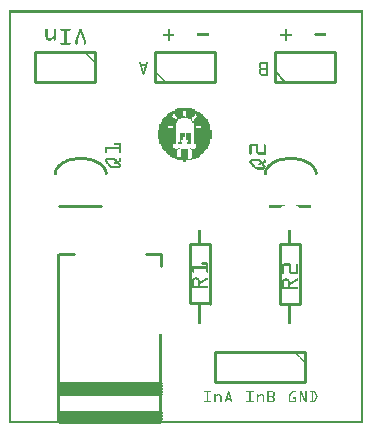
<source format=gto>
G04 MADE WITH FRITZING*
G04 WWW.FRITZING.ORG*
G04 DOUBLE SIDED*
G04 HOLES PLATED*
G04 CONTOUR ON CENTER OF CONTOUR VECTOR*
%ASAXBY*%
%FSLAX23Y23*%
%MOIN*%
%OFA0B0*%
%SFA1.0B1.0*%
%ADD10C,0.010000*%
%ADD11C,0.005000*%
%ADD12R,0.001000X0.001000*%
%LNSILK1*%
G90*
G70*
G54D10*
X307Y725D02*
X167Y725D01*
D02*
X904Y398D02*
X904Y598D01*
D02*
X904Y598D02*
X970Y598D01*
D02*
X970Y598D02*
X970Y398D01*
D02*
X970Y398D02*
X904Y398D01*
D02*
X604Y598D02*
X670Y598D01*
D02*
X670Y598D02*
X670Y398D01*
D02*
X987Y239D02*
X687Y239D01*
D02*
X687Y239D02*
X687Y139D01*
D02*
X687Y139D02*
X987Y139D01*
D02*
X987Y139D02*
X987Y239D01*
D02*
X167Y564D02*
X217Y564D01*
D02*
X507Y524D02*
X507Y564D01*
D02*
X507Y564D02*
X457Y564D01*
D02*
X507Y9D02*
X167Y9D01*
D02*
X507Y14D02*
X167Y14D01*
D02*
X507Y19D02*
X167Y19D01*
D02*
X507Y24D02*
X167Y24D01*
D02*
X507Y29D02*
X167Y29D01*
D02*
X507Y34D02*
X167Y34D01*
D02*
X507Y39D02*
X167Y39D01*
D02*
X507Y134D02*
X167Y134D01*
D02*
X507Y129D02*
X167Y129D01*
D02*
X507Y124D02*
X167Y124D01*
D02*
X507Y119D02*
X167Y119D01*
D02*
X507Y114D02*
X167Y114D01*
D02*
X507Y109D02*
X167Y109D01*
D02*
X507Y104D02*
X167Y104D01*
D02*
X507Y99D02*
X167Y99D01*
D02*
X887Y1139D02*
X1087Y1139D01*
D02*
X1087Y1139D02*
X1087Y1239D01*
D02*
X1087Y1239D02*
X887Y1239D01*
D02*
X887Y1239D02*
X887Y1139D01*
G54D11*
D02*
X922Y1139D02*
X887Y1174D01*
G54D10*
D02*
X487Y1139D02*
X687Y1139D01*
D02*
X687Y1139D02*
X687Y1239D01*
D02*
X687Y1239D02*
X487Y1239D01*
D02*
X487Y1239D02*
X487Y1139D01*
D02*
X287Y1239D02*
X87Y1239D01*
D02*
X87Y1239D02*
X87Y1139D01*
D02*
X87Y1139D02*
X287Y1139D01*
D02*
X287Y1139D02*
X287Y1239D01*
G36*
X561Y1052D02*
X561Y1048D01*
X553Y1048D01*
X553Y1043D01*
X591Y1043D01*
X591Y1031D01*
X625Y1031D01*
X625Y1026D01*
X629Y1026D01*
X629Y1022D01*
X625Y1022D01*
X625Y1018D01*
X621Y1018D01*
X621Y1014D01*
X616Y1014D01*
X616Y1009D01*
X663Y1009D01*
X663Y1014D01*
X659Y1014D01*
X659Y1018D01*
X655Y1018D01*
X655Y1022D01*
X650Y1022D01*
X650Y1026D01*
X646Y1026D01*
X646Y1031D01*
X642Y1031D01*
X642Y1035D01*
X638Y1035D01*
X638Y1039D01*
X629Y1039D01*
X629Y1043D01*
X621Y1043D01*
X621Y1048D01*
X612Y1048D01*
X612Y1052D01*
X561Y1052D01*
G37*
D02*
G36*
X544Y1043D02*
X544Y1039D01*
X536Y1039D01*
X536Y1035D01*
X531Y1035D01*
X531Y1031D01*
X553Y1031D01*
X553Y1026D01*
X557Y1026D01*
X557Y1022D01*
X587Y1022D01*
X587Y1026D01*
X582Y1026D01*
X582Y1043D01*
X544Y1043D01*
G37*
D02*
G36*
X527Y1031D02*
X527Y1026D01*
X523Y1026D01*
X523Y1022D01*
X519Y1022D01*
X519Y1018D01*
X514Y1018D01*
X514Y1014D01*
X553Y1014D01*
X553Y1018D01*
X548Y1018D01*
X548Y1022D01*
X544Y1022D01*
X544Y1026D01*
X548Y1026D01*
X548Y1031D01*
X527Y1031D01*
G37*
D02*
G36*
X591Y1031D02*
X591Y1022D01*
X616Y1022D01*
X616Y1026D01*
X621Y1026D01*
X621Y1031D01*
X591Y1031D01*
G37*
D02*
G36*
X561Y1022D02*
X561Y1018D01*
X612Y1018D01*
X612Y1022D01*
X561Y1022D01*
G37*
D02*
G36*
X561Y1022D02*
X561Y1018D01*
X612Y1018D01*
X612Y1022D01*
X561Y1022D01*
G37*
D02*
G36*
X561Y1018D02*
X561Y1014D01*
X574Y1014D01*
X574Y1018D01*
X561Y1018D01*
G37*
D02*
G36*
X599Y1018D02*
X599Y1014D01*
X608Y1014D01*
X608Y1009D01*
X612Y1009D01*
X612Y1018D01*
X599Y1018D01*
G37*
D02*
G36*
X510Y1014D02*
X510Y1009D01*
X565Y1009D01*
X565Y1014D01*
X510Y1014D01*
G37*
D02*
G36*
X510Y1014D02*
X510Y1009D01*
X565Y1009D01*
X565Y1014D01*
X510Y1014D01*
G37*
D02*
G36*
X510Y1009D02*
X510Y1005D01*
X506Y1005D01*
X506Y997D01*
X502Y997D01*
X502Y992D01*
X548Y992D01*
X548Y984D01*
X557Y984D01*
X557Y1001D01*
X561Y1001D01*
X561Y1009D01*
X510Y1009D01*
G37*
D02*
G36*
X612Y1009D02*
X612Y1001D01*
X616Y1001D01*
X616Y992D01*
X642Y992D01*
X642Y984D01*
X672Y984D01*
X672Y997D01*
X667Y997D01*
X667Y1005D01*
X663Y1005D01*
X663Y1009D01*
X612Y1009D01*
G37*
D02*
G36*
X502Y992D02*
X502Y984D01*
X531Y984D01*
X531Y992D01*
X502Y992D01*
G37*
D02*
G36*
X616Y992D02*
X616Y984D01*
X625Y984D01*
X625Y992D01*
X616Y992D01*
G37*
D02*
G36*
X502Y984D02*
X502Y980D01*
X557Y980D01*
X557Y984D01*
X502Y984D01*
G37*
D02*
G36*
X502Y984D02*
X502Y980D01*
X557Y980D01*
X557Y984D01*
X502Y984D01*
G37*
D02*
G36*
X616Y984D02*
X616Y980D01*
X672Y980D01*
X672Y984D01*
X616Y984D01*
G37*
D02*
G36*
X616Y984D02*
X616Y980D01*
X672Y980D01*
X672Y984D01*
X616Y984D01*
G37*
D02*
G36*
X497Y980D02*
X497Y950D01*
X502Y950D01*
X502Y933D01*
X506Y933D01*
X506Y924D01*
X510Y924D01*
X510Y916D01*
X514Y916D01*
X514Y912D01*
X519Y912D01*
X519Y907D01*
X523Y907D01*
X523Y903D01*
X527Y903D01*
X527Y899D01*
X531Y899D01*
X531Y895D01*
X536Y895D01*
X536Y890D01*
X561Y890D01*
X561Y912D01*
X565Y912D01*
X565Y916D01*
X553Y916D01*
X553Y920D01*
X548Y920D01*
X548Y933D01*
X557Y933D01*
X557Y980D01*
X497Y980D01*
G37*
D02*
G36*
X616Y980D02*
X616Y933D01*
X625Y933D01*
X625Y920D01*
X621Y920D01*
X621Y916D01*
X608Y916D01*
X608Y912D01*
X612Y912D01*
X612Y886D01*
X608Y886D01*
X608Y882D01*
X625Y882D01*
X625Y886D01*
X633Y886D01*
X633Y890D01*
X638Y890D01*
X638Y895D01*
X642Y895D01*
X642Y899D01*
X646Y899D01*
X646Y903D01*
X650Y903D01*
X650Y907D01*
X655Y907D01*
X655Y912D01*
X659Y912D01*
X659Y916D01*
X663Y916D01*
X663Y924D01*
X667Y924D01*
X667Y933D01*
X672Y933D01*
X672Y950D01*
X676Y950D01*
X676Y980D01*
X616Y980D01*
G37*
D02*
G36*
X574Y916D02*
X574Y890D01*
X599Y890D01*
X599Y916D01*
X574Y916D01*
G37*
D02*
G36*
X544Y890D02*
X544Y886D01*
X599Y886D01*
X599Y890D01*
X544Y890D01*
G37*
D02*
G36*
X544Y890D02*
X544Y886D01*
X599Y886D01*
X599Y890D01*
X544Y890D01*
G37*
D02*
G36*
X553Y886D02*
X553Y882D01*
X599Y882D01*
X599Y886D01*
X553Y886D01*
G37*
D02*
G36*
X561Y882D02*
X561Y878D01*
X612Y878D01*
X612Y882D01*
X561Y882D01*
G37*
D02*
G36*
X561Y882D02*
X561Y878D01*
X612Y878D01*
X612Y882D01*
X561Y882D01*
G37*
D02*
G36*
X582Y878D02*
X582Y873D01*
X591Y873D01*
X591Y878D01*
X582Y878D01*
G37*
D02*
G36*
X570Y967D02*
X570Y937D01*
X565Y937D01*
X565Y933D01*
X578Y933D01*
X578Y937D01*
X574Y937D01*
X574Y946D01*
X582Y946D01*
X582Y954D01*
X587Y954D01*
X587Y967D01*
X570Y967D01*
G37*
D02*
G36*
X591Y967D02*
X591Y946D01*
X599Y946D01*
X599Y937D01*
X595Y937D01*
X595Y933D01*
X608Y933D01*
X608Y967D01*
X591Y967D01*
G37*
D02*
G36*
X565Y920D02*
X565Y916D01*
X570Y916D01*
X570Y920D01*
X565Y920D01*
G37*
D02*
G36*
X604Y920D02*
X604Y916D01*
X608Y916D01*
X608Y920D01*
X604Y920D01*
G37*
D02*
G54D12*
X1Y1377D02*
X1181Y1377D01*
X1Y1376D02*
X1181Y1376D01*
X1Y1375D02*
X1181Y1375D01*
X1Y1374D02*
X1181Y1374D01*
X1Y1373D02*
X1181Y1373D01*
X1Y1372D02*
X1181Y1372D01*
X1Y1371D02*
X1181Y1371D01*
X1Y1370D02*
X1181Y1370D01*
X1Y1369D02*
X8Y1369D01*
X1174Y1369D02*
X1181Y1369D01*
X1Y1368D02*
X8Y1368D01*
X1174Y1368D02*
X1181Y1368D01*
X1Y1367D02*
X8Y1367D01*
X1174Y1367D02*
X1181Y1367D01*
X1Y1366D02*
X8Y1366D01*
X1174Y1366D02*
X1181Y1366D01*
X1Y1365D02*
X8Y1365D01*
X1174Y1365D02*
X1181Y1365D01*
X1Y1364D02*
X8Y1364D01*
X1174Y1364D02*
X1181Y1364D01*
X1Y1363D02*
X8Y1363D01*
X1174Y1363D02*
X1181Y1363D01*
X1Y1362D02*
X8Y1362D01*
X1174Y1362D02*
X1181Y1362D01*
X1Y1361D02*
X8Y1361D01*
X1174Y1361D02*
X1181Y1361D01*
X1Y1360D02*
X8Y1360D01*
X1174Y1360D02*
X1181Y1360D01*
X1Y1359D02*
X8Y1359D01*
X1174Y1359D02*
X1181Y1359D01*
X1Y1358D02*
X8Y1358D01*
X1174Y1358D02*
X1181Y1358D01*
X1Y1357D02*
X8Y1357D01*
X1174Y1357D02*
X1181Y1357D01*
X1Y1356D02*
X8Y1356D01*
X1174Y1356D02*
X1181Y1356D01*
X1Y1355D02*
X8Y1355D01*
X1174Y1355D02*
X1181Y1355D01*
X1Y1354D02*
X8Y1354D01*
X1174Y1354D02*
X1181Y1354D01*
X1Y1353D02*
X8Y1353D01*
X1174Y1353D02*
X1181Y1353D01*
X1Y1352D02*
X8Y1352D01*
X1174Y1352D02*
X1181Y1352D01*
X1Y1351D02*
X8Y1351D01*
X1174Y1351D02*
X1181Y1351D01*
X1Y1350D02*
X8Y1350D01*
X1174Y1350D02*
X1181Y1350D01*
X1Y1349D02*
X8Y1349D01*
X1174Y1349D02*
X1181Y1349D01*
X1Y1348D02*
X8Y1348D01*
X1174Y1348D02*
X1181Y1348D01*
X1Y1347D02*
X8Y1347D01*
X1174Y1347D02*
X1181Y1347D01*
X1Y1346D02*
X8Y1346D01*
X1174Y1346D02*
X1181Y1346D01*
X1Y1345D02*
X8Y1345D01*
X1174Y1345D02*
X1181Y1345D01*
X1Y1344D02*
X8Y1344D01*
X1174Y1344D02*
X1181Y1344D01*
X1Y1343D02*
X8Y1343D01*
X1174Y1343D02*
X1181Y1343D01*
X1Y1342D02*
X8Y1342D01*
X1174Y1342D02*
X1181Y1342D01*
X1Y1341D02*
X8Y1341D01*
X1174Y1341D02*
X1181Y1341D01*
X1Y1340D02*
X8Y1340D01*
X1174Y1340D02*
X1181Y1340D01*
X1Y1339D02*
X8Y1339D01*
X1174Y1339D02*
X1181Y1339D01*
X1Y1338D02*
X8Y1338D01*
X1174Y1338D02*
X1181Y1338D01*
X1Y1337D02*
X8Y1337D01*
X1174Y1337D02*
X1181Y1337D01*
X1Y1336D02*
X8Y1336D01*
X1174Y1336D02*
X1181Y1336D01*
X1Y1335D02*
X8Y1335D01*
X1174Y1335D02*
X1181Y1335D01*
X1Y1334D02*
X8Y1334D01*
X1174Y1334D02*
X1181Y1334D01*
X1Y1333D02*
X8Y1333D01*
X1174Y1333D02*
X1181Y1333D01*
X1Y1332D02*
X8Y1332D01*
X1174Y1332D02*
X1181Y1332D01*
X1Y1331D02*
X8Y1331D01*
X1174Y1331D02*
X1181Y1331D01*
X1Y1330D02*
X8Y1330D01*
X1174Y1330D02*
X1181Y1330D01*
X1Y1329D02*
X8Y1329D01*
X1174Y1329D02*
X1181Y1329D01*
X1Y1328D02*
X8Y1328D01*
X1174Y1328D02*
X1181Y1328D01*
X1Y1327D02*
X8Y1327D01*
X1174Y1327D02*
X1181Y1327D01*
X1Y1326D02*
X8Y1326D01*
X1174Y1326D02*
X1181Y1326D01*
X1Y1325D02*
X8Y1325D01*
X1174Y1325D02*
X1181Y1325D01*
X1Y1324D02*
X8Y1324D01*
X1174Y1324D02*
X1181Y1324D01*
X1Y1323D02*
X8Y1323D01*
X1174Y1323D02*
X1181Y1323D01*
X1Y1322D02*
X8Y1322D01*
X1174Y1322D02*
X1181Y1322D01*
X1Y1321D02*
X8Y1321D01*
X1174Y1321D02*
X1181Y1321D01*
X1Y1320D02*
X8Y1320D01*
X1174Y1320D02*
X1181Y1320D01*
X1Y1319D02*
X8Y1319D01*
X1174Y1319D02*
X1181Y1319D01*
X1Y1318D02*
X8Y1318D01*
X1174Y1318D02*
X1181Y1318D01*
X1Y1317D02*
X8Y1317D01*
X1174Y1317D02*
X1181Y1317D01*
X1Y1316D02*
X8Y1316D01*
X126Y1316D02*
X126Y1316D01*
X153Y1316D02*
X153Y1316D01*
X176Y1316D02*
X203Y1316D01*
X239Y1316D02*
X239Y1316D01*
X1174Y1316D02*
X1181Y1316D01*
X1Y1315D02*
X8Y1315D01*
X124Y1315D02*
X128Y1315D01*
X151Y1315D02*
X155Y1315D01*
X174Y1315D02*
X205Y1315D01*
X237Y1315D02*
X242Y1315D01*
X1174Y1315D02*
X1181Y1315D01*
X1Y1314D02*
X8Y1314D01*
X123Y1314D02*
X128Y1314D01*
X151Y1314D02*
X156Y1314D01*
X173Y1314D02*
X206Y1314D01*
X237Y1314D02*
X242Y1314D01*
X532Y1314D02*
X535Y1314D01*
X922Y1314D02*
X926Y1314D01*
X1174Y1314D02*
X1181Y1314D01*
X1Y1313D02*
X8Y1313D01*
X123Y1313D02*
X129Y1313D01*
X150Y1313D02*
X156Y1313D01*
X173Y1313D02*
X206Y1313D01*
X236Y1313D02*
X243Y1313D01*
X531Y1313D02*
X536Y1313D01*
X921Y1313D02*
X927Y1313D01*
X1174Y1313D02*
X1181Y1313D01*
X1Y1312D02*
X8Y1312D01*
X123Y1312D02*
X129Y1312D01*
X150Y1312D02*
X156Y1312D01*
X173Y1312D02*
X206Y1312D01*
X236Y1312D02*
X243Y1312D01*
X530Y1312D02*
X537Y1312D01*
X921Y1312D02*
X927Y1312D01*
X1174Y1312D02*
X1181Y1312D01*
X1Y1311D02*
X8Y1311D01*
X123Y1311D02*
X129Y1311D01*
X150Y1311D02*
X156Y1311D01*
X173Y1311D02*
X206Y1311D01*
X236Y1311D02*
X243Y1311D01*
X530Y1311D02*
X537Y1311D01*
X920Y1311D02*
X927Y1311D01*
X1174Y1311D02*
X1181Y1311D01*
X1Y1310D02*
X8Y1310D01*
X123Y1310D02*
X129Y1310D01*
X150Y1310D02*
X156Y1310D01*
X174Y1310D02*
X205Y1310D01*
X235Y1310D02*
X244Y1310D01*
X530Y1310D02*
X537Y1310D01*
X920Y1310D02*
X927Y1310D01*
X1174Y1310D02*
X1181Y1310D01*
X1Y1309D02*
X8Y1309D01*
X123Y1309D02*
X129Y1309D01*
X150Y1309D02*
X156Y1309D01*
X186Y1309D02*
X193Y1309D01*
X235Y1309D02*
X244Y1309D01*
X530Y1309D02*
X537Y1309D01*
X920Y1309D02*
X927Y1309D01*
X1174Y1309D02*
X1181Y1309D01*
X1Y1308D02*
X8Y1308D01*
X123Y1308D02*
X129Y1308D01*
X150Y1308D02*
X156Y1308D01*
X186Y1308D02*
X193Y1308D01*
X234Y1308D02*
X245Y1308D01*
X530Y1308D02*
X537Y1308D01*
X920Y1308D02*
X927Y1308D01*
X1174Y1308D02*
X1181Y1308D01*
X1Y1307D02*
X8Y1307D01*
X123Y1307D02*
X129Y1307D01*
X150Y1307D02*
X156Y1307D01*
X186Y1307D02*
X193Y1307D01*
X234Y1307D02*
X245Y1307D01*
X530Y1307D02*
X537Y1307D01*
X920Y1307D02*
X927Y1307D01*
X1174Y1307D02*
X1181Y1307D01*
X1Y1306D02*
X8Y1306D01*
X123Y1306D02*
X129Y1306D01*
X150Y1306D02*
X156Y1306D01*
X186Y1306D02*
X193Y1306D01*
X234Y1306D02*
X245Y1306D01*
X530Y1306D02*
X537Y1306D01*
X920Y1306D02*
X927Y1306D01*
X1174Y1306D02*
X1181Y1306D01*
X1Y1305D02*
X8Y1305D01*
X123Y1305D02*
X129Y1305D01*
X150Y1305D02*
X156Y1305D01*
X186Y1305D02*
X193Y1305D01*
X233Y1305D02*
X246Y1305D01*
X530Y1305D02*
X537Y1305D01*
X920Y1305D02*
X927Y1305D01*
X1174Y1305D02*
X1181Y1305D01*
X1Y1304D02*
X8Y1304D01*
X123Y1304D02*
X129Y1304D01*
X150Y1304D02*
X156Y1304D01*
X186Y1304D02*
X193Y1304D01*
X233Y1304D02*
X246Y1304D01*
X530Y1304D02*
X537Y1304D01*
X920Y1304D02*
X927Y1304D01*
X1174Y1304D02*
X1181Y1304D01*
X1Y1303D02*
X8Y1303D01*
X123Y1303D02*
X129Y1303D01*
X150Y1303D02*
X156Y1303D01*
X186Y1303D02*
X193Y1303D01*
X232Y1303D02*
X247Y1303D01*
X530Y1303D02*
X537Y1303D01*
X920Y1303D02*
X927Y1303D01*
X1174Y1303D02*
X1181Y1303D01*
X1Y1302D02*
X8Y1302D01*
X123Y1302D02*
X129Y1302D01*
X150Y1302D02*
X156Y1302D01*
X186Y1302D02*
X193Y1302D01*
X232Y1302D02*
X247Y1302D01*
X530Y1302D02*
X537Y1302D01*
X631Y1302D02*
X665Y1302D01*
X920Y1302D02*
X927Y1302D01*
X1022Y1302D02*
X1056Y1302D01*
X1174Y1302D02*
X1181Y1302D01*
X1Y1301D02*
X8Y1301D01*
X123Y1301D02*
X129Y1301D01*
X150Y1301D02*
X156Y1301D01*
X186Y1301D02*
X193Y1301D01*
X232Y1301D02*
X238Y1301D01*
X241Y1301D02*
X247Y1301D01*
X530Y1301D02*
X537Y1301D01*
X630Y1301D02*
X666Y1301D01*
X920Y1301D02*
X927Y1301D01*
X1020Y1301D02*
X1057Y1301D01*
X1174Y1301D02*
X1181Y1301D01*
X1Y1300D02*
X8Y1300D01*
X123Y1300D02*
X129Y1300D01*
X150Y1300D02*
X156Y1300D01*
X186Y1300D02*
X193Y1300D01*
X231Y1300D02*
X238Y1300D01*
X241Y1300D02*
X248Y1300D01*
X530Y1300D02*
X537Y1300D01*
X629Y1300D02*
X667Y1300D01*
X920Y1300D02*
X927Y1300D01*
X1020Y1300D02*
X1058Y1300D01*
X1174Y1300D02*
X1181Y1300D01*
X1Y1299D02*
X8Y1299D01*
X123Y1299D02*
X129Y1299D01*
X150Y1299D02*
X156Y1299D01*
X186Y1299D02*
X193Y1299D01*
X231Y1299D02*
X237Y1299D01*
X241Y1299D02*
X248Y1299D01*
X529Y1299D02*
X537Y1299D01*
X629Y1299D02*
X667Y1299D01*
X908Y1299D02*
X940Y1299D01*
X1019Y1299D02*
X1058Y1299D01*
X1174Y1299D02*
X1181Y1299D01*
X1Y1298D02*
X8Y1298D01*
X123Y1298D02*
X129Y1298D01*
X150Y1298D02*
X156Y1298D01*
X186Y1298D02*
X193Y1298D01*
X231Y1298D02*
X237Y1298D01*
X242Y1298D02*
X248Y1298D01*
X516Y1298D02*
X551Y1298D01*
X629Y1298D02*
X668Y1298D01*
X906Y1298D02*
X942Y1298D01*
X1019Y1298D02*
X1058Y1298D01*
X1174Y1298D02*
X1181Y1298D01*
X1Y1297D02*
X8Y1297D01*
X123Y1297D02*
X129Y1297D01*
X150Y1297D02*
X156Y1297D01*
X186Y1297D02*
X193Y1297D01*
X230Y1297D02*
X237Y1297D01*
X242Y1297D02*
X249Y1297D01*
X515Y1297D02*
X552Y1297D01*
X629Y1297D02*
X668Y1297D01*
X905Y1297D02*
X943Y1297D01*
X1019Y1297D02*
X1058Y1297D01*
X1174Y1297D02*
X1181Y1297D01*
X1Y1296D02*
X8Y1296D01*
X123Y1296D02*
X129Y1296D01*
X150Y1296D02*
X156Y1296D01*
X186Y1296D02*
X193Y1296D01*
X230Y1296D02*
X236Y1296D01*
X243Y1296D02*
X249Y1296D01*
X514Y1296D02*
X552Y1296D01*
X629Y1296D02*
X668Y1296D01*
X905Y1296D02*
X943Y1296D01*
X1019Y1296D02*
X1058Y1296D01*
X1174Y1296D02*
X1181Y1296D01*
X1Y1295D02*
X8Y1295D01*
X123Y1295D02*
X129Y1295D01*
X150Y1295D02*
X156Y1295D01*
X186Y1295D02*
X193Y1295D01*
X229Y1295D02*
X236Y1295D01*
X243Y1295D02*
X250Y1295D01*
X514Y1295D02*
X553Y1295D01*
X629Y1295D02*
X668Y1295D01*
X905Y1295D02*
X943Y1295D01*
X1019Y1295D02*
X1058Y1295D01*
X1174Y1295D02*
X1181Y1295D01*
X1Y1294D02*
X8Y1294D01*
X123Y1294D02*
X129Y1294D01*
X150Y1294D02*
X156Y1294D01*
X186Y1294D02*
X193Y1294D01*
X229Y1294D02*
X236Y1294D01*
X243Y1294D02*
X250Y1294D01*
X514Y1294D02*
X552Y1294D01*
X629Y1294D02*
X667Y1294D01*
X905Y1294D02*
X943Y1294D01*
X1020Y1294D02*
X1058Y1294D01*
X1174Y1294D02*
X1181Y1294D01*
X1Y1293D02*
X8Y1293D01*
X123Y1293D02*
X129Y1293D01*
X150Y1293D02*
X156Y1293D01*
X186Y1293D02*
X193Y1293D01*
X229Y1293D02*
X235Y1293D01*
X244Y1293D02*
X250Y1293D01*
X515Y1293D02*
X552Y1293D01*
X629Y1293D02*
X667Y1293D01*
X905Y1293D02*
X943Y1293D01*
X1020Y1293D02*
X1057Y1293D01*
X1174Y1293D02*
X1181Y1293D01*
X1Y1292D02*
X8Y1292D01*
X123Y1292D02*
X129Y1292D01*
X150Y1292D02*
X156Y1292D01*
X186Y1292D02*
X193Y1292D01*
X228Y1292D02*
X235Y1292D01*
X244Y1292D02*
X251Y1292D01*
X515Y1292D02*
X551Y1292D01*
X630Y1292D02*
X666Y1292D01*
X906Y1292D02*
X942Y1292D01*
X1021Y1292D02*
X1057Y1292D01*
X1174Y1292D02*
X1181Y1292D01*
X1Y1291D02*
X8Y1291D01*
X123Y1291D02*
X129Y1291D01*
X150Y1291D02*
X156Y1291D01*
X186Y1291D02*
X193Y1291D01*
X228Y1291D02*
X234Y1291D01*
X245Y1291D02*
X251Y1291D01*
X517Y1291D02*
X549Y1291D01*
X632Y1291D02*
X664Y1291D01*
X920Y1291D02*
X928Y1291D01*
X1174Y1291D02*
X1181Y1291D01*
X1Y1290D02*
X8Y1290D01*
X123Y1290D02*
X130Y1290D01*
X149Y1290D02*
X156Y1290D01*
X186Y1290D02*
X193Y1290D01*
X227Y1290D02*
X234Y1290D01*
X245Y1290D02*
X252Y1290D01*
X530Y1290D02*
X537Y1290D01*
X920Y1290D02*
X927Y1290D01*
X1174Y1290D02*
X1181Y1290D01*
X1Y1289D02*
X8Y1289D01*
X124Y1289D02*
X130Y1289D01*
X147Y1289D02*
X156Y1289D01*
X186Y1289D02*
X193Y1289D01*
X227Y1289D02*
X234Y1289D01*
X245Y1289D02*
X252Y1289D01*
X530Y1289D02*
X537Y1289D01*
X920Y1289D02*
X927Y1289D01*
X1174Y1289D02*
X1181Y1289D01*
X1Y1288D02*
X8Y1288D01*
X124Y1288D02*
X130Y1288D01*
X146Y1288D02*
X156Y1288D01*
X186Y1288D02*
X193Y1288D01*
X227Y1288D02*
X233Y1288D01*
X246Y1288D02*
X252Y1288D01*
X530Y1288D02*
X537Y1288D01*
X920Y1288D02*
X927Y1288D01*
X1174Y1288D02*
X1181Y1288D01*
X1Y1287D02*
X8Y1287D01*
X124Y1287D02*
X130Y1287D01*
X144Y1287D02*
X156Y1287D01*
X186Y1287D02*
X193Y1287D01*
X226Y1287D02*
X233Y1287D01*
X246Y1287D02*
X253Y1287D01*
X530Y1287D02*
X537Y1287D01*
X920Y1287D02*
X927Y1287D01*
X1174Y1287D02*
X1181Y1287D01*
X1Y1286D02*
X8Y1286D01*
X124Y1286D02*
X130Y1286D01*
X143Y1286D02*
X156Y1286D01*
X186Y1286D02*
X193Y1286D01*
X226Y1286D02*
X232Y1286D01*
X247Y1286D02*
X253Y1286D01*
X530Y1286D02*
X537Y1286D01*
X920Y1286D02*
X927Y1286D01*
X1174Y1286D02*
X1181Y1286D01*
X1Y1285D02*
X8Y1285D01*
X124Y1285D02*
X130Y1285D01*
X141Y1285D02*
X156Y1285D01*
X186Y1285D02*
X193Y1285D01*
X225Y1285D02*
X232Y1285D01*
X247Y1285D02*
X254Y1285D01*
X530Y1285D02*
X537Y1285D01*
X920Y1285D02*
X927Y1285D01*
X1174Y1285D02*
X1181Y1285D01*
X1Y1284D02*
X8Y1284D01*
X124Y1284D02*
X132Y1284D01*
X139Y1284D02*
X156Y1284D01*
X186Y1284D02*
X193Y1284D01*
X225Y1284D02*
X232Y1284D01*
X247Y1284D02*
X254Y1284D01*
X530Y1284D02*
X537Y1284D01*
X920Y1284D02*
X927Y1284D01*
X1174Y1284D02*
X1181Y1284D01*
X1Y1283D02*
X8Y1283D01*
X124Y1283D02*
X156Y1283D01*
X186Y1283D02*
X193Y1283D01*
X225Y1283D02*
X231Y1283D01*
X248Y1283D02*
X254Y1283D01*
X530Y1283D02*
X537Y1283D01*
X920Y1283D02*
X927Y1283D01*
X1174Y1283D02*
X1181Y1283D01*
X1Y1282D02*
X8Y1282D01*
X125Y1282D02*
X148Y1282D01*
X150Y1282D02*
X156Y1282D01*
X186Y1282D02*
X193Y1282D01*
X224Y1282D02*
X231Y1282D01*
X248Y1282D02*
X255Y1282D01*
X530Y1282D02*
X537Y1282D01*
X920Y1282D02*
X927Y1282D01*
X1174Y1282D02*
X1181Y1282D01*
X1Y1281D02*
X8Y1281D01*
X126Y1281D02*
X147Y1281D01*
X150Y1281D02*
X156Y1281D01*
X186Y1281D02*
X193Y1281D01*
X224Y1281D02*
X230Y1281D01*
X249Y1281D02*
X255Y1281D01*
X530Y1281D02*
X537Y1281D01*
X920Y1281D02*
X927Y1281D01*
X1174Y1281D02*
X1181Y1281D01*
X1Y1280D02*
X8Y1280D01*
X126Y1280D02*
X145Y1280D01*
X150Y1280D02*
X156Y1280D01*
X186Y1280D02*
X193Y1280D01*
X224Y1280D02*
X230Y1280D01*
X249Y1280D02*
X255Y1280D01*
X530Y1280D02*
X537Y1280D01*
X920Y1280D02*
X927Y1280D01*
X1174Y1280D02*
X1181Y1280D01*
X1Y1279D02*
X8Y1279D01*
X127Y1279D02*
X144Y1279D01*
X151Y1279D02*
X156Y1279D01*
X186Y1279D02*
X193Y1279D01*
X223Y1279D02*
X230Y1279D01*
X249Y1279D02*
X256Y1279D01*
X530Y1279D02*
X537Y1279D01*
X920Y1279D02*
X927Y1279D01*
X1174Y1279D02*
X1181Y1279D01*
X1Y1278D02*
X8Y1278D01*
X129Y1278D02*
X142Y1278D01*
X151Y1278D02*
X155Y1278D01*
X186Y1278D02*
X193Y1278D01*
X223Y1278D02*
X229Y1278D01*
X250Y1278D02*
X256Y1278D01*
X530Y1278D02*
X537Y1278D01*
X921Y1278D02*
X927Y1278D01*
X1174Y1278D02*
X1181Y1278D01*
X1Y1277D02*
X8Y1277D01*
X131Y1277D02*
X140Y1277D01*
X152Y1277D02*
X154Y1277D01*
X186Y1277D02*
X193Y1277D01*
X223Y1277D02*
X229Y1277D01*
X250Y1277D02*
X256Y1277D01*
X531Y1277D02*
X536Y1277D01*
X921Y1277D02*
X927Y1277D01*
X1174Y1277D02*
X1181Y1277D01*
X1Y1276D02*
X8Y1276D01*
X186Y1276D02*
X193Y1276D01*
X223Y1276D02*
X229Y1276D01*
X250Y1276D02*
X256Y1276D01*
X531Y1276D02*
X535Y1276D01*
X922Y1276D02*
X926Y1276D01*
X1174Y1276D02*
X1181Y1276D01*
X1Y1275D02*
X8Y1275D01*
X186Y1275D02*
X193Y1275D01*
X223Y1275D02*
X229Y1275D01*
X250Y1275D02*
X256Y1275D01*
X1174Y1275D02*
X1181Y1275D01*
X1Y1274D02*
X8Y1274D01*
X186Y1274D02*
X193Y1274D01*
X223Y1274D02*
X229Y1274D01*
X250Y1274D02*
X256Y1274D01*
X1174Y1274D02*
X1181Y1274D01*
X1Y1273D02*
X8Y1273D01*
X186Y1273D02*
X193Y1273D01*
X223Y1273D02*
X229Y1273D01*
X250Y1273D02*
X256Y1273D01*
X1174Y1273D02*
X1181Y1273D01*
X1Y1272D02*
X8Y1272D01*
X186Y1272D02*
X193Y1272D01*
X223Y1272D02*
X229Y1272D01*
X250Y1272D02*
X256Y1272D01*
X1174Y1272D02*
X1181Y1272D01*
X1Y1271D02*
X8Y1271D01*
X186Y1271D02*
X193Y1271D01*
X223Y1271D02*
X229Y1271D01*
X250Y1271D02*
X256Y1271D01*
X1174Y1271D02*
X1181Y1271D01*
X1Y1270D02*
X8Y1270D01*
X186Y1270D02*
X193Y1270D01*
X223Y1270D02*
X229Y1270D01*
X250Y1270D02*
X256Y1270D01*
X1174Y1270D02*
X1181Y1270D01*
X1Y1269D02*
X8Y1269D01*
X186Y1269D02*
X193Y1269D01*
X223Y1269D02*
X229Y1269D01*
X250Y1269D02*
X256Y1269D01*
X1174Y1269D02*
X1181Y1269D01*
X1Y1268D02*
X8Y1268D01*
X174Y1268D02*
X205Y1268D01*
X223Y1268D02*
X229Y1268D01*
X250Y1268D02*
X256Y1268D01*
X1174Y1268D02*
X1181Y1268D01*
X1Y1267D02*
X8Y1267D01*
X173Y1267D02*
X206Y1267D01*
X223Y1267D02*
X229Y1267D01*
X250Y1267D02*
X256Y1267D01*
X1174Y1267D02*
X1181Y1267D01*
X1Y1266D02*
X8Y1266D01*
X173Y1266D02*
X206Y1266D01*
X223Y1266D02*
X229Y1266D01*
X250Y1266D02*
X256Y1266D01*
X1174Y1266D02*
X1181Y1266D01*
X1Y1265D02*
X8Y1265D01*
X173Y1265D02*
X206Y1265D01*
X223Y1265D02*
X229Y1265D01*
X250Y1265D02*
X256Y1265D01*
X1174Y1265D02*
X1181Y1265D01*
X1Y1264D02*
X8Y1264D01*
X173Y1264D02*
X206Y1264D01*
X223Y1264D02*
X228Y1264D01*
X251Y1264D02*
X256Y1264D01*
X1174Y1264D02*
X1181Y1264D01*
X1Y1263D02*
X8Y1263D01*
X174Y1263D02*
X205Y1263D01*
X224Y1263D02*
X228Y1263D01*
X251Y1263D02*
X255Y1263D01*
X1174Y1263D02*
X1181Y1263D01*
X1Y1262D02*
X8Y1262D01*
X176Y1262D02*
X203Y1262D01*
X226Y1262D02*
X226Y1262D01*
X253Y1262D02*
X253Y1262D01*
X1174Y1262D02*
X1181Y1262D01*
X1Y1261D02*
X8Y1261D01*
X1174Y1261D02*
X1181Y1261D01*
X1Y1260D02*
X8Y1260D01*
X1174Y1260D02*
X1181Y1260D01*
X1Y1259D02*
X8Y1259D01*
X1174Y1259D02*
X1181Y1259D01*
X1Y1258D02*
X8Y1258D01*
X1174Y1258D02*
X1181Y1258D01*
X1Y1257D02*
X8Y1257D01*
X1174Y1257D02*
X1181Y1257D01*
X1Y1256D02*
X8Y1256D01*
X1174Y1256D02*
X1181Y1256D01*
X1Y1255D02*
X8Y1255D01*
X1174Y1255D02*
X1181Y1255D01*
X1Y1254D02*
X8Y1254D01*
X1174Y1254D02*
X1181Y1254D01*
X1Y1253D02*
X8Y1253D01*
X1174Y1253D02*
X1181Y1253D01*
X1Y1252D02*
X8Y1252D01*
X1174Y1252D02*
X1181Y1252D01*
X1Y1251D02*
X8Y1251D01*
X1174Y1251D02*
X1181Y1251D01*
X1Y1250D02*
X8Y1250D01*
X1174Y1250D02*
X1181Y1250D01*
X1Y1249D02*
X8Y1249D01*
X1174Y1249D02*
X1181Y1249D01*
X1Y1248D02*
X8Y1248D01*
X1174Y1248D02*
X1181Y1248D01*
X1Y1247D02*
X8Y1247D01*
X1174Y1247D02*
X1181Y1247D01*
X1Y1246D02*
X8Y1246D01*
X1174Y1246D02*
X1181Y1246D01*
X1Y1245D02*
X8Y1245D01*
X1174Y1245D02*
X1181Y1245D01*
X1Y1244D02*
X8Y1244D01*
X1174Y1244D02*
X1181Y1244D01*
X1Y1243D02*
X8Y1243D01*
X1174Y1243D02*
X1181Y1243D01*
X1Y1242D02*
X8Y1242D01*
X1174Y1242D02*
X1181Y1242D01*
X1Y1241D02*
X8Y1241D01*
X1174Y1241D02*
X1181Y1241D01*
X1Y1240D02*
X8Y1240D01*
X1174Y1240D02*
X1181Y1240D01*
X1Y1239D02*
X8Y1239D01*
X254Y1239D02*
X256Y1239D01*
X1174Y1239D02*
X1181Y1239D01*
X1Y1238D02*
X8Y1238D01*
X253Y1238D02*
X257Y1238D01*
X1174Y1238D02*
X1181Y1238D01*
X1Y1237D02*
X8Y1237D01*
X252Y1237D02*
X258Y1237D01*
X1174Y1237D02*
X1181Y1237D01*
X1Y1236D02*
X8Y1236D01*
X252Y1236D02*
X259Y1236D01*
X1174Y1236D02*
X1181Y1236D01*
X1Y1235D02*
X8Y1235D01*
X253Y1235D02*
X260Y1235D01*
X1174Y1235D02*
X1181Y1235D01*
X1Y1234D02*
X8Y1234D01*
X254Y1234D02*
X261Y1234D01*
X1174Y1234D02*
X1181Y1234D01*
X1Y1233D02*
X8Y1233D01*
X255Y1233D02*
X262Y1233D01*
X1174Y1233D02*
X1181Y1233D01*
X1Y1232D02*
X8Y1232D01*
X256Y1232D02*
X263Y1232D01*
X1174Y1232D02*
X1181Y1232D01*
X1Y1231D02*
X8Y1231D01*
X257Y1231D02*
X264Y1231D01*
X1174Y1231D02*
X1181Y1231D01*
X1Y1230D02*
X8Y1230D01*
X258Y1230D02*
X265Y1230D01*
X1174Y1230D02*
X1181Y1230D01*
X1Y1229D02*
X8Y1229D01*
X259Y1229D02*
X266Y1229D01*
X1174Y1229D02*
X1181Y1229D01*
X1Y1228D02*
X8Y1228D01*
X260Y1228D02*
X267Y1228D01*
X1174Y1228D02*
X1181Y1228D01*
X1Y1227D02*
X8Y1227D01*
X261Y1227D02*
X268Y1227D01*
X1174Y1227D02*
X1181Y1227D01*
X1Y1226D02*
X8Y1226D01*
X262Y1226D02*
X269Y1226D01*
X1174Y1226D02*
X1181Y1226D01*
X1Y1225D02*
X8Y1225D01*
X263Y1225D02*
X270Y1225D01*
X1174Y1225D02*
X1181Y1225D01*
X1Y1224D02*
X8Y1224D01*
X264Y1224D02*
X271Y1224D01*
X1174Y1224D02*
X1181Y1224D01*
X1Y1223D02*
X8Y1223D01*
X266Y1223D02*
X272Y1223D01*
X1174Y1223D02*
X1181Y1223D01*
X1Y1222D02*
X8Y1222D01*
X267Y1222D02*
X273Y1222D01*
X1174Y1222D02*
X1181Y1222D01*
X1Y1221D02*
X8Y1221D01*
X268Y1221D02*
X274Y1221D01*
X1174Y1221D02*
X1181Y1221D01*
X1Y1220D02*
X8Y1220D01*
X269Y1220D02*
X275Y1220D01*
X1174Y1220D02*
X1181Y1220D01*
X1Y1219D02*
X8Y1219D01*
X270Y1219D02*
X276Y1219D01*
X1174Y1219D02*
X1181Y1219D01*
X1Y1218D02*
X8Y1218D01*
X271Y1218D02*
X277Y1218D01*
X1174Y1218D02*
X1181Y1218D01*
X1Y1217D02*
X8Y1217D01*
X272Y1217D02*
X278Y1217D01*
X1174Y1217D02*
X1181Y1217D01*
X1Y1216D02*
X8Y1216D01*
X273Y1216D02*
X279Y1216D01*
X1174Y1216D02*
X1181Y1216D01*
X1Y1215D02*
X8Y1215D01*
X273Y1215D02*
X280Y1215D01*
X1174Y1215D02*
X1181Y1215D01*
X1Y1214D02*
X8Y1214D01*
X274Y1214D02*
X281Y1214D01*
X1174Y1214D02*
X1181Y1214D01*
X1Y1213D02*
X8Y1213D01*
X275Y1213D02*
X282Y1213D01*
X1174Y1213D02*
X1181Y1213D01*
X1Y1212D02*
X8Y1212D01*
X276Y1212D02*
X283Y1212D01*
X1174Y1212D02*
X1181Y1212D01*
X1Y1211D02*
X8Y1211D01*
X277Y1211D02*
X284Y1211D01*
X1174Y1211D02*
X1181Y1211D01*
X1Y1210D02*
X8Y1210D01*
X278Y1210D02*
X285Y1210D01*
X1174Y1210D02*
X1181Y1210D01*
X1Y1209D02*
X8Y1209D01*
X279Y1209D02*
X286Y1209D01*
X1174Y1209D02*
X1181Y1209D01*
X1Y1208D02*
X8Y1208D01*
X280Y1208D02*
X287Y1208D01*
X1174Y1208D02*
X1181Y1208D01*
X1Y1207D02*
X8Y1207D01*
X281Y1207D02*
X288Y1207D01*
X437Y1207D02*
X438Y1207D01*
X460Y1207D02*
X462Y1207D01*
X1174Y1207D02*
X1181Y1207D01*
X1Y1206D02*
X8Y1206D01*
X282Y1206D02*
X289Y1206D01*
X435Y1206D02*
X439Y1206D01*
X459Y1206D02*
X463Y1206D01*
X1174Y1206D02*
X1181Y1206D01*
X1Y1205D02*
X8Y1205D01*
X283Y1205D02*
X289Y1205D01*
X435Y1205D02*
X440Y1205D01*
X459Y1205D02*
X464Y1205D01*
X841Y1205D02*
X863Y1205D01*
X1174Y1205D02*
X1181Y1205D01*
X1Y1204D02*
X8Y1204D01*
X284Y1204D02*
X288Y1204D01*
X435Y1204D02*
X440Y1204D01*
X458Y1204D02*
X464Y1204D01*
X839Y1204D02*
X863Y1204D01*
X1174Y1204D02*
X1181Y1204D01*
X1Y1203D02*
X8Y1203D01*
X285Y1203D02*
X287Y1203D01*
X435Y1203D02*
X440Y1203D01*
X458Y1203D02*
X464Y1203D01*
X838Y1203D02*
X863Y1203D01*
X1174Y1203D02*
X1181Y1203D01*
X1Y1202D02*
X8Y1202D01*
X435Y1202D02*
X441Y1202D01*
X458Y1202D02*
X463Y1202D01*
X837Y1202D02*
X863Y1202D01*
X1174Y1202D02*
X1181Y1202D01*
X1Y1201D02*
X8Y1201D01*
X436Y1201D02*
X441Y1201D01*
X458Y1201D02*
X463Y1201D01*
X836Y1201D02*
X863Y1201D01*
X1174Y1201D02*
X1181Y1201D01*
X1Y1200D02*
X8Y1200D01*
X436Y1200D02*
X441Y1200D01*
X457Y1200D02*
X463Y1200D01*
X835Y1200D02*
X863Y1200D01*
X1174Y1200D02*
X1181Y1200D01*
X1Y1199D02*
X8Y1199D01*
X436Y1199D02*
X442Y1199D01*
X457Y1199D02*
X462Y1199D01*
X835Y1199D02*
X842Y1199D01*
X857Y1199D02*
X863Y1199D01*
X1174Y1199D02*
X1181Y1199D01*
X1Y1198D02*
X8Y1198D01*
X437Y1198D02*
X442Y1198D01*
X457Y1198D02*
X462Y1198D01*
X834Y1198D02*
X841Y1198D01*
X857Y1198D02*
X863Y1198D01*
X1174Y1198D02*
X1181Y1198D01*
X1Y1197D02*
X8Y1197D01*
X437Y1197D02*
X462Y1197D01*
X834Y1197D02*
X840Y1197D01*
X857Y1197D02*
X863Y1197D01*
X1174Y1197D02*
X1181Y1197D01*
X1Y1196D02*
X8Y1196D01*
X437Y1196D02*
X461Y1196D01*
X834Y1196D02*
X839Y1196D01*
X857Y1196D02*
X863Y1196D01*
X1174Y1196D02*
X1181Y1196D01*
X1Y1195D02*
X8Y1195D01*
X437Y1195D02*
X461Y1195D01*
X834Y1195D02*
X839Y1195D01*
X857Y1195D02*
X863Y1195D01*
X1174Y1195D02*
X1181Y1195D01*
X1Y1194D02*
X8Y1194D01*
X438Y1194D02*
X461Y1194D01*
X834Y1194D02*
X839Y1194D01*
X857Y1194D02*
X863Y1194D01*
X1174Y1194D02*
X1181Y1194D01*
X1Y1193D02*
X8Y1193D01*
X438Y1193D02*
X461Y1193D01*
X834Y1193D02*
X839Y1193D01*
X857Y1193D02*
X863Y1193D01*
X1174Y1193D02*
X1181Y1193D01*
X1Y1192D02*
X8Y1192D01*
X438Y1192D02*
X460Y1192D01*
X834Y1192D02*
X839Y1192D01*
X857Y1192D02*
X863Y1192D01*
X1174Y1192D02*
X1181Y1192D01*
X1Y1191D02*
X8Y1191D01*
X439Y1191D02*
X444Y1191D01*
X454Y1191D02*
X460Y1191D01*
X834Y1191D02*
X839Y1191D01*
X857Y1191D02*
X863Y1191D01*
X1174Y1191D02*
X1181Y1191D01*
X1Y1190D02*
X8Y1190D01*
X439Y1190D02*
X444Y1190D01*
X454Y1190D02*
X460Y1190D01*
X834Y1190D02*
X839Y1190D01*
X857Y1190D02*
X863Y1190D01*
X1174Y1190D02*
X1181Y1190D01*
X1Y1189D02*
X8Y1189D01*
X439Y1189D02*
X445Y1189D01*
X454Y1189D02*
X459Y1189D01*
X834Y1189D02*
X839Y1189D01*
X857Y1189D02*
X863Y1189D01*
X1174Y1189D02*
X1181Y1189D01*
X1Y1188D02*
X8Y1188D01*
X440Y1188D02*
X445Y1188D01*
X454Y1188D02*
X459Y1188D01*
X834Y1188D02*
X840Y1188D01*
X857Y1188D02*
X863Y1188D01*
X1174Y1188D02*
X1181Y1188D01*
X1Y1187D02*
X8Y1187D01*
X440Y1187D02*
X445Y1187D01*
X453Y1187D02*
X459Y1187D01*
X835Y1187D02*
X841Y1187D01*
X857Y1187D02*
X863Y1187D01*
X1174Y1187D02*
X1181Y1187D01*
X1Y1186D02*
X8Y1186D01*
X440Y1186D02*
X445Y1186D01*
X453Y1186D02*
X459Y1186D01*
X835Y1186D02*
X842Y1186D01*
X857Y1186D02*
X863Y1186D01*
X1174Y1186D02*
X1181Y1186D01*
X1Y1185D02*
X8Y1185D01*
X440Y1185D02*
X446Y1185D01*
X453Y1185D02*
X458Y1185D01*
X836Y1185D02*
X863Y1185D01*
X1174Y1185D02*
X1181Y1185D01*
X1Y1184D02*
X8Y1184D01*
X441Y1184D02*
X446Y1184D01*
X453Y1184D02*
X458Y1184D01*
X836Y1184D02*
X863Y1184D01*
X1174Y1184D02*
X1181Y1184D01*
X1Y1183D02*
X8Y1183D01*
X441Y1183D02*
X446Y1183D01*
X452Y1183D02*
X458Y1183D01*
X837Y1183D02*
X863Y1183D01*
X1174Y1183D02*
X1181Y1183D01*
X1Y1182D02*
X8Y1182D01*
X441Y1182D02*
X447Y1182D01*
X452Y1182D02*
X457Y1182D01*
X837Y1182D02*
X863Y1182D01*
X1174Y1182D02*
X1181Y1182D01*
X1Y1181D02*
X8Y1181D01*
X442Y1181D02*
X447Y1181D01*
X452Y1181D02*
X457Y1181D01*
X836Y1181D02*
X863Y1181D01*
X1174Y1181D02*
X1181Y1181D01*
X1Y1180D02*
X8Y1180D01*
X442Y1180D02*
X447Y1180D01*
X451Y1180D02*
X457Y1180D01*
X836Y1180D02*
X863Y1180D01*
X1174Y1180D02*
X1181Y1180D01*
X1Y1179D02*
X8Y1179D01*
X442Y1179D02*
X448Y1179D01*
X451Y1179D02*
X456Y1179D01*
X835Y1179D02*
X843Y1179D01*
X857Y1179D02*
X863Y1179D01*
X1174Y1179D02*
X1181Y1179D01*
X1Y1178D02*
X8Y1178D01*
X442Y1178D02*
X448Y1178D01*
X451Y1178D02*
X456Y1178D01*
X835Y1178D02*
X841Y1178D01*
X857Y1178D02*
X863Y1178D01*
X1174Y1178D02*
X1181Y1178D01*
X1Y1177D02*
X8Y1177D01*
X443Y1177D02*
X448Y1177D01*
X451Y1177D02*
X456Y1177D01*
X834Y1177D02*
X840Y1177D01*
X857Y1177D02*
X863Y1177D01*
X1174Y1177D02*
X1181Y1177D01*
X1Y1176D02*
X8Y1176D01*
X443Y1176D02*
X448Y1176D01*
X450Y1176D02*
X456Y1176D01*
X834Y1176D02*
X839Y1176D01*
X857Y1176D02*
X863Y1176D01*
X1174Y1176D02*
X1181Y1176D01*
X1Y1175D02*
X8Y1175D01*
X443Y1175D02*
X455Y1175D01*
X834Y1175D02*
X839Y1175D01*
X857Y1175D02*
X863Y1175D01*
X1174Y1175D02*
X1181Y1175D01*
X1Y1174D02*
X8Y1174D01*
X444Y1174D02*
X455Y1174D01*
X489Y1174D02*
X491Y1174D01*
X834Y1174D02*
X839Y1174D01*
X857Y1174D02*
X863Y1174D01*
X1174Y1174D02*
X1181Y1174D01*
X1Y1173D02*
X8Y1173D01*
X444Y1173D02*
X455Y1173D01*
X488Y1173D02*
X492Y1173D01*
X834Y1173D02*
X839Y1173D01*
X857Y1173D02*
X863Y1173D01*
X1174Y1173D02*
X1181Y1173D01*
X1Y1172D02*
X8Y1172D01*
X444Y1172D02*
X454Y1172D01*
X487Y1172D02*
X493Y1172D01*
X834Y1172D02*
X839Y1172D01*
X857Y1172D02*
X863Y1172D01*
X1174Y1172D02*
X1181Y1172D01*
X1Y1171D02*
X8Y1171D01*
X444Y1171D02*
X454Y1171D01*
X487Y1171D02*
X494Y1171D01*
X834Y1171D02*
X839Y1171D01*
X857Y1171D02*
X863Y1171D01*
X1174Y1171D02*
X1181Y1171D01*
X1Y1170D02*
X8Y1170D01*
X445Y1170D02*
X454Y1170D01*
X488Y1170D02*
X495Y1170D01*
X834Y1170D02*
X839Y1170D01*
X857Y1170D02*
X863Y1170D01*
X1174Y1170D02*
X1181Y1170D01*
X1Y1169D02*
X8Y1169D01*
X445Y1169D02*
X454Y1169D01*
X489Y1169D02*
X496Y1169D01*
X834Y1169D02*
X839Y1169D01*
X857Y1169D02*
X863Y1169D01*
X1174Y1169D02*
X1181Y1169D01*
X1Y1168D02*
X8Y1168D01*
X445Y1168D02*
X453Y1168D01*
X490Y1168D02*
X497Y1168D01*
X834Y1168D02*
X840Y1168D01*
X857Y1168D02*
X863Y1168D01*
X1174Y1168D02*
X1181Y1168D01*
X1Y1167D02*
X8Y1167D01*
X446Y1167D02*
X453Y1167D01*
X491Y1167D02*
X498Y1167D01*
X834Y1167D02*
X841Y1167D01*
X857Y1167D02*
X863Y1167D01*
X1174Y1167D02*
X1181Y1167D01*
X1Y1166D02*
X8Y1166D01*
X446Y1166D02*
X453Y1166D01*
X492Y1166D02*
X499Y1166D01*
X835Y1166D02*
X842Y1166D01*
X857Y1166D02*
X863Y1166D01*
X1174Y1166D02*
X1181Y1166D01*
X1Y1165D02*
X8Y1165D01*
X446Y1165D02*
X452Y1165D01*
X493Y1165D02*
X500Y1165D01*
X835Y1165D02*
X863Y1165D01*
X1174Y1165D02*
X1181Y1165D01*
X1Y1164D02*
X8Y1164D01*
X447Y1164D02*
X452Y1164D01*
X494Y1164D02*
X501Y1164D01*
X836Y1164D02*
X863Y1164D01*
X1174Y1164D02*
X1181Y1164D01*
X1Y1163D02*
X8Y1163D01*
X447Y1163D02*
X452Y1163D01*
X495Y1163D02*
X502Y1163D01*
X837Y1163D02*
X863Y1163D01*
X1174Y1163D02*
X1181Y1163D01*
X1Y1162D02*
X8Y1162D01*
X447Y1162D02*
X451Y1162D01*
X496Y1162D02*
X502Y1162D01*
X838Y1162D02*
X863Y1162D01*
X1174Y1162D02*
X1181Y1162D01*
X1Y1161D02*
X8Y1161D01*
X448Y1161D02*
X450Y1161D01*
X497Y1161D02*
X503Y1161D01*
X839Y1161D02*
X863Y1161D01*
X1174Y1161D02*
X1181Y1161D01*
X1Y1160D02*
X8Y1160D01*
X498Y1160D02*
X504Y1160D01*
X841Y1160D02*
X863Y1160D01*
X1174Y1160D02*
X1181Y1160D01*
X1Y1159D02*
X8Y1159D01*
X499Y1159D02*
X505Y1159D01*
X1174Y1159D02*
X1181Y1159D01*
X1Y1158D02*
X8Y1158D01*
X500Y1158D02*
X506Y1158D01*
X1174Y1158D02*
X1181Y1158D01*
X1Y1157D02*
X8Y1157D01*
X501Y1157D02*
X507Y1157D01*
X1174Y1157D02*
X1181Y1157D01*
X1Y1156D02*
X8Y1156D01*
X502Y1156D02*
X508Y1156D01*
X1174Y1156D02*
X1181Y1156D01*
X1Y1155D02*
X8Y1155D01*
X503Y1155D02*
X509Y1155D01*
X1174Y1155D02*
X1181Y1155D01*
X1Y1154D02*
X8Y1154D01*
X504Y1154D02*
X510Y1154D01*
X1174Y1154D02*
X1181Y1154D01*
X1Y1153D02*
X8Y1153D01*
X505Y1153D02*
X512Y1153D01*
X1174Y1153D02*
X1181Y1153D01*
X1Y1152D02*
X8Y1152D01*
X506Y1152D02*
X513Y1152D01*
X1174Y1152D02*
X1181Y1152D01*
X1Y1151D02*
X8Y1151D01*
X507Y1151D02*
X514Y1151D01*
X1174Y1151D02*
X1181Y1151D01*
X1Y1150D02*
X8Y1150D01*
X508Y1150D02*
X515Y1150D01*
X1174Y1150D02*
X1181Y1150D01*
X1Y1149D02*
X8Y1149D01*
X509Y1149D02*
X516Y1149D01*
X1174Y1149D02*
X1181Y1149D01*
X1Y1148D02*
X8Y1148D01*
X510Y1148D02*
X517Y1148D01*
X1174Y1148D02*
X1181Y1148D01*
X1Y1147D02*
X8Y1147D01*
X511Y1147D02*
X518Y1147D01*
X1174Y1147D02*
X1181Y1147D01*
X1Y1146D02*
X8Y1146D01*
X512Y1146D02*
X519Y1146D01*
X1174Y1146D02*
X1181Y1146D01*
X1Y1145D02*
X8Y1145D01*
X513Y1145D02*
X520Y1145D01*
X1174Y1145D02*
X1181Y1145D01*
X1Y1144D02*
X8Y1144D01*
X514Y1144D02*
X521Y1144D01*
X1174Y1144D02*
X1181Y1144D01*
X1Y1143D02*
X8Y1143D01*
X515Y1143D02*
X522Y1143D01*
X1174Y1143D02*
X1181Y1143D01*
X1Y1142D02*
X8Y1142D01*
X516Y1142D02*
X523Y1142D01*
X1174Y1142D02*
X1181Y1142D01*
X1Y1141D02*
X8Y1141D01*
X517Y1141D02*
X524Y1141D01*
X1174Y1141D02*
X1181Y1141D01*
X1Y1140D02*
X8Y1140D01*
X518Y1140D02*
X524Y1140D01*
X1174Y1140D02*
X1181Y1140D01*
X1Y1139D02*
X8Y1139D01*
X519Y1139D02*
X523Y1139D01*
X1174Y1139D02*
X1181Y1139D01*
X1Y1138D02*
X8Y1138D01*
X520Y1138D02*
X522Y1138D01*
X1174Y1138D02*
X1181Y1138D01*
X1Y1137D02*
X8Y1137D01*
X1174Y1137D02*
X1181Y1137D01*
X1Y1136D02*
X8Y1136D01*
X1174Y1136D02*
X1181Y1136D01*
X1Y1135D02*
X8Y1135D01*
X1174Y1135D02*
X1181Y1135D01*
X1Y1134D02*
X8Y1134D01*
X1174Y1134D02*
X1181Y1134D01*
X1Y1133D02*
X8Y1133D01*
X1174Y1133D02*
X1181Y1133D01*
X1Y1132D02*
X8Y1132D01*
X1174Y1132D02*
X1181Y1132D01*
X1Y1131D02*
X8Y1131D01*
X1174Y1131D02*
X1181Y1131D01*
X1Y1130D02*
X8Y1130D01*
X1174Y1130D02*
X1181Y1130D01*
X1Y1129D02*
X8Y1129D01*
X1174Y1129D02*
X1181Y1129D01*
X1Y1128D02*
X8Y1128D01*
X1174Y1128D02*
X1181Y1128D01*
X1Y1127D02*
X8Y1127D01*
X1174Y1127D02*
X1181Y1127D01*
X1Y1126D02*
X8Y1126D01*
X1174Y1126D02*
X1181Y1126D01*
X1Y1125D02*
X8Y1125D01*
X1174Y1125D02*
X1181Y1125D01*
X1Y1124D02*
X8Y1124D01*
X1174Y1124D02*
X1181Y1124D01*
X1Y1123D02*
X8Y1123D01*
X1174Y1123D02*
X1181Y1123D01*
X1Y1122D02*
X8Y1122D01*
X1174Y1122D02*
X1181Y1122D01*
X1Y1121D02*
X8Y1121D01*
X1174Y1121D02*
X1181Y1121D01*
X1Y1120D02*
X8Y1120D01*
X1174Y1120D02*
X1181Y1120D01*
X1Y1119D02*
X8Y1119D01*
X1174Y1119D02*
X1181Y1119D01*
X1Y1118D02*
X8Y1118D01*
X1174Y1118D02*
X1181Y1118D01*
X1Y1117D02*
X8Y1117D01*
X1174Y1117D02*
X1181Y1117D01*
X1Y1116D02*
X8Y1116D01*
X1174Y1116D02*
X1181Y1116D01*
X1Y1115D02*
X8Y1115D01*
X1174Y1115D02*
X1181Y1115D01*
X1Y1114D02*
X8Y1114D01*
X1174Y1114D02*
X1181Y1114D01*
X1Y1113D02*
X8Y1113D01*
X1174Y1113D02*
X1181Y1113D01*
X1Y1112D02*
X8Y1112D01*
X1174Y1112D02*
X1181Y1112D01*
X1Y1111D02*
X8Y1111D01*
X1174Y1111D02*
X1181Y1111D01*
X1Y1110D02*
X8Y1110D01*
X1174Y1110D02*
X1181Y1110D01*
X1Y1109D02*
X8Y1109D01*
X1174Y1109D02*
X1181Y1109D01*
X1Y1108D02*
X8Y1108D01*
X1174Y1108D02*
X1181Y1108D01*
X1Y1107D02*
X8Y1107D01*
X1174Y1107D02*
X1181Y1107D01*
X1Y1106D02*
X8Y1106D01*
X1174Y1106D02*
X1181Y1106D01*
X1Y1105D02*
X8Y1105D01*
X1174Y1105D02*
X1181Y1105D01*
X1Y1104D02*
X8Y1104D01*
X1174Y1104D02*
X1181Y1104D01*
X1Y1103D02*
X8Y1103D01*
X1174Y1103D02*
X1181Y1103D01*
X1Y1102D02*
X8Y1102D01*
X1174Y1102D02*
X1181Y1102D01*
X1Y1101D02*
X8Y1101D01*
X1174Y1101D02*
X1181Y1101D01*
X1Y1100D02*
X8Y1100D01*
X1174Y1100D02*
X1181Y1100D01*
X1Y1099D02*
X8Y1099D01*
X1174Y1099D02*
X1181Y1099D01*
X1Y1098D02*
X8Y1098D01*
X1174Y1098D02*
X1181Y1098D01*
X1Y1097D02*
X8Y1097D01*
X1174Y1097D02*
X1181Y1097D01*
X1Y1096D02*
X8Y1096D01*
X1174Y1096D02*
X1181Y1096D01*
X1Y1095D02*
X8Y1095D01*
X1174Y1095D02*
X1181Y1095D01*
X1Y1094D02*
X8Y1094D01*
X1174Y1094D02*
X1181Y1094D01*
X1Y1093D02*
X8Y1093D01*
X1174Y1093D02*
X1181Y1093D01*
X1Y1092D02*
X8Y1092D01*
X1174Y1092D02*
X1181Y1092D01*
X1Y1091D02*
X8Y1091D01*
X1174Y1091D02*
X1181Y1091D01*
X1Y1090D02*
X8Y1090D01*
X1174Y1090D02*
X1181Y1090D01*
X1Y1089D02*
X8Y1089D01*
X1174Y1089D02*
X1181Y1089D01*
X1Y1088D02*
X8Y1088D01*
X1174Y1088D02*
X1181Y1088D01*
X1Y1087D02*
X8Y1087D01*
X1174Y1087D02*
X1181Y1087D01*
X1Y1086D02*
X8Y1086D01*
X1174Y1086D02*
X1181Y1086D01*
X1Y1085D02*
X8Y1085D01*
X1174Y1085D02*
X1181Y1085D01*
X1Y1084D02*
X8Y1084D01*
X1174Y1084D02*
X1181Y1084D01*
X1Y1083D02*
X8Y1083D01*
X1174Y1083D02*
X1181Y1083D01*
X1Y1082D02*
X8Y1082D01*
X1174Y1082D02*
X1181Y1082D01*
X1Y1081D02*
X8Y1081D01*
X1174Y1081D02*
X1181Y1081D01*
X1Y1080D02*
X8Y1080D01*
X1174Y1080D02*
X1181Y1080D01*
X1Y1079D02*
X8Y1079D01*
X1174Y1079D02*
X1181Y1079D01*
X1Y1078D02*
X8Y1078D01*
X1174Y1078D02*
X1181Y1078D01*
X1Y1077D02*
X8Y1077D01*
X1174Y1077D02*
X1181Y1077D01*
X1Y1076D02*
X8Y1076D01*
X1174Y1076D02*
X1181Y1076D01*
X1Y1075D02*
X8Y1075D01*
X1174Y1075D02*
X1181Y1075D01*
X1Y1074D02*
X8Y1074D01*
X1174Y1074D02*
X1181Y1074D01*
X1Y1073D02*
X8Y1073D01*
X1174Y1073D02*
X1181Y1073D01*
X1Y1072D02*
X8Y1072D01*
X1174Y1072D02*
X1181Y1072D01*
X1Y1071D02*
X8Y1071D01*
X1174Y1071D02*
X1181Y1071D01*
X1Y1070D02*
X8Y1070D01*
X1174Y1070D02*
X1181Y1070D01*
X1Y1069D02*
X8Y1069D01*
X1174Y1069D02*
X1181Y1069D01*
X1Y1068D02*
X8Y1068D01*
X1174Y1068D02*
X1181Y1068D01*
X1Y1067D02*
X8Y1067D01*
X1174Y1067D02*
X1181Y1067D01*
X1Y1066D02*
X8Y1066D01*
X1174Y1066D02*
X1181Y1066D01*
X1Y1065D02*
X8Y1065D01*
X1174Y1065D02*
X1181Y1065D01*
X1Y1064D02*
X8Y1064D01*
X1174Y1064D02*
X1181Y1064D01*
X1Y1063D02*
X8Y1063D01*
X1174Y1063D02*
X1181Y1063D01*
X1Y1062D02*
X8Y1062D01*
X1174Y1062D02*
X1181Y1062D01*
X1Y1061D02*
X8Y1061D01*
X1174Y1061D02*
X1181Y1061D01*
X1Y1060D02*
X8Y1060D01*
X1174Y1060D02*
X1181Y1060D01*
X1Y1059D02*
X8Y1059D01*
X1174Y1059D02*
X1181Y1059D01*
X1Y1058D02*
X8Y1058D01*
X1174Y1058D02*
X1181Y1058D01*
X1Y1057D02*
X8Y1057D01*
X1174Y1057D02*
X1181Y1057D01*
X1Y1056D02*
X8Y1056D01*
X1174Y1056D02*
X1181Y1056D01*
X1Y1055D02*
X8Y1055D01*
X1174Y1055D02*
X1181Y1055D01*
X1Y1054D02*
X8Y1054D01*
X1174Y1054D02*
X1181Y1054D01*
X1Y1053D02*
X8Y1053D01*
X1174Y1053D02*
X1181Y1053D01*
X1Y1052D02*
X8Y1052D01*
X1174Y1052D02*
X1181Y1052D01*
X1Y1051D02*
X8Y1051D01*
X1174Y1051D02*
X1181Y1051D01*
X1Y1050D02*
X8Y1050D01*
X1174Y1050D02*
X1181Y1050D01*
X1Y1049D02*
X8Y1049D01*
X1174Y1049D02*
X1181Y1049D01*
X1Y1048D02*
X8Y1048D01*
X1174Y1048D02*
X1181Y1048D01*
X1Y1047D02*
X8Y1047D01*
X1174Y1047D02*
X1181Y1047D01*
X1Y1046D02*
X8Y1046D01*
X1174Y1046D02*
X1181Y1046D01*
X1Y1045D02*
X8Y1045D01*
X1174Y1045D02*
X1181Y1045D01*
X1Y1044D02*
X8Y1044D01*
X1174Y1044D02*
X1181Y1044D01*
X1Y1043D02*
X8Y1043D01*
X1174Y1043D02*
X1181Y1043D01*
X1Y1042D02*
X8Y1042D01*
X1174Y1042D02*
X1181Y1042D01*
X1Y1041D02*
X8Y1041D01*
X1174Y1041D02*
X1181Y1041D01*
X1Y1040D02*
X8Y1040D01*
X1174Y1040D02*
X1181Y1040D01*
X1Y1039D02*
X8Y1039D01*
X1174Y1039D02*
X1181Y1039D01*
X1Y1038D02*
X8Y1038D01*
X1174Y1038D02*
X1181Y1038D01*
X1Y1037D02*
X8Y1037D01*
X1174Y1037D02*
X1181Y1037D01*
X1Y1036D02*
X8Y1036D01*
X1174Y1036D02*
X1181Y1036D01*
X1Y1035D02*
X8Y1035D01*
X1174Y1035D02*
X1181Y1035D01*
X1Y1034D02*
X8Y1034D01*
X1174Y1034D02*
X1181Y1034D01*
X1Y1033D02*
X8Y1033D01*
X1174Y1033D02*
X1181Y1033D01*
X1Y1032D02*
X8Y1032D01*
X1174Y1032D02*
X1181Y1032D01*
X1Y1031D02*
X8Y1031D01*
X1174Y1031D02*
X1181Y1031D01*
X1Y1030D02*
X8Y1030D01*
X1174Y1030D02*
X1181Y1030D01*
X1Y1029D02*
X8Y1029D01*
X1174Y1029D02*
X1181Y1029D01*
X1Y1028D02*
X8Y1028D01*
X1174Y1028D02*
X1181Y1028D01*
X1Y1027D02*
X8Y1027D01*
X1174Y1027D02*
X1181Y1027D01*
X1Y1026D02*
X8Y1026D01*
X1174Y1026D02*
X1181Y1026D01*
X1Y1025D02*
X8Y1025D01*
X1174Y1025D02*
X1181Y1025D01*
X1Y1024D02*
X8Y1024D01*
X1174Y1024D02*
X1181Y1024D01*
X1Y1023D02*
X8Y1023D01*
X1174Y1023D02*
X1181Y1023D01*
X1Y1022D02*
X8Y1022D01*
X1174Y1022D02*
X1181Y1022D01*
X1Y1021D02*
X8Y1021D01*
X1174Y1021D02*
X1181Y1021D01*
X1Y1020D02*
X8Y1020D01*
X1174Y1020D02*
X1181Y1020D01*
X1Y1019D02*
X8Y1019D01*
X1174Y1019D02*
X1181Y1019D01*
X1Y1018D02*
X8Y1018D01*
X1174Y1018D02*
X1181Y1018D01*
X1Y1017D02*
X8Y1017D01*
X1174Y1017D02*
X1181Y1017D01*
X1Y1016D02*
X8Y1016D01*
X1174Y1016D02*
X1181Y1016D01*
X1Y1015D02*
X8Y1015D01*
X1174Y1015D02*
X1181Y1015D01*
X1Y1014D02*
X8Y1014D01*
X1174Y1014D02*
X1181Y1014D01*
X1Y1013D02*
X8Y1013D01*
X1174Y1013D02*
X1181Y1013D01*
X1Y1012D02*
X8Y1012D01*
X1174Y1012D02*
X1181Y1012D01*
X1Y1011D02*
X8Y1011D01*
X1174Y1011D02*
X1181Y1011D01*
X1Y1010D02*
X8Y1010D01*
X1174Y1010D02*
X1181Y1010D01*
X1Y1009D02*
X8Y1009D01*
X1174Y1009D02*
X1181Y1009D01*
X1Y1008D02*
X8Y1008D01*
X1174Y1008D02*
X1181Y1008D01*
X1Y1007D02*
X8Y1007D01*
X1174Y1007D02*
X1181Y1007D01*
X1Y1006D02*
X8Y1006D01*
X1174Y1006D02*
X1181Y1006D01*
X1Y1005D02*
X8Y1005D01*
X1174Y1005D02*
X1181Y1005D01*
X1Y1004D02*
X8Y1004D01*
X1174Y1004D02*
X1181Y1004D01*
X1Y1003D02*
X8Y1003D01*
X1174Y1003D02*
X1181Y1003D01*
X1Y1002D02*
X8Y1002D01*
X1174Y1002D02*
X1181Y1002D01*
X1Y1001D02*
X8Y1001D01*
X1174Y1001D02*
X1181Y1001D01*
X1Y1000D02*
X8Y1000D01*
X1174Y1000D02*
X1181Y1000D01*
X1Y999D02*
X8Y999D01*
X1174Y999D02*
X1181Y999D01*
X1Y998D02*
X8Y998D01*
X1174Y998D02*
X1181Y998D01*
X1Y997D02*
X8Y997D01*
X1174Y997D02*
X1181Y997D01*
X1Y996D02*
X8Y996D01*
X1174Y996D02*
X1181Y996D01*
X1Y995D02*
X8Y995D01*
X1174Y995D02*
X1181Y995D01*
X1Y994D02*
X8Y994D01*
X1174Y994D02*
X1181Y994D01*
X1Y993D02*
X8Y993D01*
X1174Y993D02*
X1181Y993D01*
X1Y992D02*
X8Y992D01*
X1174Y992D02*
X1181Y992D01*
X1Y991D02*
X8Y991D01*
X1174Y991D02*
X1181Y991D01*
X1Y990D02*
X8Y990D01*
X1174Y990D02*
X1181Y990D01*
X1Y989D02*
X8Y989D01*
X1174Y989D02*
X1181Y989D01*
X1Y988D02*
X8Y988D01*
X1174Y988D02*
X1181Y988D01*
X1Y987D02*
X8Y987D01*
X1174Y987D02*
X1181Y987D01*
X1Y986D02*
X8Y986D01*
X1174Y986D02*
X1181Y986D01*
X1Y985D02*
X8Y985D01*
X1174Y985D02*
X1181Y985D01*
X1Y984D02*
X8Y984D01*
X1174Y984D02*
X1181Y984D01*
X1Y983D02*
X8Y983D01*
X1174Y983D02*
X1181Y983D01*
X1Y982D02*
X8Y982D01*
X1174Y982D02*
X1181Y982D01*
X1Y981D02*
X8Y981D01*
X1174Y981D02*
X1181Y981D01*
X1Y980D02*
X8Y980D01*
X1174Y980D02*
X1181Y980D01*
X1Y979D02*
X8Y979D01*
X1174Y979D02*
X1181Y979D01*
X1Y978D02*
X8Y978D01*
X1174Y978D02*
X1181Y978D01*
X1Y977D02*
X8Y977D01*
X1174Y977D02*
X1181Y977D01*
X1Y976D02*
X8Y976D01*
X1174Y976D02*
X1181Y976D01*
X1Y975D02*
X8Y975D01*
X1174Y975D02*
X1181Y975D01*
X1Y974D02*
X8Y974D01*
X1174Y974D02*
X1181Y974D01*
X1Y973D02*
X8Y973D01*
X1174Y973D02*
X1181Y973D01*
X1Y972D02*
X8Y972D01*
X1174Y972D02*
X1181Y972D01*
X1Y971D02*
X8Y971D01*
X1174Y971D02*
X1181Y971D01*
X1Y970D02*
X8Y970D01*
X1174Y970D02*
X1181Y970D01*
X1Y969D02*
X8Y969D01*
X1174Y969D02*
X1181Y969D01*
X1Y968D02*
X8Y968D01*
X1174Y968D02*
X1181Y968D01*
X1Y967D02*
X8Y967D01*
X1174Y967D02*
X1181Y967D01*
X1Y966D02*
X8Y966D01*
X1174Y966D02*
X1181Y966D01*
X1Y965D02*
X8Y965D01*
X1174Y965D02*
X1181Y965D01*
X1Y964D02*
X8Y964D01*
X1174Y964D02*
X1181Y964D01*
X1Y963D02*
X8Y963D01*
X1174Y963D02*
X1181Y963D01*
X1Y962D02*
X8Y962D01*
X1174Y962D02*
X1181Y962D01*
X1Y961D02*
X8Y961D01*
X1174Y961D02*
X1181Y961D01*
X1Y960D02*
X8Y960D01*
X1174Y960D02*
X1181Y960D01*
X1Y959D02*
X8Y959D01*
X1174Y959D02*
X1181Y959D01*
X1Y958D02*
X8Y958D01*
X1174Y958D02*
X1181Y958D01*
X1Y957D02*
X8Y957D01*
X1174Y957D02*
X1181Y957D01*
X1Y956D02*
X8Y956D01*
X1174Y956D02*
X1181Y956D01*
X1Y955D02*
X8Y955D01*
X1174Y955D02*
X1181Y955D01*
X1Y954D02*
X8Y954D01*
X1174Y954D02*
X1181Y954D01*
X1Y953D02*
X8Y953D01*
X1174Y953D02*
X1181Y953D01*
X1Y952D02*
X8Y952D01*
X1174Y952D02*
X1181Y952D01*
X1Y951D02*
X8Y951D01*
X1174Y951D02*
X1181Y951D01*
X1Y950D02*
X8Y950D01*
X1174Y950D02*
X1181Y950D01*
X1Y949D02*
X8Y949D01*
X1174Y949D02*
X1181Y949D01*
X1Y948D02*
X8Y948D01*
X1174Y948D02*
X1181Y948D01*
X1Y947D02*
X8Y947D01*
X1174Y947D02*
X1181Y947D01*
X1Y946D02*
X8Y946D01*
X1174Y946D02*
X1181Y946D01*
X1Y945D02*
X8Y945D01*
X1174Y945D02*
X1181Y945D01*
X1Y944D02*
X8Y944D01*
X1174Y944D02*
X1181Y944D01*
X1Y943D02*
X8Y943D01*
X1174Y943D02*
X1181Y943D01*
X1Y942D02*
X8Y942D01*
X1174Y942D02*
X1181Y942D01*
X1Y941D02*
X8Y941D01*
X1174Y941D02*
X1181Y941D01*
X1Y940D02*
X8Y940D01*
X1174Y940D02*
X1181Y940D01*
X1Y939D02*
X8Y939D01*
X1174Y939D02*
X1181Y939D01*
X1Y938D02*
X8Y938D01*
X1174Y938D02*
X1181Y938D01*
X1Y937D02*
X8Y937D01*
X1174Y937D02*
X1181Y937D01*
X1Y936D02*
X8Y936D01*
X1174Y936D02*
X1181Y936D01*
X1Y935D02*
X8Y935D01*
X1174Y935D02*
X1181Y935D01*
X1Y934D02*
X8Y934D01*
X351Y934D02*
X373Y934D01*
X1174Y934D02*
X1181Y934D01*
X1Y933D02*
X8Y933D01*
X351Y933D02*
X373Y933D01*
X1174Y933D02*
X1181Y933D01*
X1Y932D02*
X8Y932D01*
X350Y932D02*
X374Y932D01*
X1174Y932D02*
X1181Y932D01*
X1Y931D02*
X8Y931D01*
X350Y931D02*
X374Y931D01*
X808Y931D02*
X827Y931D01*
X852Y931D02*
X854Y931D01*
X1174Y931D02*
X1181Y931D01*
X1Y930D02*
X8Y930D01*
X351Y930D02*
X374Y930D01*
X806Y930D02*
X829Y930D01*
X851Y930D02*
X855Y930D01*
X1174Y930D02*
X1181Y930D01*
X1Y929D02*
X8Y929D01*
X351Y929D02*
X374Y929D01*
X805Y929D02*
X830Y929D01*
X850Y929D02*
X856Y929D01*
X1174Y929D02*
X1181Y929D01*
X1Y928D02*
X8Y928D01*
X354Y928D02*
X374Y928D01*
X804Y928D02*
X831Y928D01*
X850Y928D02*
X856Y928D01*
X1174Y928D02*
X1181Y928D01*
X1Y927D02*
X8Y927D01*
X368Y927D02*
X374Y927D01*
X803Y927D02*
X832Y927D01*
X850Y927D02*
X856Y927D01*
X1174Y927D02*
X1181Y927D01*
X1Y926D02*
X8Y926D01*
X368Y926D02*
X374Y926D01*
X803Y926D02*
X832Y926D01*
X850Y926D02*
X856Y926D01*
X1174Y926D02*
X1181Y926D01*
X1Y925D02*
X8Y925D01*
X368Y925D02*
X374Y925D01*
X803Y925D02*
X832Y925D01*
X850Y925D02*
X856Y925D01*
X1174Y925D02*
X1181Y925D01*
X1Y924D02*
X8Y924D01*
X368Y924D02*
X374Y924D01*
X803Y924D02*
X809Y924D01*
X826Y924D02*
X832Y924D01*
X850Y924D02*
X856Y924D01*
X1174Y924D02*
X1181Y924D01*
X1Y923D02*
X8Y923D01*
X368Y923D02*
X374Y923D01*
X803Y923D02*
X809Y923D01*
X826Y923D02*
X832Y923D01*
X850Y923D02*
X856Y923D01*
X1174Y923D02*
X1181Y923D01*
X1Y922D02*
X8Y922D01*
X368Y922D02*
X374Y922D01*
X803Y922D02*
X809Y922D01*
X826Y922D02*
X832Y922D01*
X850Y922D02*
X856Y922D01*
X1174Y922D02*
X1181Y922D01*
X1Y921D02*
X8Y921D01*
X321Y921D02*
X374Y921D01*
X803Y921D02*
X809Y921D01*
X826Y921D02*
X832Y921D01*
X850Y921D02*
X856Y921D01*
X1174Y921D02*
X1181Y921D01*
X1Y920D02*
X8Y920D01*
X321Y920D02*
X374Y920D01*
X803Y920D02*
X809Y920D01*
X826Y920D02*
X832Y920D01*
X850Y920D02*
X856Y920D01*
X1174Y920D02*
X1181Y920D01*
X1Y919D02*
X8Y919D01*
X321Y919D02*
X374Y919D01*
X803Y919D02*
X809Y919D01*
X826Y919D02*
X832Y919D01*
X850Y919D02*
X856Y919D01*
X1174Y919D02*
X1181Y919D01*
X1Y918D02*
X8Y918D01*
X321Y918D02*
X374Y918D01*
X803Y918D02*
X809Y918D01*
X826Y918D02*
X832Y918D01*
X850Y918D02*
X856Y918D01*
X1174Y918D02*
X1181Y918D01*
X1Y917D02*
X8Y917D01*
X321Y917D02*
X374Y917D01*
X803Y917D02*
X809Y917D01*
X826Y917D02*
X832Y917D01*
X850Y917D02*
X856Y917D01*
X1174Y917D02*
X1181Y917D01*
X1Y916D02*
X8Y916D01*
X321Y916D02*
X374Y916D01*
X803Y916D02*
X809Y916D01*
X826Y916D02*
X832Y916D01*
X850Y916D02*
X856Y916D01*
X1174Y916D02*
X1181Y916D01*
X1Y915D02*
X8Y915D01*
X321Y915D02*
X374Y915D01*
X803Y915D02*
X809Y915D01*
X826Y915D02*
X832Y915D01*
X850Y915D02*
X856Y915D01*
X1174Y915D02*
X1181Y915D01*
X1Y914D02*
X8Y914D01*
X321Y914D02*
X327Y914D01*
X368Y914D02*
X374Y914D01*
X803Y914D02*
X809Y914D01*
X826Y914D02*
X832Y914D01*
X850Y914D02*
X856Y914D01*
X1174Y914D02*
X1181Y914D01*
X1Y913D02*
X8Y913D01*
X321Y913D02*
X327Y913D01*
X368Y913D02*
X374Y913D01*
X803Y913D02*
X809Y913D01*
X826Y913D02*
X832Y913D01*
X850Y913D02*
X856Y913D01*
X1174Y913D02*
X1181Y913D01*
X1Y912D02*
X8Y912D01*
X321Y912D02*
X327Y912D01*
X368Y912D02*
X374Y912D01*
X803Y912D02*
X809Y912D01*
X826Y912D02*
X832Y912D01*
X850Y912D02*
X856Y912D01*
X1174Y912D02*
X1181Y912D01*
X1Y911D02*
X8Y911D01*
X321Y911D02*
X327Y911D01*
X368Y911D02*
X374Y911D01*
X803Y911D02*
X809Y911D01*
X826Y911D02*
X832Y911D01*
X850Y911D02*
X856Y911D01*
X1174Y911D02*
X1181Y911D01*
X1Y910D02*
X8Y910D01*
X321Y910D02*
X327Y910D01*
X368Y910D02*
X374Y910D01*
X803Y910D02*
X809Y910D01*
X826Y910D02*
X832Y910D01*
X850Y910D02*
X856Y910D01*
X1174Y910D02*
X1181Y910D01*
X1Y909D02*
X8Y909D01*
X321Y909D02*
X327Y909D01*
X368Y909D02*
X374Y909D01*
X803Y909D02*
X809Y909D01*
X826Y909D02*
X832Y909D01*
X850Y909D02*
X856Y909D01*
X1174Y909D02*
X1181Y909D01*
X1Y908D02*
X8Y908D01*
X321Y908D02*
X327Y908D01*
X368Y908D02*
X374Y908D01*
X803Y908D02*
X809Y908D01*
X826Y908D02*
X832Y908D01*
X850Y908D02*
X856Y908D01*
X1174Y908D02*
X1181Y908D01*
X1Y907D02*
X8Y907D01*
X321Y907D02*
X327Y907D01*
X368Y907D02*
X374Y907D01*
X803Y907D02*
X809Y907D01*
X826Y907D02*
X832Y907D01*
X850Y907D02*
X856Y907D01*
X1174Y907D02*
X1181Y907D01*
X1Y906D02*
X8Y906D01*
X321Y906D02*
X327Y906D01*
X368Y906D02*
X374Y906D01*
X803Y906D02*
X809Y906D01*
X826Y906D02*
X832Y906D01*
X850Y906D02*
X856Y906D01*
X1174Y906D02*
X1181Y906D01*
X1Y905D02*
X8Y905D01*
X321Y905D02*
X327Y905D01*
X368Y905D02*
X374Y905D01*
X803Y905D02*
X809Y905D01*
X826Y905D02*
X832Y905D01*
X850Y905D02*
X856Y905D01*
X1174Y905D02*
X1181Y905D01*
X1Y904D02*
X8Y904D01*
X321Y904D02*
X327Y904D01*
X368Y904D02*
X374Y904D01*
X803Y904D02*
X809Y904D01*
X826Y904D02*
X832Y904D01*
X850Y904D02*
X856Y904D01*
X1174Y904D02*
X1181Y904D01*
X1Y903D02*
X8Y903D01*
X321Y903D02*
X327Y903D01*
X368Y903D02*
X374Y903D01*
X803Y903D02*
X809Y903D01*
X826Y903D02*
X856Y903D01*
X1174Y903D02*
X1181Y903D01*
X1Y902D02*
X8Y902D01*
X321Y902D02*
X326Y902D01*
X369Y902D02*
X373Y902D01*
X803Y902D02*
X809Y902D01*
X827Y902D02*
X856Y902D01*
X1174Y902D02*
X1181Y902D01*
X1Y901D02*
X8Y901D01*
X322Y901D02*
X325Y901D01*
X370Y901D02*
X372Y901D01*
X803Y901D02*
X809Y901D01*
X827Y901D02*
X856Y901D01*
X1174Y901D02*
X1181Y901D01*
X1Y900D02*
X8Y900D01*
X803Y900D02*
X809Y900D01*
X827Y900D02*
X856Y900D01*
X1174Y900D02*
X1181Y900D01*
X1Y899D02*
X8Y899D01*
X803Y899D02*
X808Y899D01*
X828Y899D02*
X856Y899D01*
X1174Y899D02*
X1181Y899D01*
X1Y898D02*
X8Y898D01*
X804Y898D02*
X808Y898D01*
X829Y898D02*
X856Y898D01*
X1174Y898D02*
X1181Y898D01*
X1Y897D02*
X8Y897D01*
X805Y897D02*
X806Y897D01*
X832Y897D02*
X856Y897D01*
X1174Y897D02*
X1181Y897D01*
X1Y896D02*
X8Y896D01*
X1174Y896D02*
X1181Y896D01*
X1Y895D02*
X8Y895D01*
X1174Y895D02*
X1181Y895D01*
X1Y894D02*
X8Y894D01*
X1174Y894D02*
X1181Y894D01*
X1Y893D02*
X8Y893D01*
X1174Y893D02*
X1181Y893D01*
X1Y892D02*
X8Y892D01*
X1174Y892D02*
X1181Y892D01*
X1Y891D02*
X8Y891D01*
X1174Y891D02*
X1181Y891D01*
X1Y890D02*
X8Y890D01*
X1174Y890D02*
X1181Y890D01*
X1Y889D02*
X8Y889D01*
X1174Y889D02*
X1181Y889D01*
X1Y888D02*
X8Y888D01*
X228Y888D02*
X252Y888D01*
X928Y888D02*
X952Y888D01*
X1174Y888D02*
X1181Y888D01*
X1Y887D02*
X8Y887D01*
X220Y887D02*
X260Y887D01*
X920Y887D02*
X960Y887D01*
X1174Y887D02*
X1181Y887D01*
X1Y886D02*
X8Y886D01*
X214Y886D02*
X266Y886D01*
X914Y886D02*
X966Y886D01*
X1174Y886D02*
X1181Y886D01*
X1Y885D02*
X8Y885D01*
X210Y885D02*
X271Y885D01*
X330Y885D02*
X348Y885D01*
X910Y885D02*
X971Y885D01*
X1174Y885D02*
X1181Y885D01*
X1Y884D02*
X8Y884D01*
X205Y884D02*
X275Y884D01*
X325Y884D02*
X353Y884D01*
X369Y884D02*
X373Y884D01*
X905Y884D02*
X975Y884D01*
X1174Y884D02*
X1181Y884D01*
X1Y883D02*
X8Y883D01*
X202Y883D02*
X278Y883D01*
X324Y883D02*
X355Y883D01*
X368Y883D02*
X374Y883D01*
X902Y883D02*
X978Y883D01*
X1174Y883D02*
X1181Y883D01*
X1Y882D02*
X8Y882D01*
X199Y882D02*
X281Y882D01*
X323Y882D02*
X356Y882D01*
X368Y882D02*
X374Y882D01*
X899Y882D02*
X981Y882D01*
X1174Y882D02*
X1181Y882D01*
X1Y881D02*
X8Y881D01*
X196Y881D02*
X284Y881D01*
X322Y881D02*
X358Y881D01*
X368Y881D02*
X374Y881D01*
X809Y881D02*
X833Y881D01*
X852Y881D02*
X854Y881D01*
X896Y881D02*
X984Y881D01*
X1174Y881D02*
X1181Y881D01*
X1Y880D02*
X8Y880D01*
X193Y880D02*
X287Y880D01*
X322Y880D02*
X359Y880D01*
X368Y880D02*
X374Y880D01*
X807Y880D02*
X836Y880D01*
X851Y880D02*
X855Y880D01*
X893Y880D02*
X987Y880D01*
X1174Y880D02*
X1181Y880D01*
X1Y879D02*
X8Y879D01*
X191Y879D02*
X289Y879D01*
X321Y879D02*
X360Y879D01*
X368Y879D02*
X374Y879D01*
X805Y879D02*
X838Y879D01*
X850Y879D02*
X856Y879D01*
X891Y879D02*
X989Y879D01*
X1174Y879D02*
X1181Y879D01*
X1Y878D02*
X8Y878D01*
X189Y878D02*
X228Y878D01*
X253Y878D02*
X292Y878D01*
X321Y878D02*
X360Y878D01*
X368Y878D02*
X374Y878D01*
X805Y878D02*
X839Y878D01*
X850Y878D02*
X856Y878D01*
X889Y878D02*
X927Y878D01*
X953Y878D02*
X992Y878D01*
X1174Y878D02*
X1181Y878D01*
X1Y877D02*
X8Y877D01*
X187Y877D02*
X219Y877D01*
X261Y877D02*
X294Y877D01*
X321Y877D02*
X327Y877D01*
X352Y877D02*
X361Y877D01*
X368Y877D02*
X374Y877D01*
X804Y877D02*
X840Y877D01*
X850Y877D02*
X856Y877D01*
X886Y877D02*
X919Y877D01*
X961Y877D02*
X994Y877D01*
X1174Y877D02*
X1181Y877D01*
X1Y876D02*
X8Y876D01*
X184Y876D02*
X214Y876D01*
X267Y876D02*
X296Y876D01*
X321Y876D02*
X327Y876D01*
X354Y876D02*
X362Y876D01*
X365Y876D02*
X374Y876D01*
X803Y876D02*
X841Y876D01*
X850Y876D02*
X856Y876D01*
X884Y876D02*
X914Y876D01*
X966Y876D02*
X996Y876D01*
X1174Y876D02*
X1181Y876D01*
X1Y875D02*
X8Y875D01*
X183Y875D02*
X209Y875D01*
X271Y875D02*
X298Y875D01*
X321Y875D02*
X328Y875D01*
X355Y875D02*
X374Y875D01*
X803Y875D02*
X842Y875D01*
X850Y875D02*
X856Y875D01*
X883Y875D02*
X909Y875D01*
X971Y875D02*
X998Y875D01*
X1174Y875D02*
X1181Y875D01*
X1Y874D02*
X8Y874D01*
X181Y874D02*
X206Y874D01*
X275Y874D02*
X300Y874D01*
X321Y874D02*
X328Y874D01*
X356Y874D02*
X374Y874D01*
X803Y874D02*
X809Y874D01*
X833Y874D02*
X843Y874D01*
X850Y874D02*
X856Y874D01*
X881Y874D02*
X906Y874D01*
X975Y874D02*
X999Y874D01*
X1174Y874D02*
X1181Y874D01*
X1Y873D02*
X8Y873D01*
X179Y873D02*
X202Y873D01*
X278Y873D02*
X301Y873D01*
X321Y873D02*
X329Y873D01*
X356Y873D02*
X374Y873D01*
X803Y873D02*
X809Y873D01*
X835Y873D02*
X843Y873D01*
X849Y873D02*
X856Y873D01*
X879Y873D02*
X902Y873D01*
X978Y873D02*
X1001Y873D01*
X1174Y873D02*
X1181Y873D01*
X1Y872D02*
X8Y872D01*
X177Y872D02*
X199Y872D01*
X281Y872D02*
X303Y872D01*
X322Y872D02*
X330Y872D01*
X355Y872D02*
X373Y872D01*
X803Y872D02*
X809Y872D01*
X836Y872D02*
X844Y872D01*
X846Y872D02*
X856Y872D01*
X877Y872D02*
X899Y872D01*
X981Y872D02*
X1003Y872D01*
X1174Y872D02*
X1181Y872D01*
X1Y871D02*
X8Y871D01*
X176Y871D02*
X197Y871D01*
X284Y871D02*
X304Y871D01*
X323Y871D02*
X331Y871D01*
X353Y871D02*
X371Y871D01*
X803Y871D02*
X810Y871D01*
X837Y871D02*
X856Y871D01*
X876Y871D02*
X897Y871D01*
X984Y871D02*
X1004Y871D01*
X1174Y871D02*
X1181Y871D01*
X1Y870D02*
X8Y870D01*
X174Y870D02*
X194Y870D01*
X286Y870D02*
X306Y870D01*
X324Y870D02*
X332Y870D01*
X351Y870D02*
X368Y870D01*
X803Y870D02*
X811Y870D01*
X838Y870D02*
X856Y870D01*
X874Y870D02*
X894Y870D01*
X986Y870D02*
X1006Y870D01*
X1174Y870D02*
X1181Y870D01*
X1Y869D02*
X8Y869D01*
X173Y869D02*
X192Y869D01*
X288Y869D02*
X307Y869D01*
X324Y869D02*
X333Y869D01*
X351Y869D02*
X368Y869D01*
X804Y869D02*
X812Y869D01*
X838Y869D02*
X856Y869D01*
X873Y869D02*
X892Y869D01*
X988Y869D02*
X1007Y869D01*
X1174Y869D02*
X1181Y869D01*
X1Y868D02*
X8Y868D01*
X172Y868D02*
X190Y868D01*
X291Y868D02*
X309Y868D01*
X325Y868D02*
X333Y868D01*
X350Y868D02*
X369Y868D01*
X804Y868D02*
X812Y868D01*
X836Y868D02*
X854Y868D01*
X872Y868D02*
X890Y868D01*
X990Y868D02*
X1009Y868D01*
X1174Y868D02*
X1181Y868D01*
X1Y867D02*
X8Y867D01*
X170Y867D02*
X188Y867D01*
X293Y867D02*
X310Y867D01*
X326Y867D02*
X334Y867D01*
X350Y867D02*
X370Y867D01*
X805Y867D02*
X813Y867D01*
X834Y867D02*
X852Y867D01*
X870Y867D02*
X888Y867D01*
X993Y867D02*
X1010Y867D01*
X1174Y867D02*
X1181Y867D01*
X1Y866D02*
X8Y866D01*
X169Y866D02*
X186Y866D01*
X294Y866D02*
X311Y866D01*
X327Y866D02*
X335Y866D01*
X351Y866D02*
X358Y866D01*
X362Y866D02*
X370Y866D01*
X806Y866D02*
X814Y866D01*
X833Y866D02*
X850Y866D01*
X869Y866D02*
X886Y866D01*
X994Y866D02*
X1011Y866D01*
X1174Y866D02*
X1181Y866D01*
X1Y865D02*
X8Y865D01*
X168Y865D02*
X184Y865D01*
X296Y865D02*
X312Y865D01*
X328Y865D02*
X336Y865D01*
X352Y865D02*
X356Y865D01*
X363Y865D02*
X371Y865D01*
X807Y865D02*
X815Y865D01*
X832Y865D02*
X850Y865D01*
X868Y865D02*
X884Y865D01*
X996Y865D02*
X1012Y865D01*
X1174Y865D02*
X1181Y865D01*
X1Y864D02*
X8Y864D01*
X167Y864D02*
X182Y864D01*
X298Y864D02*
X313Y864D01*
X329Y864D02*
X337Y864D01*
X364Y864D02*
X372Y864D01*
X808Y864D02*
X816Y864D01*
X832Y864D02*
X851Y864D01*
X867Y864D02*
X882Y864D01*
X998Y864D02*
X1013Y864D01*
X1174Y864D02*
X1181Y864D01*
X1Y863D02*
X8Y863D01*
X166Y863D02*
X181Y863D01*
X299Y863D02*
X314Y863D01*
X330Y863D02*
X338Y863D01*
X365Y863D02*
X373Y863D01*
X808Y863D02*
X817Y863D01*
X832Y863D02*
X842Y863D01*
X844Y863D02*
X852Y863D01*
X866Y863D02*
X881Y863D01*
X999Y863D02*
X1014Y863D01*
X1174Y863D02*
X1181Y863D01*
X1Y862D02*
X8Y862D01*
X165Y862D02*
X179Y862D01*
X301Y862D02*
X315Y862D01*
X330Y862D02*
X339Y862D01*
X366Y862D02*
X373Y862D01*
X809Y862D02*
X817Y862D01*
X833Y862D02*
X839Y862D01*
X845Y862D02*
X853Y862D01*
X865Y862D02*
X879Y862D01*
X1001Y862D02*
X1015Y862D01*
X1174Y862D02*
X1181Y862D01*
X1Y861D02*
X8Y861D01*
X164Y861D02*
X178Y861D01*
X302Y861D02*
X316Y861D01*
X331Y861D02*
X339Y861D01*
X367Y861D02*
X374Y861D01*
X810Y861D02*
X818Y861D01*
X834Y861D02*
X836Y861D01*
X845Y861D02*
X854Y861D01*
X864Y861D02*
X878Y861D01*
X1002Y861D02*
X1016Y861D01*
X1174Y861D02*
X1181Y861D01*
X1Y860D02*
X8Y860D01*
X163Y860D02*
X177Y860D01*
X304Y860D02*
X317Y860D01*
X332Y860D02*
X340Y860D01*
X367Y860D02*
X374Y860D01*
X811Y860D02*
X819Y860D01*
X846Y860D02*
X854Y860D01*
X863Y860D02*
X877Y860D01*
X1004Y860D02*
X1017Y860D01*
X1174Y860D02*
X1181Y860D01*
X1Y859D02*
X8Y859D01*
X162Y859D02*
X175Y859D01*
X305Y859D02*
X318Y859D01*
X333Y859D02*
X341Y859D01*
X368Y859D02*
X374Y859D01*
X812Y859D02*
X820Y859D01*
X847Y859D02*
X855Y859D01*
X862Y859D02*
X875Y859D01*
X1005Y859D02*
X1018Y859D01*
X1174Y859D02*
X1181Y859D01*
X1Y858D02*
X8Y858D01*
X161Y858D02*
X174Y858D01*
X306Y858D02*
X319Y858D01*
X334Y858D02*
X343Y858D01*
X368Y858D02*
X374Y858D01*
X813Y858D02*
X821Y858D01*
X848Y858D02*
X855Y858D01*
X861Y858D02*
X874Y858D01*
X1006Y858D02*
X1019Y858D01*
X1174Y858D02*
X1181Y858D01*
X1Y857D02*
X8Y857D01*
X161Y857D02*
X173Y857D01*
X307Y857D02*
X320Y857D01*
X335Y857D02*
X374Y857D01*
X813Y857D02*
X822Y857D01*
X849Y857D02*
X856Y857D01*
X861Y857D02*
X873Y857D01*
X1007Y857D02*
X1020Y857D01*
X1174Y857D02*
X1181Y857D01*
X1Y856D02*
X8Y856D01*
X160Y856D02*
X172Y856D01*
X308Y856D02*
X320Y856D01*
X335Y856D02*
X373Y856D01*
X814Y856D02*
X823Y856D01*
X850Y856D02*
X856Y856D01*
X860Y856D02*
X872Y856D01*
X1008Y856D02*
X1020Y856D01*
X1174Y856D02*
X1181Y856D01*
X1Y855D02*
X8Y855D01*
X159Y855D02*
X171Y855D01*
X309Y855D02*
X321Y855D01*
X336Y855D02*
X373Y855D01*
X815Y855D02*
X824Y855D01*
X850Y855D02*
X856Y855D01*
X859Y855D02*
X871Y855D01*
X1009Y855D02*
X1021Y855D01*
X1174Y855D02*
X1181Y855D01*
X1Y854D02*
X8Y854D01*
X158Y854D02*
X170Y854D01*
X311Y854D02*
X322Y854D01*
X337Y854D02*
X372Y854D01*
X816Y854D02*
X826Y854D01*
X849Y854D02*
X856Y854D01*
X858Y854D02*
X870Y854D01*
X1010Y854D02*
X1022Y854D01*
X1174Y854D02*
X1181Y854D01*
X1Y853D02*
X8Y853D01*
X158Y853D02*
X169Y853D01*
X311Y853D02*
X323Y853D01*
X339Y853D02*
X371Y853D01*
X817Y853D02*
X855Y853D01*
X858Y853D02*
X869Y853D01*
X1011Y853D02*
X1022Y853D01*
X1174Y853D02*
X1181Y853D01*
X1Y852D02*
X8Y852D01*
X157Y852D02*
X168Y852D01*
X312Y852D02*
X323Y852D01*
X340Y852D02*
X370Y852D01*
X818Y852D02*
X855Y852D01*
X857Y852D02*
X868Y852D01*
X1012Y852D02*
X1023Y852D01*
X1174Y852D02*
X1181Y852D01*
X1Y851D02*
X8Y851D01*
X157Y851D02*
X167Y851D01*
X313Y851D02*
X324Y851D01*
X343Y851D02*
X368Y851D01*
X819Y851D02*
X855Y851D01*
X857Y851D02*
X867Y851D01*
X1013Y851D02*
X1024Y851D01*
X1174Y851D02*
X1181Y851D01*
X1Y850D02*
X8Y850D01*
X156Y850D02*
X166Y850D01*
X314Y850D02*
X324Y850D01*
X820Y850D02*
X854Y850D01*
X856Y850D02*
X866Y850D01*
X1014Y850D02*
X1024Y850D01*
X1174Y850D02*
X1181Y850D01*
X1Y849D02*
X8Y849D01*
X155Y849D02*
X166Y849D01*
X315Y849D02*
X325Y849D01*
X821Y849D02*
X853Y849D01*
X855Y849D02*
X866Y849D01*
X1015Y849D02*
X1025Y849D01*
X1174Y849D02*
X1181Y849D01*
X1Y848D02*
X8Y848D01*
X155Y848D02*
X165Y848D01*
X315Y848D02*
X325Y848D01*
X823Y848D02*
X852Y848D01*
X855Y848D02*
X865Y848D01*
X1015Y848D02*
X1025Y848D01*
X1174Y848D02*
X1181Y848D01*
X1Y847D02*
X8Y847D01*
X154Y847D02*
X164Y847D01*
X316Y847D02*
X326Y847D01*
X827Y847D02*
X849Y847D01*
X854Y847D02*
X864Y847D01*
X1016Y847D02*
X1026Y847D01*
X1174Y847D02*
X1181Y847D01*
X1Y846D02*
X8Y846D01*
X154Y846D02*
X164Y846D01*
X316Y846D02*
X326Y846D01*
X854Y846D02*
X864Y846D01*
X1016Y846D02*
X1026Y846D01*
X1174Y846D02*
X1181Y846D01*
X1Y845D02*
X8Y845D01*
X154Y845D02*
X163Y845D01*
X317Y845D02*
X327Y845D01*
X854Y845D02*
X863Y845D01*
X1017Y845D02*
X1027Y845D01*
X1174Y845D02*
X1181Y845D01*
X1Y844D02*
X8Y844D01*
X153Y844D02*
X163Y844D01*
X318Y844D02*
X327Y844D01*
X853Y844D02*
X863Y844D01*
X1017Y844D02*
X1027Y844D01*
X1174Y844D02*
X1181Y844D01*
X1Y843D02*
X8Y843D01*
X153Y843D02*
X162Y843D01*
X318Y843D02*
X327Y843D01*
X853Y843D02*
X862Y843D01*
X1018Y843D02*
X1027Y843D01*
X1174Y843D02*
X1181Y843D01*
X1Y842D02*
X8Y842D01*
X153Y842D02*
X162Y842D01*
X318Y842D02*
X328Y842D01*
X852Y842D02*
X862Y842D01*
X1018Y842D02*
X1028Y842D01*
X1174Y842D02*
X1181Y842D01*
X1Y841D02*
X8Y841D01*
X152Y841D02*
X162Y841D01*
X319Y841D02*
X328Y841D01*
X852Y841D02*
X861Y841D01*
X1019Y841D02*
X1028Y841D01*
X1174Y841D02*
X1181Y841D01*
X1Y840D02*
X8Y840D01*
X152Y840D02*
X161Y840D01*
X319Y840D02*
X328Y840D01*
X852Y840D02*
X861Y840D01*
X1019Y840D02*
X1028Y840D01*
X1174Y840D02*
X1181Y840D01*
X1Y839D02*
X8Y839D01*
X152Y839D02*
X161Y839D01*
X319Y839D02*
X329Y839D01*
X852Y839D02*
X861Y839D01*
X1019Y839D02*
X1029Y839D01*
X1174Y839D02*
X1181Y839D01*
X1Y838D02*
X8Y838D01*
X152Y838D02*
X161Y838D01*
X320Y838D02*
X329Y838D01*
X851Y838D02*
X861Y838D01*
X1020Y838D02*
X1029Y838D01*
X1174Y838D02*
X1181Y838D01*
X1Y837D02*
X8Y837D01*
X151Y837D02*
X160Y837D01*
X320Y837D02*
X329Y837D01*
X851Y837D02*
X860Y837D01*
X1020Y837D02*
X1029Y837D01*
X1174Y837D02*
X1181Y837D01*
X1Y836D02*
X8Y836D01*
X151Y836D02*
X160Y836D01*
X320Y836D02*
X329Y836D01*
X851Y836D02*
X860Y836D01*
X1020Y836D02*
X1029Y836D01*
X1174Y836D02*
X1181Y836D01*
X1Y835D02*
X8Y835D01*
X151Y835D02*
X160Y835D01*
X320Y835D02*
X329Y835D01*
X851Y835D02*
X860Y835D01*
X1020Y835D02*
X1029Y835D01*
X1174Y835D02*
X1181Y835D01*
X1Y834D02*
X8Y834D01*
X151Y834D02*
X160Y834D01*
X320Y834D02*
X329Y834D01*
X851Y834D02*
X860Y834D01*
X1020Y834D02*
X1029Y834D01*
X1174Y834D02*
X1181Y834D01*
X1Y833D02*
X8Y833D01*
X151Y833D02*
X160Y833D01*
X320Y833D02*
X329Y833D01*
X851Y833D02*
X860Y833D01*
X1020Y833D02*
X1029Y833D01*
X1174Y833D02*
X1181Y833D01*
X1Y832D02*
X8Y832D01*
X151Y832D02*
X160Y832D01*
X320Y832D02*
X329Y832D01*
X851Y832D02*
X860Y832D01*
X1020Y832D02*
X1029Y832D01*
X1174Y832D02*
X1181Y832D01*
X1Y831D02*
X8Y831D01*
X151Y831D02*
X160Y831D01*
X321Y831D02*
X329Y831D01*
X851Y831D02*
X860Y831D01*
X1021Y831D02*
X1029Y831D01*
X1174Y831D02*
X1181Y831D01*
X1Y830D02*
X8Y830D01*
X151Y830D02*
X160Y830D01*
X321Y830D02*
X327Y830D01*
X851Y830D02*
X860Y830D01*
X1021Y830D02*
X1027Y830D01*
X1174Y830D02*
X1181Y830D01*
X1Y829D02*
X8Y829D01*
X152Y829D02*
X159Y829D01*
X321Y829D02*
X324Y829D01*
X852Y829D02*
X859Y829D01*
X1021Y829D02*
X1024Y829D01*
X1174Y829D02*
X1181Y829D01*
X1Y828D02*
X8Y828D01*
X155Y828D02*
X159Y828D01*
X855Y828D02*
X859Y828D01*
X1174Y828D02*
X1181Y828D01*
X1Y827D02*
X8Y827D01*
X157Y827D02*
X158Y827D01*
X857Y827D02*
X858Y827D01*
X1174Y827D02*
X1181Y827D01*
X1Y826D02*
X8Y826D01*
X1174Y826D02*
X1181Y826D01*
X1Y825D02*
X8Y825D01*
X1174Y825D02*
X1181Y825D01*
X1Y824D02*
X8Y824D01*
X1174Y824D02*
X1181Y824D01*
X1Y823D02*
X8Y823D01*
X1174Y823D02*
X1181Y823D01*
X1Y822D02*
X8Y822D01*
X1174Y822D02*
X1181Y822D01*
X1Y821D02*
X8Y821D01*
X1174Y821D02*
X1181Y821D01*
X1Y820D02*
X8Y820D01*
X1174Y820D02*
X1181Y820D01*
X1Y819D02*
X8Y819D01*
X1174Y819D02*
X1181Y819D01*
X1Y818D02*
X8Y818D01*
X1174Y818D02*
X1181Y818D01*
X1Y817D02*
X8Y817D01*
X1174Y817D02*
X1181Y817D01*
X1Y816D02*
X8Y816D01*
X1174Y816D02*
X1181Y816D01*
X1Y815D02*
X8Y815D01*
X1174Y815D02*
X1181Y815D01*
X1Y814D02*
X8Y814D01*
X1174Y814D02*
X1181Y814D01*
X1Y813D02*
X8Y813D01*
X1174Y813D02*
X1181Y813D01*
X1Y812D02*
X8Y812D01*
X1174Y812D02*
X1181Y812D01*
X1Y811D02*
X8Y811D01*
X1174Y811D02*
X1181Y811D01*
X1Y810D02*
X8Y810D01*
X1174Y810D02*
X1181Y810D01*
X1Y809D02*
X8Y809D01*
X1174Y809D02*
X1181Y809D01*
X1Y808D02*
X8Y808D01*
X1174Y808D02*
X1181Y808D01*
X1Y807D02*
X8Y807D01*
X1174Y807D02*
X1181Y807D01*
X1Y806D02*
X8Y806D01*
X1174Y806D02*
X1181Y806D01*
X1Y805D02*
X8Y805D01*
X1174Y805D02*
X1181Y805D01*
X1Y804D02*
X8Y804D01*
X1174Y804D02*
X1181Y804D01*
X1Y803D02*
X8Y803D01*
X1174Y803D02*
X1181Y803D01*
X1Y802D02*
X8Y802D01*
X1174Y802D02*
X1181Y802D01*
X1Y801D02*
X8Y801D01*
X1174Y801D02*
X1181Y801D01*
X1Y800D02*
X8Y800D01*
X1174Y800D02*
X1181Y800D01*
X1Y799D02*
X8Y799D01*
X1174Y799D02*
X1181Y799D01*
X1Y798D02*
X8Y798D01*
X1174Y798D02*
X1181Y798D01*
X1Y797D02*
X8Y797D01*
X1174Y797D02*
X1181Y797D01*
X1Y796D02*
X8Y796D01*
X1174Y796D02*
X1181Y796D01*
X1Y795D02*
X8Y795D01*
X1174Y795D02*
X1181Y795D01*
X1Y794D02*
X8Y794D01*
X1174Y794D02*
X1181Y794D01*
X1Y793D02*
X8Y793D01*
X1174Y793D02*
X1181Y793D01*
X1Y792D02*
X8Y792D01*
X1174Y792D02*
X1181Y792D01*
X1Y791D02*
X8Y791D01*
X1174Y791D02*
X1181Y791D01*
X1Y790D02*
X8Y790D01*
X1174Y790D02*
X1181Y790D01*
X1Y789D02*
X8Y789D01*
X1174Y789D02*
X1181Y789D01*
X1Y788D02*
X8Y788D01*
X1174Y788D02*
X1181Y788D01*
X1Y787D02*
X8Y787D01*
X1174Y787D02*
X1181Y787D01*
X1Y786D02*
X8Y786D01*
X1174Y786D02*
X1181Y786D01*
X1Y785D02*
X8Y785D01*
X1174Y785D02*
X1181Y785D01*
X1Y784D02*
X8Y784D01*
X1174Y784D02*
X1181Y784D01*
X1Y783D02*
X8Y783D01*
X1174Y783D02*
X1181Y783D01*
X1Y782D02*
X8Y782D01*
X1174Y782D02*
X1181Y782D01*
X1Y781D02*
X8Y781D01*
X1174Y781D02*
X1181Y781D01*
X1Y780D02*
X8Y780D01*
X1174Y780D02*
X1181Y780D01*
X1Y779D02*
X8Y779D01*
X1174Y779D02*
X1181Y779D01*
X1Y778D02*
X8Y778D01*
X1174Y778D02*
X1181Y778D01*
X1Y777D02*
X8Y777D01*
X1174Y777D02*
X1181Y777D01*
X1Y776D02*
X8Y776D01*
X1174Y776D02*
X1181Y776D01*
X1Y775D02*
X8Y775D01*
X1174Y775D02*
X1181Y775D01*
X1Y774D02*
X8Y774D01*
X1174Y774D02*
X1181Y774D01*
X1Y773D02*
X8Y773D01*
X1174Y773D02*
X1181Y773D01*
X1Y772D02*
X8Y772D01*
X1174Y772D02*
X1181Y772D01*
X1Y771D02*
X8Y771D01*
X1174Y771D02*
X1181Y771D01*
X1Y770D02*
X8Y770D01*
X1174Y770D02*
X1181Y770D01*
X1Y769D02*
X8Y769D01*
X1174Y769D02*
X1181Y769D01*
X1Y768D02*
X8Y768D01*
X1174Y768D02*
X1181Y768D01*
X1Y767D02*
X8Y767D01*
X1174Y767D02*
X1181Y767D01*
X1Y766D02*
X8Y766D01*
X1174Y766D02*
X1181Y766D01*
X1Y765D02*
X8Y765D01*
X1174Y765D02*
X1181Y765D01*
X1Y764D02*
X8Y764D01*
X1174Y764D02*
X1181Y764D01*
X1Y763D02*
X8Y763D01*
X1174Y763D02*
X1181Y763D01*
X1Y762D02*
X8Y762D01*
X1174Y762D02*
X1181Y762D01*
X1Y761D02*
X8Y761D01*
X1174Y761D02*
X1181Y761D01*
X1Y760D02*
X8Y760D01*
X1174Y760D02*
X1181Y760D01*
X1Y759D02*
X8Y759D01*
X1174Y759D02*
X1181Y759D01*
X1Y758D02*
X8Y758D01*
X1174Y758D02*
X1181Y758D01*
X1Y757D02*
X8Y757D01*
X1174Y757D02*
X1181Y757D01*
X1Y756D02*
X8Y756D01*
X1174Y756D02*
X1181Y756D01*
X1Y755D02*
X8Y755D01*
X1174Y755D02*
X1181Y755D01*
X1Y754D02*
X8Y754D01*
X1174Y754D02*
X1181Y754D01*
X1Y753D02*
X8Y753D01*
X1174Y753D02*
X1181Y753D01*
X1Y752D02*
X8Y752D01*
X1174Y752D02*
X1181Y752D01*
X1Y751D02*
X8Y751D01*
X1174Y751D02*
X1181Y751D01*
X1Y750D02*
X8Y750D01*
X1174Y750D02*
X1181Y750D01*
X1Y749D02*
X8Y749D01*
X1174Y749D02*
X1181Y749D01*
X1Y748D02*
X8Y748D01*
X1174Y748D02*
X1181Y748D01*
X1Y747D02*
X8Y747D01*
X1174Y747D02*
X1181Y747D01*
X1Y746D02*
X8Y746D01*
X1174Y746D02*
X1181Y746D01*
X1Y745D02*
X8Y745D01*
X1174Y745D02*
X1181Y745D01*
X1Y744D02*
X8Y744D01*
X1174Y744D02*
X1181Y744D01*
X1Y743D02*
X8Y743D01*
X1174Y743D02*
X1181Y743D01*
X1Y742D02*
X8Y742D01*
X1174Y742D02*
X1181Y742D01*
X1Y741D02*
X8Y741D01*
X1174Y741D02*
X1181Y741D01*
X1Y740D02*
X8Y740D01*
X1174Y740D02*
X1181Y740D01*
X1Y739D02*
X8Y739D01*
X1174Y739D02*
X1181Y739D01*
X1Y738D02*
X8Y738D01*
X1174Y738D02*
X1181Y738D01*
X1Y737D02*
X8Y737D01*
X1174Y737D02*
X1181Y737D01*
X1Y736D02*
X8Y736D01*
X1174Y736D02*
X1181Y736D01*
X1Y735D02*
X8Y735D01*
X1174Y735D02*
X1181Y735D01*
X1Y734D02*
X8Y734D01*
X1174Y734D02*
X1181Y734D01*
X1Y733D02*
X8Y733D01*
X1174Y733D02*
X1181Y733D01*
X1Y732D02*
X8Y732D01*
X1174Y732D02*
X1181Y732D01*
X1Y731D02*
X8Y731D01*
X1174Y731D02*
X1181Y731D01*
X1Y730D02*
X8Y730D01*
X1174Y730D02*
X1181Y730D01*
X1Y729D02*
X8Y729D01*
X868Y729D02*
X923Y729D01*
X952Y729D02*
X1007Y729D01*
X1174Y729D02*
X1181Y729D01*
X1Y728D02*
X8Y728D01*
X868Y728D02*
X921Y728D01*
X955Y728D02*
X1007Y728D01*
X1174Y728D02*
X1181Y728D01*
X1Y727D02*
X8Y727D01*
X868Y727D02*
X919Y727D01*
X957Y727D02*
X1007Y727D01*
X1174Y727D02*
X1181Y727D01*
X1Y726D02*
X8Y726D01*
X868Y726D02*
X917Y726D01*
X959Y726D02*
X1007Y726D01*
X1174Y726D02*
X1181Y726D01*
X1Y725D02*
X8Y725D01*
X868Y725D02*
X915Y725D01*
X961Y725D02*
X1007Y725D01*
X1174Y725D02*
X1181Y725D01*
X1Y724D02*
X8Y724D01*
X868Y724D02*
X914Y724D01*
X962Y724D02*
X1007Y724D01*
X1174Y724D02*
X1181Y724D01*
X1Y723D02*
X8Y723D01*
X868Y723D02*
X912Y723D01*
X964Y723D02*
X1007Y723D01*
X1174Y723D02*
X1181Y723D01*
X1Y722D02*
X8Y722D01*
X868Y722D02*
X911Y722D01*
X965Y722D02*
X1007Y722D01*
X1174Y722D02*
X1181Y722D01*
X1Y721D02*
X8Y721D01*
X868Y721D02*
X910Y721D01*
X966Y721D02*
X1007Y721D01*
X1174Y721D02*
X1181Y721D01*
X1Y720D02*
X8Y720D01*
X869Y720D02*
X908Y720D01*
X967Y720D02*
X1007Y720D01*
X1174Y720D02*
X1181Y720D01*
X1Y719D02*
X8Y719D01*
X1174Y719D02*
X1181Y719D01*
X1Y718D02*
X8Y718D01*
X1174Y718D02*
X1181Y718D01*
X1Y717D02*
X8Y717D01*
X1174Y717D02*
X1181Y717D01*
X1Y716D02*
X8Y716D01*
X1174Y716D02*
X1181Y716D01*
X1Y715D02*
X8Y715D01*
X1174Y715D02*
X1181Y715D01*
X1Y714D02*
X8Y714D01*
X1174Y714D02*
X1181Y714D01*
X1Y713D02*
X8Y713D01*
X1174Y713D02*
X1181Y713D01*
X1Y712D02*
X8Y712D01*
X1174Y712D02*
X1181Y712D01*
X1Y711D02*
X8Y711D01*
X1174Y711D02*
X1181Y711D01*
X1Y710D02*
X8Y710D01*
X1174Y710D02*
X1181Y710D01*
X1Y709D02*
X8Y709D01*
X1174Y709D02*
X1181Y709D01*
X1Y708D02*
X8Y708D01*
X1174Y708D02*
X1181Y708D01*
X1Y707D02*
X8Y707D01*
X1174Y707D02*
X1181Y707D01*
X1Y706D02*
X8Y706D01*
X1174Y706D02*
X1181Y706D01*
X1Y705D02*
X8Y705D01*
X1174Y705D02*
X1181Y705D01*
X1Y704D02*
X8Y704D01*
X1174Y704D02*
X1181Y704D01*
X1Y703D02*
X8Y703D01*
X1174Y703D02*
X1181Y703D01*
X1Y702D02*
X8Y702D01*
X1174Y702D02*
X1181Y702D01*
X1Y701D02*
X8Y701D01*
X1174Y701D02*
X1181Y701D01*
X1Y700D02*
X8Y700D01*
X1174Y700D02*
X1181Y700D01*
X1Y699D02*
X8Y699D01*
X1174Y699D02*
X1181Y699D01*
X1Y698D02*
X8Y698D01*
X1174Y698D02*
X1181Y698D01*
X1Y697D02*
X8Y697D01*
X1174Y697D02*
X1181Y697D01*
X1Y696D02*
X8Y696D01*
X1174Y696D02*
X1181Y696D01*
X1Y695D02*
X8Y695D01*
X1174Y695D02*
X1181Y695D01*
X1Y694D02*
X8Y694D01*
X1174Y694D02*
X1181Y694D01*
X1Y693D02*
X8Y693D01*
X1174Y693D02*
X1181Y693D01*
X1Y692D02*
X8Y692D01*
X1174Y692D02*
X1181Y692D01*
X1Y691D02*
X8Y691D01*
X1174Y691D02*
X1181Y691D01*
X1Y690D02*
X8Y690D01*
X1174Y690D02*
X1181Y690D01*
X1Y689D02*
X8Y689D01*
X1174Y689D02*
X1181Y689D01*
X1Y688D02*
X8Y688D01*
X1174Y688D02*
X1181Y688D01*
X1Y687D02*
X8Y687D01*
X1174Y687D02*
X1181Y687D01*
X1Y686D02*
X8Y686D01*
X1174Y686D02*
X1181Y686D01*
X1Y685D02*
X8Y685D01*
X1174Y685D02*
X1181Y685D01*
X1Y684D02*
X8Y684D01*
X1174Y684D02*
X1181Y684D01*
X1Y683D02*
X8Y683D01*
X1174Y683D02*
X1181Y683D01*
X1Y682D02*
X8Y682D01*
X1174Y682D02*
X1181Y682D01*
X1Y681D02*
X8Y681D01*
X1174Y681D02*
X1181Y681D01*
X1Y680D02*
X8Y680D01*
X1174Y680D02*
X1181Y680D01*
X1Y679D02*
X8Y679D01*
X1174Y679D02*
X1181Y679D01*
X1Y678D02*
X8Y678D01*
X1174Y678D02*
X1181Y678D01*
X1Y677D02*
X8Y677D01*
X1174Y677D02*
X1181Y677D01*
X1Y676D02*
X8Y676D01*
X1174Y676D02*
X1181Y676D01*
X1Y675D02*
X8Y675D01*
X1174Y675D02*
X1181Y675D01*
X1Y674D02*
X8Y674D01*
X1174Y674D02*
X1181Y674D01*
X1Y673D02*
X8Y673D01*
X1174Y673D02*
X1181Y673D01*
X1Y672D02*
X8Y672D01*
X1174Y672D02*
X1181Y672D01*
X1Y671D02*
X8Y671D01*
X1174Y671D02*
X1181Y671D01*
X1Y670D02*
X8Y670D01*
X1174Y670D02*
X1181Y670D01*
X1Y669D02*
X8Y669D01*
X1174Y669D02*
X1181Y669D01*
X1Y668D02*
X8Y668D01*
X1174Y668D02*
X1181Y668D01*
X1Y667D02*
X8Y667D01*
X1174Y667D02*
X1181Y667D01*
X1Y666D02*
X8Y666D01*
X1174Y666D02*
X1181Y666D01*
X1Y665D02*
X8Y665D01*
X1174Y665D02*
X1181Y665D01*
X1Y664D02*
X8Y664D01*
X1174Y664D02*
X1181Y664D01*
X1Y663D02*
X8Y663D01*
X1174Y663D02*
X1181Y663D01*
X1Y662D02*
X8Y662D01*
X1174Y662D02*
X1181Y662D01*
X1Y661D02*
X8Y661D01*
X1174Y661D02*
X1181Y661D01*
X1Y660D02*
X8Y660D01*
X1174Y660D02*
X1181Y660D01*
X1Y659D02*
X8Y659D01*
X1174Y659D02*
X1181Y659D01*
X1Y658D02*
X8Y658D01*
X1174Y658D02*
X1181Y658D01*
X1Y657D02*
X8Y657D01*
X1174Y657D02*
X1181Y657D01*
X1Y656D02*
X8Y656D01*
X1174Y656D02*
X1181Y656D01*
X1Y655D02*
X8Y655D01*
X1174Y655D02*
X1181Y655D01*
X1Y654D02*
X8Y654D01*
X1174Y654D02*
X1181Y654D01*
X1Y653D02*
X8Y653D01*
X1174Y653D02*
X1181Y653D01*
X1Y652D02*
X8Y652D01*
X1174Y652D02*
X1181Y652D01*
X1Y651D02*
X8Y651D01*
X1174Y651D02*
X1181Y651D01*
X1Y650D02*
X8Y650D01*
X1174Y650D02*
X1181Y650D01*
X1Y649D02*
X8Y649D01*
X1174Y649D02*
X1181Y649D01*
X1Y648D02*
X8Y648D01*
X1174Y648D02*
X1181Y648D01*
X1Y647D02*
X8Y647D01*
X1174Y647D02*
X1181Y647D01*
X1Y646D02*
X8Y646D01*
X633Y646D02*
X642Y646D01*
X933Y646D02*
X942Y646D01*
X1174Y646D02*
X1181Y646D01*
X1Y645D02*
X8Y645D01*
X633Y645D02*
X642Y645D01*
X933Y645D02*
X942Y645D01*
X1174Y645D02*
X1181Y645D01*
X1Y644D02*
X8Y644D01*
X633Y644D02*
X642Y644D01*
X933Y644D02*
X942Y644D01*
X1174Y644D02*
X1181Y644D01*
X1Y643D02*
X8Y643D01*
X633Y643D02*
X642Y643D01*
X933Y643D02*
X942Y643D01*
X1174Y643D02*
X1181Y643D01*
X1Y642D02*
X8Y642D01*
X633Y642D02*
X642Y642D01*
X933Y642D02*
X942Y642D01*
X1174Y642D02*
X1181Y642D01*
X1Y641D02*
X8Y641D01*
X633Y641D02*
X642Y641D01*
X933Y641D02*
X942Y641D01*
X1174Y641D02*
X1181Y641D01*
X1Y640D02*
X8Y640D01*
X633Y640D02*
X642Y640D01*
X933Y640D02*
X942Y640D01*
X1174Y640D02*
X1181Y640D01*
X1Y639D02*
X8Y639D01*
X633Y639D02*
X642Y639D01*
X933Y639D02*
X942Y639D01*
X1174Y639D02*
X1181Y639D01*
X1Y638D02*
X8Y638D01*
X633Y638D02*
X642Y638D01*
X933Y638D02*
X942Y638D01*
X1174Y638D02*
X1181Y638D01*
X1Y637D02*
X8Y637D01*
X633Y637D02*
X642Y637D01*
X933Y637D02*
X942Y637D01*
X1174Y637D02*
X1181Y637D01*
X1Y636D02*
X8Y636D01*
X633Y636D02*
X642Y636D01*
X933Y636D02*
X942Y636D01*
X1174Y636D02*
X1181Y636D01*
X1Y635D02*
X8Y635D01*
X633Y635D02*
X642Y635D01*
X933Y635D02*
X942Y635D01*
X1174Y635D02*
X1181Y635D01*
X1Y634D02*
X8Y634D01*
X633Y634D02*
X642Y634D01*
X933Y634D02*
X942Y634D01*
X1174Y634D02*
X1181Y634D01*
X1Y633D02*
X8Y633D01*
X633Y633D02*
X642Y633D01*
X933Y633D02*
X942Y633D01*
X1174Y633D02*
X1181Y633D01*
X1Y632D02*
X8Y632D01*
X633Y632D02*
X642Y632D01*
X933Y632D02*
X942Y632D01*
X1174Y632D02*
X1181Y632D01*
X1Y631D02*
X8Y631D01*
X633Y631D02*
X642Y631D01*
X933Y631D02*
X942Y631D01*
X1174Y631D02*
X1181Y631D01*
X1Y630D02*
X8Y630D01*
X633Y630D02*
X642Y630D01*
X933Y630D02*
X942Y630D01*
X1174Y630D02*
X1181Y630D01*
X1Y629D02*
X8Y629D01*
X633Y629D02*
X642Y629D01*
X933Y629D02*
X942Y629D01*
X1174Y629D02*
X1181Y629D01*
X1Y628D02*
X8Y628D01*
X633Y628D02*
X642Y628D01*
X933Y628D02*
X942Y628D01*
X1174Y628D02*
X1181Y628D01*
X1Y627D02*
X8Y627D01*
X633Y627D02*
X642Y627D01*
X933Y627D02*
X942Y627D01*
X1174Y627D02*
X1181Y627D01*
X1Y626D02*
X8Y626D01*
X633Y626D02*
X642Y626D01*
X933Y626D02*
X942Y626D01*
X1174Y626D02*
X1181Y626D01*
X1Y625D02*
X8Y625D01*
X633Y625D02*
X642Y625D01*
X933Y625D02*
X942Y625D01*
X1174Y625D02*
X1181Y625D01*
X1Y624D02*
X8Y624D01*
X633Y624D02*
X642Y624D01*
X933Y624D02*
X942Y624D01*
X1174Y624D02*
X1181Y624D01*
X1Y623D02*
X8Y623D01*
X633Y623D02*
X642Y623D01*
X933Y623D02*
X942Y623D01*
X1174Y623D02*
X1181Y623D01*
X1Y622D02*
X8Y622D01*
X633Y622D02*
X642Y622D01*
X933Y622D02*
X942Y622D01*
X1174Y622D02*
X1181Y622D01*
X1Y621D02*
X8Y621D01*
X633Y621D02*
X642Y621D01*
X933Y621D02*
X942Y621D01*
X1174Y621D02*
X1181Y621D01*
X1Y620D02*
X8Y620D01*
X633Y620D02*
X642Y620D01*
X933Y620D02*
X942Y620D01*
X1174Y620D02*
X1181Y620D01*
X1Y619D02*
X8Y619D01*
X633Y619D02*
X642Y619D01*
X933Y619D02*
X942Y619D01*
X1174Y619D02*
X1181Y619D01*
X1Y618D02*
X8Y618D01*
X633Y618D02*
X642Y618D01*
X933Y618D02*
X942Y618D01*
X1174Y618D02*
X1181Y618D01*
X1Y617D02*
X8Y617D01*
X633Y617D02*
X642Y617D01*
X933Y617D02*
X942Y617D01*
X1174Y617D02*
X1181Y617D01*
X1Y616D02*
X8Y616D01*
X633Y616D02*
X642Y616D01*
X933Y616D02*
X942Y616D01*
X1174Y616D02*
X1181Y616D01*
X1Y615D02*
X8Y615D01*
X633Y615D02*
X642Y615D01*
X933Y615D02*
X942Y615D01*
X1174Y615D02*
X1181Y615D01*
X1Y614D02*
X8Y614D01*
X633Y614D02*
X642Y614D01*
X933Y614D02*
X942Y614D01*
X1174Y614D02*
X1181Y614D01*
X1Y613D02*
X8Y613D01*
X633Y613D02*
X642Y613D01*
X933Y613D02*
X942Y613D01*
X1174Y613D02*
X1181Y613D01*
X1Y612D02*
X8Y612D01*
X633Y612D02*
X642Y612D01*
X933Y612D02*
X942Y612D01*
X1174Y612D02*
X1181Y612D01*
X1Y611D02*
X8Y611D01*
X633Y611D02*
X642Y611D01*
X933Y611D02*
X942Y611D01*
X1174Y611D02*
X1181Y611D01*
X1Y610D02*
X8Y610D01*
X633Y610D02*
X642Y610D01*
X933Y610D02*
X942Y610D01*
X1174Y610D02*
X1181Y610D01*
X1Y609D02*
X8Y609D01*
X633Y609D02*
X642Y609D01*
X933Y609D02*
X942Y609D01*
X1174Y609D02*
X1181Y609D01*
X1Y608D02*
X8Y608D01*
X633Y608D02*
X642Y608D01*
X933Y608D02*
X942Y608D01*
X1174Y608D02*
X1181Y608D01*
X1Y607D02*
X8Y607D01*
X633Y607D02*
X642Y607D01*
X933Y607D02*
X942Y607D01*
X1174Y607D02*
X1181Y607D01*
X1Y606D02*
X8Y606D01*
X633Y606D02*
X642Y606D01*
X933Y606D02*
X942Y606D01*
X1174Y606D02*
X1181Y606D01*
X1Y605D02*
X8Y605D01*
X633Y605D02*
X642Y605D01*
X933Y605D02*
X942Y605D01*
X1174Y605D02*
X1181Y605D01*
X1Y604D02*
X8Y604D01*
X633Y604D02*
X642Y604D01*
X933Y604D02*
X942Y604D01*
X1174Y604D02*
X1181Y604D01*
X1Y603D02*
X8Y603D01*
X633Y603D02*
X642Y603D01*
X933Y603D02*
X942Y603D01*
X1174Y603D02*
X1181Y603D01*
X1Y602D02*
X8Y602D01*
X633Y602D02*
X642Y602D01*
X933Y602D02*
X942Y602D01*
X1174Y602D02*
X1181Y602D01*
X1Y601D02*
X8Y601D01*
X633Y601D02*
X642Y601D01*
X933Y601D02*
X942Y601D01*
X1174Y601D02*
X1181Y601D01*
X1Y600D02*
X8Y600D01*
X633Y600D02*
X642Y600D01*
X933Y600D02*
X942Y600D01*
X1174Y600D02*
X1181Y600D01*
X1Y599D02*
X8Y599D01*
X633Y599D02*
X642Y599D01*
X933Y599D02*
X942Y599D01*
X1174Y599D02*
X1181Y599D01*
X1Y598D02*
X8Y598D01*
X600Y598D02*
X609Y598D01*
X1174Y598D02*
X1181Y598D01*
X1Y597D02*
X8Y597D01*
X600Y597D02*
X609Y597D01*
X1174Y597D02*
X1181Y597D01*
X1Y596D02*
X8Y596D01*
X600Y596D02*
X609Y596D01*
X1174Y596D02*
X1181Y596D01*
X1Y595D02*
X8Y595D01*
X600Y595D02*
X609Y595D01*
X1174Y595D02*
X1181Y595D01*
X1Y594D02*
X8Y594D01*
X600Y594D02*
X609Y594D01*
X1174Y594D02*
X1181Y594D01*
X1Y593D02*
X8Y593D01*
X600Y593D02*
X609Y593D01*
X1174Y593D02*
X1181Y593D01*
X1Y592D02*
X8Y592D01*
X600Y592D02*
X609Y592D01*
X1174Y592D02*
X1181Y592D01*
X1Y591D02*
X8Y591D01*
X600Y591D02*
X609Y591D01*
X1174Y591D02*
X1181Y591D01*
X1Y590D02*
X8Y590D01*
X600Y590D02*
X609Y590D01*
X1174Y590D02*
X1181Y590D01*
X1Y589D02*
X8Y589D01*
X600Y589D02*
X609Y589D01*
X1174Y589D02*
X1181Y589D01*
X1Y588D02*
X8Y588D01*
X600Y588D02*
X609Y588D01*
X1174Y588D02*
X1181Y588D01*
X1Y587D02*
X8Y587D01*
X600Y587D02*
X609Y587D01*
X1174Y587D02*
X1181Y587D01*
X1Y586D02*
X8Y586D01*
X600Y586D02*
X609Y586D01*
X1174Y586D02*
X1181Y586D01*
X1Y585D02*
X8Y585D01*
X600Y585D02*
X609Y585D01*
X1174Y585D02*
X1181Y585D01*
X1Y584D02*
X8Y584D01*
X600Y584D02*
X609Y584D01*
X1174Y584D02*
X1181Y584D01*
X1Y583D02*
X8Y583D01*
X600Y583D02*
X609Y583D01*
X1174Y583D02*
X1181Y583D01*
X1Y582D02*
X8Y582D01*
X600Y582D02*
X609Y582D01*
X1174Y582D02*
X1181Y582D01*
X1Y581D02*
X8Y581D01*
X600Y581D02*
X609Y581D01*
X1174Y581D02*
X1181Y581D01*
X1Y580D02*
X8Y580D01*
X600Y580D02*
X609Y580D01*
X1174Y580D02*
X1181Y580D01*
X1Y579D02*
X8Y579D01*
X600Y579D02*
X609Y579D01*
X1174Y579D02*
X1181Y579D01*
X1Y578D02*
X8Y578D01*
X600Y578D02*
X609Y578D01*
X1174Y578D02*
X1181Y578D01*
X1Y577D02*
X8Y577D01*
X600Y577D02*
X609Y577D01*
X1174Y577D02*
X1181Y577D01*
X1Y576D02*
X8Y576D01*
X600Y576D02*
X609Y576D01*
X1174Y576D02*
X1181Y576D01*
X1Y575D02*
X8Y575D01*
X600Y575D02*
X609Y575D01*
X1174Y575D02*
X1181Y575D01*
X1Y574D02*
X8Y574D01*
X600Y574D02*
X609Y574D01*
X1174Y574D02*
X1181Y574D01*
X1Y573D02*
X8Y573D01*
X600Y573D02*
X609Y573D01*
X1174Y573D02*
X1181Y573D01*
X1Y572D02*
X8Y572D01*
X600Y572D02*
X609Y572D01*
X1174Y572D02*
X1181Y572D01*
X1Y571D02*
X8Y571D01*
X600Y571D02*
X609Y571D01*
X1174Y571D02*
X1181Y571D01*
X1Y570D02*
X8Y570D01*
X600Y570D02*
X609Y570D01*
X1174Y570D02*
X1181Y570D01*
X1Y569D02*
X8Y569D01*
X600Y569D02*
X609Y569D01*
X1174Y569D02*
X1181Y569D01*
X1Y568D02*
X8Y568D01*
X600Y568D02*
X609Y568D01*
X1174Y568D02*
X1181Y568D01*
X1Y567D02*
X8Y567D01*
X600Y567D02*
X609Y567D01*
X1174Y567D02*
X1181Y567D01*
X1Y566D02*
X8Y566D01*
X600Y566D02*
X609Y566D01*
X1174Y566D02*
X1181Y566D01*
X1Y565D02*
X8Y565D01*
X600Y565D02*
X609Y565D01*
X1174Y565D02*
X1181Y565D01*
X1Y564D02*
X8Y564D01*
X164Y564D02*
X172Y564D01*
X600Y564D02*
X609Y564D01*
X1174Y564D02*
X1181Y564D01*
X1Y563D02*
X8Y563D01*
X163Y563D02*
X172Y563D01*
X600Y563D02*
X609Y563D01*
X1174Y563D02*
X1181Y563D01*
X1Y562D02*
X8Y562D01*
X163Y562D02*
X172Y562D01*
X600Y562D02*
X609Y562D01*
X1174Y562D02*
X1181Y562D01*
X1Y561D02*
X8Y561D01*
X163Y561D02*
X172Y561D01*
X600Y561D02*
X609Y561D01*
X1174Y561D02*
X1181Y561D01*
X1Y560D02*
X8Y560D01*
X163Y560D02*
X172Y560D01*
X600Y560D02*
X609Y560D01*
X1174Y560D02*
X1181Y560D01*
X1Y559D02*
X8Y559D01*
X163Y559D02*
X172Y559D01*
X600Y559D02*
X609Y559D01*
X1174Y559D02*
X1181Y559D01*
X1Y558D02*
X8Y558D01*
X163Y558D02*
X172Y558D01*
X600Y558D02*
X609Y558D01*
X1174Y558D02*
X1181Y558D01*
X1Y557D02*
X8Y557D01*
X163Y557D02*
X172Y557D01*
X600Y557D02*
X609Y557D01*
X1174Y557D02*
X1181Y557D01*
X1Y556D02*
X8Y556D01*
X163Y556D02*
X172Y556D01*
X600Y556D02*
X609Y556D01*
X1174Y556D02*
X1181Y556D01*
X1Y555D02*
X8Y555D01*
X163Y555D02*
X172Y555D01*
X600Y555D02*
X609Y555D01*
X1174Y555D02*
X1181Y555D01*
X1Y554D02*
X8Y554D01*
X163Y554D02*
X172Y554D01*
X600Y554D02*
X609Y554D01*
X1174Y554D02*
X1181Y554D01*
X1Y553D02*
X8Y553D01*
X163Y553D02*
X172Y553D01*
X600Y553D02*
X609Y553D01*
X1174Y553D02*
X1181Y553D01*
X1Y552D02*
X8Y552D01*
X163Y552D02*
X172Y552D01*
X600Y552D02*
X609Y552D01*
X1174Y552D02*
X1181Y552D01*
X1Y551D02*
X8Y551D01*
X163Y551D02*
X172Y551D01*
X600Y551D02*
X609Y551D01*
X1174Y551D02*
X1181Y551D01*
X1Y550D02*
X8Y550D01*
X163Y550D02*
X172Y550D01*
X600Y550D02*
X609Y550D01*
X1174Y550D02*
X1181Y550D01*
X1Y549D02*
X8Y549D01*
X163Y549D02*
X172Y549D01*
X600Y549D02*
X609Y549D01*
X1174Y549D02*
X1181Y549D01*
X1Y548D02*
X8Y548D01*
X163Y548D02*
X172Y548D01*
X600Y548D02*
X609Y548D01*
X1174Y548D02*
X1181Y548D01*
X1Y547D02*
X8Y547D01*
X163Y547D02*
X172Y547D01*
X600Y547D02*
X609Y547D01*
X1174Y547D02*
X1181Y547D01*
X1Y546D02*
X8Y546D01*
X163Y546D02*
X172Y546D01*
X600Y546D02*
X609Y546D01*
X1174Y546D02*
X1181Y546D01*
X1Y545D02*
X8Y545D01*
X163Y545D02*
X172Y545D01*
X600Y545D02*
X609Y545D01*
X1174Y545D02*
X1181Y545D01*
X1Y544D02*
X8Y544D01*
X163Y544D02*
X172Y544D01*
X600Y544D02*
X609Y544D01*
X1174Y544D02*
X1181Y544D01*
X1Y543D02*
X8Y543D01*
X163Y543D02*
X172Y543D01*
X600Y543D02*
X609Y543D01*
X1174Y543D02*
X1181Y543D01*
X1Y542D02*
X8Y542D01*
X163Y542D02*
X172Y542D01*
X600Y542D02*
X609Y542D01*
X1174Y542D02*
X1181Y542D01*
X1Y541D02*
X8Y541D01*
X163Y541D02*
X172Y541D01*
X600Y541D02*
X609Y541D01*
X1174Y541D02*
X1181Y541D01*
X1Y540D02*
X8Y540D01*
X163Y540D02*
X172Y540D01*
X600Y540D02*
X609Y540D01*
X1174Y540D02*
X1181Y540D01*
X1Y539D02*
X8Y539D01*
X163Y539D02*
X172Y539D01*
X600Y539D02*
X609Y539D01*
X1174Y539D02*
X1181Y539D01*
X1Y538D02*
X8Y538D01*
X163Y538D02*
X172Y538D01*
X600Y538D02*
X609Y538D01*
X1174Y538D02*
X1181Y538D01*
X1Y537D02*
X8Y537D01*
X163Y537D02*
X172Y537D01*
X600Y537D02*
X609Y537D01*
X645Y537D02*
X661Y537D01*
X1174Y537D02*
X1181Y537D01*
X1Y536D02*
X8Y536D01*
X163Y536D02*
X172Y536D01*
X600Y536D02*
X609Y536D01*
X643Y536D02*
X664Y536D01*
X1174Y536D02*
X1181Y536D01*
X1Y535D02*
X8Y535D01*
X163Y535D02*
X172Y535D01*
X600Y535D02*
X609Y535D01*
X642Y535D02*
X665Y535D01*
X1174Y535D02*
X1181Y535D01*
X1Y534D02*
X8Y534D01*
X163Y534D02*
X172Y534D01*
X600Y534D02*
X609Y534D01*
X642Y534D02*
X665Y534D01*
X1174Y534D02*
X1181Y534D01*
X1Y533D02*
X8Y533D01*
X163Y533D02*
X172Y533D01*
X600Y533D02*
X609Y533D01*
X642Y533D02*
X665Y533D01*
X918Y533D02*
X936Y533D01*
X962Y533D02*
X962Y533D01*
X1174Y533D02*
X1181Y533D01*
X1Y532D02*
X8Y532D01*
X163Y532D02*
X172Y532D01*
X600Y532D02*
X609Y532D01*
X642Y532D02*
X665Y532D01*
X915Y532D02*
X938Y532D01*
X960Y532D02*
X964Y532D01*
X1174Y532D02*
X1181Y532D01*
X1Y531D02*
X8Y531D01*
X163Y531D02*
X172Y531D01*
X600Y531D02*
X609Y531D01*
X643Y531D02*
X665Y531D01*
X914Y531D02*
X940Y531D01*
X960Y531D02*
X965Y531D01*
X1174Y531D02*
X1181Y531D01*
X1Y530D02*
X8Y530D01*
X163Y530D02*
X172Y530D01*
X600Y530D02*
X609Y530D01*
X645Y530D02*
X665Y530D01*
X913Y530D02*
X940Y530D01*
X959Y530D02*
X965Y530D01*
X1174Y530D02*
X1181Y530D01*
X1Y529D02*
X8Y529D01*
X163Y529D02*
X172Y529D01*
X600Y529D02*
X609Y529D01*
X659Y529D02*
X665Y529D01*
X913Y529D02*
X941Y529D01*
X959Y529D02*
X965Y529D01*
X1174Y529D02*
X1181Y529D01*
X1Y528D02*
X8Y528D01*
X163Y528D02*
X172Y528D01*
X600Y528D02*
X609Y528D01*
X659Y528D02*
X665Y528D01*
X912Y528D02*
X941Y528D01*
X959Y528D02*
X965Y528D01*
X1174Y528D02*
X1181Y528D01*
X1Y527D02*
X8Y527D01*
X163Y527D02*
X172Y527D01*
X600Y527D02*
X609Y527D01*
X659Y527D02*
X665Y527D01*
X912Y527D02*
X942Y527D01*
X959Y527D02*
X965Y527D01*
X1174Y527D02*
X1181Y527D01*
X1Y526D02*
X8Y526D01*
X163Y526D02*
X172Y526D01*
X600Y526D02*
X609Y526D01*
X659Y526D02*
X665Y526D01*
X912Y526D02*
X918Y526D01*
X935Y526D02*
X942Y526D01*
X959Y526D02*
X965Y526D01*
X1174Y526D02*
X1181Y526D01*
X1Y525D02*
X8Y525D01*
X163Y525D02*
X172Y525D01*
X600Y525D02*
X609Y525D01*
X659Y525D02*
X665Y525D01*
X912Y525D02*
X918Y525D01*
X936Y525D02*
X942Y525D01*
X959Y525D02*
X965Y525D01*
X1174Y525D02*
X1181Y525D01*
X1Y524D02*
X8Y524D01*
X163Y524D02*
X172Y524D01*
X600Y524D02*
X609Y524D01*
X659Y524D02*
X665Y524D01*
X912Y524D02*
X918Y524D01*
X936Y524D02*
X942Y524D01*
X959Y524D02*
X965Y524D01*
X1174Y524D02*
X1181Y524D01*
X1Y523D02*
X8Y523D01*
X163Y523D02*
X172Y523D01*
X600Y523D02*
X609Y523D01*
X612Y523D02*
X665Y523D01*
X912Y523D02*
X918Y523D01*
X936Y523D02*
X942Y523D01*
X959Y523D02*
X965Y523D01*
X1174Y523D02*
X1181Y523D01*
X1Y522D02*
X8Y522D01*
X163Y522D02*
X172Y522D01*
X600Y522D02*
X609Y522D01*
X612Y522D02*
X665Y522D01*
X912Y522D02*
X918Y522D01*
X936Y522D02*
X942Y522D01*
X959Y522D02*
X965Y522D01*
X1174Y522D02*
X1181Y522D01*
X1Y521D02*
X8Y521D01*
X163Y521D02*
X172Y521D01*
X600Y521D02*
X609Y521D01*
X612Y521D02*
X665Y521D01*
X912Y521D02*
X918Y521D01*
X936Y521D02*
X942Y521D01*
X959Y521D02*
X965Y521D01*
X1174Y521D02*
X1181Y521D01*
X1Y520D02*
X8Y520D01*
X163Y520D02*
X172Y520D01*
X600Y520D02*
X609Y520D01*
X612Y520D02*
X665Y520D01*
X912Y520D02*
X918Y520D01*
X936Y520D02*
X942Y520D01*
X959Y520D02*
X965Y520D01*
X1174Y520D02*
X1181Y520D01*
X1Y519D02*
X8Y519D01*
X163Y519D02*
X172Y519D01*
X600Y519D02*
X609Y519D01*
X612Y519D02*
X665Y519D01*
X912Y519D02*
X918Y519D01*
X936Y519D02*
X942Y519D01*
X959Y519D02*
X965Y519D01*
X1174Y519D02*
X1181Y519D01*
X1Y518D02*
X8Y518D01*
X163Y518D02*
X172Y518D01*
X600Y518D02*
X609Y518D01*
X612Y518D02*
X665Y518D01*
X912Y518D02*
X918Y518D01*
X936Y518D02*
X942Y518D01*
X959Y518D02*
X965Y518D01*
X1174Y518D02*
X1181Y518D01*
X1Y517D02*
X8Y517D01*
X163Y517D02*
X172Y517D01*
X600Y517D02*
X609Y517D01*
X612Y517D02*
X665Y517D01*
X912Y517D02*
X918Y517D01*
X936Y517D02*
X942Y517D01*
X959Y517D02*
X965Y517D01*
X1174Y517D02*
X1181Y517D01*
X1Y516D02*
X8Y516D01*
X163Y516D02*
X172Y516D01*
X600Y516D02*
X609Y516D01*
X612Y516D02*
X618Y516D01*
X659Y516D02*
X665Y516D01*
X912Y516D02*
X918Y516D01*
X936Y516D02*
X942Y516D01*
X959Y516D02*
X965Y516D01*
X1174Y516D02*
X1181Y516D01*
X1Y515D02*
X8Y515D01*
X163Y515D02*
X172Y515D01*
X600Y515D02*
X609Y515D01*
X612Y515D02*
X618Y515D01*
X659Y515D02*
X665Y515D01*
X912Y515D02*
X918Y515D01*
X936Y515D02*
X942Y515D01*
X959Y515D02*
X965Y515D01*
X1174Y515D02*
X1181Y515D01*
X1Y514D02*
X8Y514D01*
X163Y514D02*
X172Y514D01*
X600Y514D02*
X609Y514D01*
X612Y514D02*
X618Y514D01*
X659Y514D02*
X665Y514D01*
X912Y514D02*
X918Y514D01*
X936Y514D02*
X942Y514D01*
X959Y514D02*
X965Y514D01*
X1174Y514D02*
X1181Y514D01*
X1Y513D02*
X8Y513D01*
X163Y513D02*
X172Y513D01*
X600Y513D02*
X609Y513D01*
X612Y513D02*
X618Y513D01*
X659Y513D02*
X665Y513D01*
X912Y513D02*
X918Y513D01*
X936Y513D02*
X942Y513D01*
X959Y513D02*
X965Y513D01*
X1174Y513D02*
X1181Y513D01*
X1Y512D02*
X8Y512D01*
X163Y512D02*
X172Y512D01*
X600Y512D02*
X609Y512D01*
X612Y512D02*
X618Y512D01*
X659Y512D02*
X665Y512D01*
X912Y512D02*
X918Y512D01*
X936Y512D02*
X942Y512D01*
X959Y512D02*
X965Y512D01*
X1174Y512D02*
X1181Y512D01*
X1Y511D02*
X8Y511D01*
X163Y511D02*
X172Y511D01*
X600Y511D02*
X609Y511D01*
X612Y511D02*
X618Y511D01*
X659Y511D02*
X665Y511D01*
X912Y511D02*
X918Y511D01*
X936Y511D02*
X942Y511D01*
X959Y511D02*
X965Y511D01*
X1174Y511D02*
X1181Y511D01*
X1Y510D02*
X8Y510D01*
X163Y510D02*
X172Y510D01*
X600Y510D02*
X609Y510D01*
X612Y510D02*
X618Y510D01*
X659Y510D02*
X665Y510D01*
X912Y510D02*
X918Y510D01*
X936Y510D02*
X942Y510D01*
X959Y510D02*
X965Y510D01*
X1174Y510D02*
X1181Y510D01*
X1Y509D02*
X8Y509D01*
X163Y509D02*
X172Y509D01*
X600Y509D02*
X609Y509D01*
X612Y509D02*
X618Y509D01*
X659Y509D02*
X665Y509D01*
X912Y509D02*
X918Y509D01*
X936Y509D02*
X942Y509D01*
X959Y509D02*
X965Y509D01*
X1174Y509D02*
X1181Y509D01*
X1Y508D02*
X8Y508D01*
X163Y508D02*
X172Y508D01*
X600Y508D02*
X609Y508D01*
X612Y508D02*
X618Y508D01*
X659Y508D02*
X665Y508D01*
X912Y508D02*
X918Y508D01*
X936Y508D02*
X942Y508D01*
X959Y508D02*
X965Y508D01*
X1174Y508D02*
X1181Y508D01*
X1Y507D02*
X8Y507D01*
X163Y507D02*
X172Y507D01*
X600Y507D02*
X609Y507D01*
X612Y507D02*
X618Y507D01*
X659Y507D02*
X665Y507D01*
X912Y507D02*
X918Y507D01*
X936Y507D02*
X942Y507D01*
X959Y507D02*
X965Y507D01*
X1174Y507D02*
X1181Y507D01*
X1Y506D02*
X8Y506D01*
X163Y506D02*
X172Y506D01*
X600Y506D02*
X609Y506D01*
X612Y506D02*
X618Y506D01*
X659Y506D02*
X665Y506D01*
X912Y506D02*
X918Y506D01*
X936Y506D02*
X942Y506D01*
X959Y506D02*
X965Y506D01*
X1174Y506D02*
X1181Y506D01*
X1Y505D02*
X8Y505D01*
X163Y505D02*
X172Y505D01*
X600Y505D02*
X609Y505D01*
X612Y505D02*
X618Y505D01*
X659Y505D02*
X665Y505D01*
X912Y505D02*
X918Y505D01*
X936Y505D02*
X965Y505D01*
X1174Y505D02*
X1181Y505D01*
X1Y504D02*
X8Y504D01*
X163Y504D02*
X172Y504D01*
X600Y504D02*
X609Y504D01*
X613Y504D02*
X617Y504D01*
X660Y504D02*
X665Y504D01*
X912Y504D02*
X918Y504D01*
X936Y504D02*
X965Y504D01*
X1174Y504D02*
X1181Y504D01*
X1Y503D02*
X8Y503D01*
X163Y503D02*
X172Y503D01*
X600Y503D02*
X609Y503D01*
X614Y503D02*
X616Y503D01*
X661Y503D02*
X664Y503D01*
X912Y503D02*
X918Y503D01*
X936Y503D02*
X965Y503D01*
X1174Y503D02*
X1181Y503D01*
X1Y502D02*
X8Y502D01*
X163Y502D02*
X172Y502D01*
X600Y502D02*
X609Y502D01*
X912Y502D02*
X918Y502D01*
X937Y502D02*
X965Y502D01*
X1174Y502D02*
X1181Y502D01*
X1Y501D02*
X8Y501D01*
X163Y501D02*
X172Y501D01*
X600Y501D02*
X609Y501D01*
X912Y501D02*
X918Y501D01*
X937Y501D02*
X965Y501D01*
X1174Y501D02*
X1181Y501D01*
X1Y500D02*
X8Y500D01*
X163Y500D02*
X172Y500D01*
X600Y500D02*
X609Y500D01*
X913Y500D02*
X917Y500D01*
X938Y500D02*
X965Y500D01*
X1174Y500D02*
X1181Y500D01*
X1Y499D02*
X8Y499D01*
X163Y499D02*
X172Y499D01*
X600Y499D02*
X609Y499D01*
X914Y499D02*
X916Y499D01*
X940Y499D02*
X965Y499D01*
X1174Y499D02*
X1181Y499D01*
X1Y498D02*
X8Y498D01*
X163Y498D02*
X172Y498D01*
X600Y498D02*
X609Y498D01*
X1174Y498D02*
X1181Y498D01*
X1Y497D02*
X8Y497D01*
X163Y497D02*
X172Y497D01*
X600Y497D02*
X609Y497D01*
X1174Y497D02*
X1181Y497D01*
X1Y496D02*
X8Y496D01*
X163Y496D02*
X172Y496D01*
X600Y496D02*
X609Y496D01*
X1174Y496D02*
X1181Y496D01*
X1Y495D02*
X8Y495D01*
X163Y495D02*
X172Y495D01*
X600Y495D02*
X609Y495D01*
X1174Y495D02*
X1181Y495D01*
X1Y494D02*
X8Y494D01*
X163Y494D02*
X172Y494D01*
X600Y494D02*
X609Y494D01*
X1174Y494D02*
X1181Y494D01*
X1Y493D02*
X8Y493D01*
X163Y493D02*
X172Y493D01*
X600Y493D02*
X609Y493D01*
X1174Y493D02*
X1181Y493D01*
X1Y492D02*
X8Y492D01*
X163Y492D02*
X172Y492D01*
X600Y492D02*
X609Y492D01*
X1174Y492D02*
X1181Y492D01*
X1Y491D02*
X8Y491D01*
X163Y491D02*
X172Y491D01*
X600Y491D02*
X609Y491D01*
X1174Y491D02*
X1181Y491D01*
X1Y490D02*
X8Y490D01*
X163Y490D02*
X172Y490D01*
X600Y490D02*
X609Y490D01*
X1174Y490D02*
X1181Y490D01*
X1Y489D02*
X8Y489D01*
X163Y489D02*
X172Y489D01*
X600Y489D02*
X609Y489D01*
X1174Y489D02*
X1181Y489D01*
X1Y488D02*
X8Y488D01*
X163Y488D02*
X172Y488D01*
X600Y488D02*
X609Y488D01*
X1174Y488D02*
X1181Y488D01*
X1Y487D02*
X8Y487D01*
X163Y487D02*
X172Y487D01*
X600Y487D02*
X609Y487D01*
X622Y487D02*
X626Y487D01*
X1174Y487D02*
X1181Y487D01*
X1Y486D02*
X8Y486D01*
X163Y486D02*
X172Y486D01*
X600Y486D02*
X609Y486D01*
X618Y486D02*
X630Y486D01*
X660Y486D02*
X664Y486D01*
X1174Y486D02*
X1181Y486D01*
X1Y485D02*
X8Y485D01*
X163Y485D02*
X172Y485D01*
X600Y485D02*
X609Y485D01*
X617Y485D02*
X631Y485D01*
X658Y485D02*
X665Y485D01*
X1174Y485D02*
X1181Y485D01*
X1Y484D02*
X8Y484D01*
X163Y484D02*
X172Y484D01*
X600Y484D02*
X609Y484D01*
X615Y484D02*
X633Y484D01*
X657Y484D02*
X665Y484D01*
X1174Y484D02*
X1181Y484D01*
X1Y483D02*
X8Y483D01*
X163Y483D02*
X172Y483D01*
X600Y483D02*
X609Y483D01*
X614Y483D02*
X633Y483D01*
X655Y483D02*
X665Y483D01*
X921Y483D02*
X927Y483D01*
X962Y483D02*
X963Y483D01*
X1174Y483D02*
X1181Y483D01*
X1Y482D02*
X8Y482D01*
X163Y482D02*
X172Y482D01*
X600Y482D02*
X609Y482D01*
X614Y482D02*
X634Y482D01*
X653Y482D02*
X665Y482D01*
X918Y482D02*
X930Y482D01*
X960Y482D02*
X964Y482D01*
X1174Y482D02*
X1181Y482D01*
X1Y481D02*
X8Y481D01*
X163Y481D02*
X172Y481D01*
X600Y481D02*
X609Y481D01*
X613Y481D02*
X635Y481D01*
X651Y481D02*
X664Y481D01*
X916Y481D02*
X931Y481D01*
X958Y481D02*
X965Y481D01*
X1174Y481D02*
X1181Y481D01*
X1Y480D02*
X8Y480D01*
X163Y480D02*
X172Y480D01*
X600Y480D02*
X609Y480D01*
X613Y480D02*
X622Y480D01*
X626Y480D02*
X635Y480D01*
X650Y480D02*
X663Y480D01*
X915Y480D02*
X933Y480D01*
X956Y480D02*
X965Y480D01*
X1174Y480D02*
X1181Y480D01*
X1Y479D02*
X8Y479D01*
X163Y479D02*
X172Y479D01*
X600Y479D02*
X609Y479D01*
X612Y479D02*
X619Y479D01*
X629Y479D02*
X635Y479D01*
X648Y479D02*
X661Y479D01*
X914Y479D02*
X933Y479D01*
X955Y479D02*
X965Y479D01*
X1174Y479D02*
X1181Y479D01*
X1Y478D02*
X8Y478D01*
X163Y478D02*
X172Y478D01*
X600Y478D02*
X609Y478D01*
X612Y478D02*
X619Y478D01*
X629Y478D02*
X636Y478D01*
X646Y478D02*
X659Y478D01*
X914Y478D02*
X934Y478D01*
X953Y478D02*
X965Y478D01*
X1174Y478D02*
X1181Y478D01*
X1Y477D02*
X8Y477D01*
X163Y477D02*
X172Y477D01*
X600Y477D02*
X609Y477D01*
X612Y477D02*
X618Y477D01*
X630Y477D02*
X636Y477D01*
X645Y477D02*
X658Y477D01*
X913Y477D02*
X935Y477D01*
X951Y477D02*
X964Y477D01*
X1174Y477D02*
X1181Y477D01*
X1Y476D02*
X8Y476D01*
X163Y476D02*
X172Y476D01*
X600Y476D02*
X609Y476D01*
X612Y476D02*
X618Y476D01*
X630Y476D02*
X636Y476D01*
X643Y476D02*
X656Y476D01*
X913Y476D02*
X921Y476D01*
X927Y476D02*
X935Y476D01*
X949Y476D02*
X962Y476D01*
X1174Y476D02*
X1181Y476D01*
X1Y475D02*
X8Y475D01*
X163Y475D02*
X172Y475D01*
X600Y475D02*
X609Y475D01*
X612Y475D02*
X618Y475D01*
X630Y475D02*
X636Y475D01*
X641Y475D02*
X654Y475D01*
X912Y475D02*
X919Y475D01*
X929Y475D02*
X935Y475D01*
X948Y475D02*
X961Y475D01*
X1174Y475D02*
X1181Y475D01*
X1Y474D02*
X8Y474D01*
X163Y474D02*
X172Y474D01*
X600Y474D02*
X609Y474D01*
X612Y474D02*
X618Y474D01*
X630Y474D02*
X636Y474D01*
X639Y474D02*
X652Y474D01*
X912Y474D02*
X918Y474D01*
X929Y474D02*
X936Y474D01*
X946Y474D02*
X959Y474D01*
X1174Y474D02*
X1181Y474D01*
X1Y473D02*
X8Y473D01*
X163Y473D02*
X172Y473D01*
X600Y473D02*
X609Y473D01*
X612Y473D02*
X618Y473D01*
X630Y473D02*
X636Y473D01*
X638Y473D02*
X651Y473D01*
X912Y473D02*
X918Y473D01*
X930Y473D02*
X936Y473D01*
X944Y473D02*
X957Y473D01*
X1174Y473D02*
X1181Y473D01*
X1Y472D02*
X8Y472D01*
X163Y472D02*
X172Y472D01*
X600Y472D02*
X609Y472D01*
X612Y472D02*
X618Y472D01*
X630Y472D02*
X649Y472D01*
X912Y472D02*
X918Y472D01*
X930Y472D02*
X936Y472D01*
X943Y472D02*
X956Y472D01*
X1174Y472D02*
X1181Y472D01*
X1Y471D02*
X8Y471D01*
X163Y471D02*
X172Y471D01*
X600Y471D02*
X609Y471D01*
X612Y471D02*
X618Y471D01*
X630Y471D02*
X647Y471D01*
X912Y471D02*
X918Y471D01*
X930Y471D02*
X936Y471D01*
X941Y471D02*
X954Y471D01*
X1174Y471D02*
X1181Y471D01*
X1Y470D02*
X8Y470D01*
X163Y470D02*
X172Y470D01*
X600Y470D02*
X609Y470D01*
X612Y470D02*
X618Y470D01*
X630Y470D02*
X646Y470D01*
X912Y470D02*
X918Y470D01*
X930Y470D02*
X936Y470D01*
X939Y470D02*
X952Y470D01*
X1174Y470D02*
X1181Y470D01*
X1Y469D02*
X8Y469D01*
X163Y469D02*
X172Y469D01*
X600Y469D02*
X609Y469D01*
X612Y469D02*
X618Y469D01*
X630Y469D02*
X644Y469D01*
X912Y469D02*
X918Y469D01*
X930Y469D02*
X950Y469D01*
X1174Y469D02*
X1181Y469D01*
X1Y468D02*
X8Y468D01*
X163Y468D02*
X172Y468D01*
X600Y468D02*
X609Y468D01*
X612Y468D02*
X618Y468D01*
X630Y468D02*
X642Y468D01*
X912Y468D02*
X918Y468D01*
X930Y468D02*
X949Y468D01*
X1174Y468D02*
X1181Y468D01*
X1Y467D02*
X8Y467D01*
X163Y467D02*
X172Y467D01*
X600Y467D02*
X609Y467D01*
X612Y467D02*
X618Y467D01*
X630Y467D02*
X640Y467D01*
X912Y467D02*
X918Y467D01*
X930Y467D02*
X947Y467D01*
X1174Y467D02*
X1181Y467D01*
X1Y466D02*
X8Y466D01*
X163Y466D02*
X172Y466D01*
X600Y466D02*
X609Y466D01*
X612Y466D02*
X618Y466D01*
X630Y466D02*
X639Y466D01*
X912Y466D02*
X918Y466D01*
X930Y466D02*
X945Y466D01*
X1174Y466D02*
X1181Y466D01*
X1Y465D02*
X8Y465D01*
X163Y465D02*
X172Y465D01*
X600Y465D02*
X609Y465D01*
X612Y465D02*
X618Y465D01*
X630Y465D02*
X637Y465D01*
X912Y465D02*
X918Y465D01*
X930Y465D02*
X944Y465D01*
X1174Y465D02*
X1181Y465D01*
X1Y464D02*
X8Y464D01*
X163Y464D02*
X172Y464D01*
X600Y464D02*
X609Y464D01*
X612Y464D02*
X618Y464D01*
X630Y464D02*
X636Y464D01*
X912Y464D02*
X918Y464D01*
X930Y464D02*
X942Y464D01*
X1174Y464D02*
X1181Y464D01*
X1Y463D02*
X8Y463D01*
X163Y463D02*
X172Y463D01*
X600Y463D02*
X609Y463D01*
X612Y463D02*
X618Y463D01*
X630Y463D02*
X636Y463D01*
X912Y463D02*
X918Y463D01*
X930Y463D02*
X940Y463D01*
X1174Y463D02*
X1181Y463D01*
X1Y462D02*
X8Y462D01*
X163Y462D02*
X172Y462D01*
X600Y462D02*
X609Y462D01*
X612Y462D02*
X618Y462D01*
X630Y462D02*
X636Y462D01*
X912Y462D02*
X918Y462D01*
X930Y462D02*
X938Y462D01*
X1174Y462D02*
X1181Y462D01*
X1Y461D02*
X8Y461D01*
X163Y461D02*
X172Y461D01*
X600Y461D02*
X609Y461D01*
X612Y461D02*
X618Y461D01*
X630Y461D02*
X636Y461D01*
X912Y461D02*
X918Y461D01*
X930Y461D02*
X937Y461D01*
X1174Y461D02*
X1181Y461D01*
X1Y460D02*
X8Y460D01*
X163Y460D02*
X172Y460D01*
X600Y460D02*
X609Y460D01*
X612Y460D02*
X618Y460D01*
X630Y460D02*
X636Y460D01*
X912Y460D02*
X918Y460D01*
X930Y460D02*
X936Y460D01*
X1174Y460D02*
X1181Y460D01*
X1Y459D02*
X8Y459D01*
X163Y459D02*
X172Y459D01*
X600Y459D02*
X609Y459D01*
X612Y459D02*
X663Y459D01*
X912Y459D02*
X918Y459D01*
X930Y459D02*
X936Y459D01*
X1174Y459D02*
X1181Y459D01*
X1Y458D02*
X8Y458D01*
X163Y458D02*
X172Y458D01*
X600Y458D02*
X609Y458D01*
X612Y458D02*
X665Y458D01*
X912Y458D02*
X918Y458D01*
X930Y458D02*
X936Y458D01*
X1174Y458D02*
X1181Y458D01*
X1Y457D02*
X8Y457D01*
X163Y457D02*
X172Y457D01*
X600Y457D02*
X609Y457D01*
X612Y457D02*
X665Y457D01*
X912Y457D02*
X918Y457D01*
X930Y457D02*
X936Y457D01*
X1174Y457D02*
X1181Y457D01*
X1Y456D02*
X8Y456D01*
X163Y456D02*
X172Y456D01*
X600Y456D02*
X609Y456D01*
X612Y456D02*
X665Y456D01*
X912Y456D02*
X918Y456D01*
X930Y456D02*
X936Y456D01*
X1174Y456D02*
X1181Y456D01*
X1Y455D02*
X8Y455D01*
X163Y455D02*
X172Y455D01*
X600Y455D02*
X609Y455D01*
X612Y455D02*
X665Y455D01*
X912Y455D02*
X964Y455D01*
X1174Y455D02*
X1181Y455D01*
X1Y454D02*
X8Y454D01*
X163Y454D02*
X172Y454D01*
X600Y454D02*
X609Y454D01*
X612Y454D02*
X665Y454D01*
X912Y454D02*
X965Y454D01*
X1174Y454D02*
X1181Y454D01*
X1Y453D02*
X8Y453D01*
X163Y453D02*
X172Y453D01*
X600Y453D02*
X609Y453D01*
X612Y453D02*
X663Y453D01*
X912Y453D02*
X965Y453D01*
X1174Y453D02*
X1181Y453D01*
X1Y452D02*
X8Y452D01*
X163Y452D02*
X172Y452D01*
X600Y452D02*
X609Y452D01*
X912Y452D02*
X965Y452D01*
X1174Y452D02*
X1181Y452D01*
X1Y451D02*
X8Y451D01*
X163Y451D02*
X172Y451D01*
X600Y451D02*
X609Y451D01*
X912Y451D02*
X965Y451D01*
X1174Y451D02*
X1181Y451D01*
X1Y450D02*
X8Y450D01*
X163Y450D02*
X172Y450D01*
X600Y450D02*
X609Y450D01*
X912Y450D02*
X964Y450D01*
X1174Y450D02*
X1181Y450D01*
X1Y449D02*
X8Y449D01*
X163Y449D02*
X172Y449D01*
X600Y449D02*
X609Y449D01*
X912Y449D02*
X963Y449D01*
X1174Y449D02*
X1181Y449D01*
X1Y448D02*
X8Y448D01*
X163Y448D02*
X172Y448D01*
X600Y448D02*
X609Y448D01*
X1174Y448D02*
X1181Y448D01*
X1Y447D02*
X8Y447D01*
X163Y447D02*
X172Y447D01*
X600Y447D02*
X609Y447D01*
X1174Y447D02*
X1181Y447D01*
X1Y446D02*
X8Y446D01*
X163Y446D02*
X172Y446D01*
X600Y446D02*
X609Y446D01*
X1174Y446D02*
X1181Y446D01*
X1Y445D02*
X8Y445D01*
X163Y445D02*
X172Y445D01*
X600Y445D02*
X609Y445D01*
X1174Y445D02*
X1181Y445D01*
X1Y444D02*
X8Y444D01*
X163Y444D02*
X172Y444D01*
X600Y444D02*
X609Y444D01*
X1174Y444D02*
X1181Y444D01*
X1Y443D02*
X8Y443D01*
X163Y443D02*
X172Y443D01*
X600Y443D02*
X609Y443D01*
X1174Y443D02*
X1181Y443D01*
X1Y442D02*
X8Y442D01*
X163Y442D02*
X172Y442D01*
X600Y442D02*
X609Y442D01*
X1174Y442D02*
X1181Y442D01*
X1Y441D02*
X8Y441D01*
X163Y441D02*
X172Y441D01*
X600Y441D02*
X609Y441D01*
X1174Y441D02*
X1181Y441D01*
X1Y440D02*
X8Y440D01*
X163Y440D02*
X172Y440D01*
X600Y440D02*
X609Y440D01*
X1174Y440D02*
X1181Y440D01*
X1Y439D02*
X8Y439D01*
X163Y439D02*
X172Y439D01*
X601Y439D02*
X609Y439D01*
X1174Y439D02*
X1181Y439D01*
X1Y438D02*
X8Y438D01*
X163Y438D02*
X172Y438D01*
X601Y438D02*
X609Y438D01*
X1174Y438D02*
X1181Y438D01*
X1Y437D02*
X8Y437D01*
X163Y437D02*
X172Y437D01*
X601Y437D02*
X609Y437D01*
X1174Y437D02*
X1181Y437D01*
X1Y436D02*
X8Y436D01*
X163Y436D02*
X172Y436D01*
X601Y436D02*
X609Y436D01*
X1174Y436D02*
X1181Y436D01*
X1Y435D02*
X8Y435D01*
X163Y435D02*
X172Y435D01*
X602Y435D02*
X609Y435D01*
X1174Y435D02*
X1181Y435D01*
X1Y434D02*
X8Y434D01*
X163Y434D02*
X172Y434D01*
X602Y434D02*
X609Y434D01*
X1174Y434D02*
X1181Y434D01*
X1Y433D02*
X8Y433D01*
X163Y433D02*
X172Y433D01*
X602Y433D02*
X609Y433D01*
X1174Y433D02*
X1181Y433D01*
X1Y432D02*
X8Y432D01*
X163Y432D02*
X172Y432D01*
X602Y432D02*
X609Y432D01*
X1174Y432D02*
X1181Y432D01*
X1Y431D02*
X8Y431D01*
X163Y431D02*
X172Y431D01*
X602Y431D02*
X609Y431D01*
X1174Y431D02*
X1181Y431D01*
X1Y430D02*
X8Y430D01*
X163Y430D02*
X172Y430D01*
X602Y430D02*
X609Y430D01*
X1174Y430D02*
X1181Y430D01*
X1Y429D02*
X8Y429D01*
X163Y429D02*
X172Y429D01*
X603Y429D02*
X609Y429D01*
X1174Y429D02*
X1181Y429D01*
X1Y428D02*
X8Y428D01*
X163Y428D02*
X172Y428D01*
X603Y428D02*
X609Y428D01*
X1174Y428D02*
X1181Y428D01*
X1Y427D02*
X8Y427D01*
X163Y427D02*
X172Y427D01*
X603Y427D02*
X609Y427D01*
X1174Y427D02*
X1181Y427D01*
X1Y426D02*
X8Y426D01*
X163Y426D02*
X172Y426D01*
X603Y426D02*
X609Y426D01*
X1174Y426D02*
X1181Y426D01*
X1Y425D02*
X8Y425D01*
X163Y425D02*
X172Y425D01*
X603Y425D02*
X609Y425D01*
X1174Y425D02*
X1181Y425D01*
X1Y424D02*
X8Y424D01*
X163Y424D02*
X172Y424D01*
X603Y424D02*
X609Y424D01*
X1174Y424D02*
X1181Y424D01*
X1Y423D02*
X8Y423D01*
X163Y423D02*
X172Y423D01*
X603Y423D02*
X609Y423D01*
X1174Y423D02*
X1181Y423D01*
X1Y422D02*
X8Y422D01*
X163Y422D02*
X172Y422D01*
X603Y422D02*
X609Y422D01*
X1174Y422D02*
X1181Y422D01*
X1Y421D02*
X8Y421D01*
X163Y421D02*
X172Y421D01*
X603Y421D02*
X609Y421D01*
X1174Y421D02*
X1181Y421D01*
X1Y420D02*
X8Y420D01*
X163Y420D02*
X172Y420D01*
X603Y420D02*
X609Y420D01*
X1174Y420D02*
X1181Y420D01*
X1Y419D02*
X8Y419D01*
X163Y419D02*
X172Y419D01*
X603Y419D02*
X609Y419D01*
X1174Y419D02*
X1181Y419D01*
X1Y418D02*
X8Y418D01*
X163Y418D02*
X172Y418D01*
X603Y418D02*
X609Y418D01*
X1174Y418D02*
X1181Y418D01*
X1Y417D02*
X8Y417D01*
X163Y417D02*
X172Y417D01*
X603Y417D02*
X609Y417D01*
X1174Y417D02*
X1181Y417D01*
X1Y416D02*
X8Y416D01*
X163Y416D02*
X172Y416D01*
X603Y416D02*
X609Y416D01*
X1174Y416D02*
X1181Y416D01*
X1Y415D02*
X8Y415D01*
X163Y415D02*
X172Y415D01*
X603Y415D02*
X609Y415D01*
X1174Y415D02*
X1181Y415D01*
X1Y414D02*
X8Y414D01*
X163Y414D02*
X172Y414D01*
X603Y414D02*
X609Y414D01*
X1174Y414D02*
X1181Y414D01*
X1Y413D02*
X8Y413D01*
X163Y413D02*
X172Y413D01*
X603Y413D02*
X609Y413D01*
X1174Y413D02*
X1181Y413D01*
X1Y412D02*
X8Y412D01*
X163Y412D02*
X172Y412D01*
X603Y412D02*
X609Y412D01*
X1174Y412D02*
X1181Y412D01*
X1Y411D02*
X8Y411D01*
X163Y411D02*
X172Y411D01*
X603Y411D02*
X609Y411D01*
X1174Y411D02*
X1181Y411D01*
X1Y410D02*
X8Y410D01*
X163Y410D02*
X172Y410D01*
X603Y410D02*
X609Y410D01*
X1174Y410D02*
X1181Y410D01*
X1Y409D02*
X8Y409D01*
X163Y409D02*
X172Y409D01*
X603Y409D02*
X609Y409D01*
X1174Y409D02*
X1181Y409D01*
X1Y408D02*
X8Y408D01*
X163Y408D02*
X172Y408D01*
X602Y408D02*
X609Y408D01*
X1174Y408D02*
X1181Y408D01*
X1Y407D02*
X8Y407D01*
X163Y407D02*
X172Y407D01*
X602Y407D02*
X609Y407D01*
X1174Y407D02*
X1181Y407D01*
X1Y406D02*
X8Y406D01*
X163Y406D02*
X172Y406D01*
X602Y406D02*
X609Y406D01*
X1174Y406D02*
X1181Y406D01*
X1Y405D02*
X8Y405D01*
X163Y405D02*
X172Y405D01*
X602Y405D02*
X609Y405D01*
X1174Y405D02*
X1181Y405D01*
X1Y404D02*
X8Y404D01*
X163Y404D02*
X172Y404D01*
X602Y404D02*
X609Y404D01*
X1174Y404D02*
X1181Y404D01*
X1Y403D02*
X8Y403D01*
X163Y403D02*
X172Y403D01*
X602Y403D02*
X670Y403D01*
X1174Y403D02*
X1181Y403D01*
X1Y402D02*
X8Y402D01*
X163Y402D02*
X172Y402D01*
X601Y402D02*
X670Y402D01*
X1174Y402D02*
X1181Y402D01*
X1Y401D02*
X8Y401D01*
X163Y401D02*
X172Y401D01*
X601Y401D02*
X670Y401D01*
X1174Y401D02*
X1181Y401D01*
X1Y400D02*
X8Y400D01*
X163Y400D02*
X172Y400D01*
X601Y400D02*
X670Y400D01*
X1174Y400D02*
X1181Y400D01*
X1Y399D02*
X8Y399D01*
X163Y399D02*
X172Y399D01*
X601Y399D02*
X670Y399D01*
X1174Y399D02*
X1181Y399D01*
X1Y398D02*
X8Y398D01*
X163Y398D02*
X172Y398D01*
X605Y398D02*
X670Y398D01*
X933Y398D02*
X942Y398D01*
X1174Y398D02*
X1181Y398D01*
X1Y397D02*
X8Y397D01*
X163Y397D02*
X172Y397D01*
X605Y397D02*
X670Y397D01*
X933Y397D02*
X942Y397D01*
X1174Y397D02*
X1181Y397D01*
X1Y396D02*
X8Y396D01*
X163Y396D02*
X172Y396D01*
X605Y396D02*
X670Y396D01*
X933Y396D02*
X942Y396D01*
X1174Y396D02*
X1181Y396D01*
X1Y395D02*
X8Y395D01*
X163Y395D02*
X172Y395D01*
X605Y395D02*
X670Y395D01*
X933Y395D02*
X942Y395D01*
X1174Y395D02*
X1181Y395D01*
X1Y394D02*
X8Y394D01*
X163Y394D02*
X172Y394D01*
X605Y394D02*
X670Y394D01*
X933Y394D02*
X942Y394D01*
X1174Y394D02*
X1181Y394D01*
X1Y393D02*
X8Y393D01*
X163Y393D02*
X172Y393D01*
X633Y393D02*
X642Y393D01*
X933Y393D02*
X942Y393D01*
X1174Y393D02*
X1181Y393D01*
X1Y392D02*
X8Y392D01*
X163Y392D02*
X172Y392D01*
X633Y392D02*
X642Y392D01*
X933Y392D02*
X942Y392D01*
X1174Y392D02*
X1181Y392D01*
X1Y391D02*
X8Y391D01*
X163Y391D02*
X172Y391D01*
X633Y391D02*
X642Y391D01*
X933Y391D02*
X942Y391D01*
X1174Y391D02*
X1181Y391D01*
X1Y390D02*
X8Y390D01*
X163Y390D02*
X172Y390D01*
X633Y390D02*
X642Y390D01*
X933Y390D02*
X942Y390D01*
X1174Y390D02*
X1181Y390D01*
X1Y389D02*
X8Y389D01*
X163Y389D02*
X172Y389D01*
X633Y389D02*
X642Y389D01*
X933Y389D02*
X942Y389D01*
X1174Y389D02*
X1181Y389D01*
X1Y388D02*
X8Y388D01*
X163Y388D02*
X172Y388D01*
X633Y388D02*
X642Y388D01*
X933Y388D02*
X942Y388D01*
X1174Y388D02*
X1181Y388D01*
X1Y387D02*
X8Y387D01*
X163Y387D02*
X172Y387D01*
X633Y387D02*
X642Y387D01*
X933Y387D02*
X942Y387D01*
X1174Y387D02*
X1181Y387D01*
X1Y386D02*
X8Y386D01*
X163Y386D02*
X172Y386D01*
X633Y386D02*
X642Y386D01*
X933Y386D02*
X942Y386D01*
X1174Y386D02*
X1181Y386D01*
X1Y385D02*
X8Y385D01*
X163Y385D02*
X172Y385D01*
X633Y385D02*
X642Y385D01*
X933Y385D02*
X942Y385D01*
X1174Y385D02*
X1181Y385D01*
X1Y384D02*
X8Y384D01*
X163Y384D02*
X172Y384D01*
X633Y384D02*
X642Y384D01*
X933Y384D02*
X942Y384D01*
X1174Y384D02*
X1181Y384D01*
X1Y383D02*
X8Y383D01*
X163Y383D02*
X172Y383D01*
X633Y383D02*
X642Y383D01*
X933Y383D02*
X942Y383D01*
X1174Y383D02*
X1181Y383D01*
X1Y382D02*
X8Y382D01*
X163Y382D02*
X172Y382D01*
X633Y382D02*
X642Y382D01*
X933Y382D02*
X942Y382D01*
X1174Y382D02*
X1181Y382D01*
X1Y381D02*
X8Y381D01*
X163Y381D02*
X172Y381D01*
X633Y381D02*
X642Y381D01*
X933Y381D02*
X942Y381D01*
X1174Y381D02*
X1181Y381D01*
X1Y380D02*
X8Y380D01*
X163Y380D02*
X172Y380D01*
X633Y380D02*
X642Y380D01*
X933Y380D02*
X942Y380D01*
X1174Y380D02*
X1181Y380D01*
X1Y379D02*
X8Y379D01*
X163Y379D02*
X172Y379D01*
X633Y379D02*
X642Y379D01*
X933Y379D02*
X942Y379D01*
X1174Y379D02*
X1181Y379D01*
X1Y378D02*
X8Y378D01*
X163Y378D02*
X172Y378D01*
X633Y378D02*
X642Y378D01*
X933Y378D02*
X942Y378D01*
X1174Y378D02*
X1181Y378D01*
X1Y377D02*
X8Y377D01*
X163Y377D02*
X172Y377D01*
X633Y377D02*
X642Y377D01*
X933Y377D02*
X942Y377D01*
X1174Y377D02*
X1181Y377D01*
X1Y376D02*
X8Y376D01*
X163Y376D02*
X172Y376D01*
X633Y376D02*
X642Y376D01*
X933Y376D02*
X942Y376D01*
X1174Y376D02*
X1181Y376D01*
X1Y375D02*
X8Y375D01*
X163Y375D02*
X172Y375D01*
X633Y375D02*
X642Y375D01*
X933Y375D02*
X942Y375D01*
X1174Y375D02*
X1181Y375D01*
X1Y374D02*
X8Y374D01*
X163Y374D02*
X172Y374D01*
X633Y374D02*
X642Y374D01*
X933Y374D02*
X942Y374D01*
X1174Y374D02*
X1181Y374D01*
X1Y373D02*
X8Y373D01*
X163Y373D02*
X172Y373D01*
X633Y373D02*
X642Y373D01*
X933Y373D02*
X942Y373D01*
X1174Y373D02*
X1181Y373D01*
X1Y372D02*
X8Y372D01*
X163Y372D02*
X172Y372D01*
X633Y372D02*
X642Y372D01*
X933Y372D02*
X942Y372D01*
X1174Y372D02*
X1181Y372D01*
X1Y371D02*
X8Y371D01*
X163Y371D02*
X172Y371D01*
X633Y371D02*
X642Y371D01*
X933Y371D02*
X942Y371D01*
X1174Y371D02*
X1181Y371D01*
X1Y370D02*
X8Y370D01*
X163Y370D02*
X172Y370D01*
X633Y370D02*
X642Y370D01*
X933Y370D02*
X942Y370D01*
X1174Y370D02*
X1181Y370D01*
X1Y369D02*
X8Y369D01*
X163Y369D02*
X172Y369D01*
X633Y369D02*
X642Y369D01*
X933Y369D02*
X942Y369D01*
X1174Y369D02*
X1181Y369D01*
X1Y368D02*
X8Y368D01*
X163Y368D02*
X172Y368D01*
X633Y368D02*
X642Y368D01*
X933Y368D02*
X942Y368D01*
X1174Y368D02*
X1181Y368D01*
X1Y367D02*
X8Y367D01*
X163Y367D02*
X172Y367D01*
X633Y367D02*
X642Y367D01*
X933Y367D02*
X942Y367D01*
X1174Y367D02*
X1181Y367D01*
X1Y366D02*
X8Y366D01*
X163Y366D02*
X172Y366D01*
X633Y366D02*
X642Y366D01*
X933Y366D02*
X942Y366D01*
X1174Y366D02*
X1181Y366D01*
X1Y365D02*
X8Y365D01*
X163Y365D02*
X172Y365D01*
X633Y365D02*
X642Y365D01*
X933Y365D02*
X942Y365D01*
X1174Y365D02*
X1181Y365D01*
X1Y364D02*
X8Y364D01*
X163Y364D02*
X172Y364D01*
X633Y364D02*
X642Y364D01*
X933Y364D02*
X942Y364D01*
X1174Y364D02*
X1181Y364D01*
X1Y363D02*
X8Y363D01*
X163Y363D02*
X172Y363D01*
X633Y363D02*
X642Y363D01*
X933Y363D02*
X942Y363D01*
X1174Y363D02*
X1181Y363D01*
X1Y362D02*
X8Y362D01*
X163Y362D02*
X172Y362D01*
X633Y362D02*
X642Y362D01*
X933Y362D02*
X942Y362D01*
X1174Y362D02*
X1181Y362D01*
X1Y361D02*
X8Y361D01*
X163Y361D02*
X172Y361D01*
X633Y361D02*
X642Y361D01*
X933Y361D02*
X942Y361D01*
X1174Y361D02*
X1181Y361D01*
X1Y360D02*
X8Y360D01*
X163Y360D02*
X172Y360D01*
X633Y360D02*
X642Y360D01*
X933Y360D02*
X942Y360D01*
X1174Y360D02*
X1181Y360D01*
X1Y359D02*
X8Y359D01*
X163Y359D02*
X172Y359D01*
X633Y359D02*
X642Y359D01*
X933Y359D02*
X942Y359D01*
X1174Y359D02*
X1181Y359D01*
X1Y358D02*
X8Y358D01*
X163Y358D02*
X172Y358D01*
X633Y358D02*
X642Y358D01*
X933Y358D02*
X942Y358D01*
X1174Y358D02*
X1181Y358D01*
X1Y357D02*
X8Y357D01*
X163Y357D02*
X172Y357D01*
X633Y357D02*
X642Y357D01*
X933Y357D02*
X942Y357D01*
X1174Y357D02*
X1181Y357D01*
X1Y356D02*
X8Y356D01*
X163Y356D02*
X172Y356D01*
X633Y356D02*
X642Y356D01*
X933Y356D02*
X942Y356D01*
X1174Y356D02*
X1181Y356D01*
X1Y355D02*
X8Y355D01*
X163Y355D02*
X172Y355D01*
X633Y355D02*
X642Y355D01*
X933Y355D02*
X942Y355D01*
X1174Y355D02*
X1181Y355D01*
X1Y354D02*
X8Y354D01*
X163Y354D02*
X172Y354D01*
X633Y354D02*
X642Y354D01*
X933Y354D02*
X942Y354D01*
X1174Y354D02*
X1181Y354D01*
X1Y353D02*
X8Y353D01*
X163Y353D02*
X172Y353D01*
X633Y353D02*
X642Y353D01*
X933Y353D02*
X942Y353D01*
X1174Y353D02*
X1181Y353D01*
X1Y352D02*
X8Y352D01*
X163Y352D02*
X172Y352D01*
X633Y352D02*
X642Y352D01*
X933Y352D02*
X942Y352D01*
X1174Y352D02*
X1181Y352D01*
X1Y351D02*
X8Y351D01*
X163Y351D02*
X172Y351D01*
X633Y351D02*
X642Y351D01*
X933Y351D02*
X942Y351D01*
X1174Y351D02*
X1181Y351D01*
X1Y350D02*
X8Y350D01*
X163Y350D02*
X172Y350D01*
X633Y350D02*
X642Y350D01*
X933Y350D02*
X942Y350D01*
X1174Y350D02*
X1181Y350D01*
X1Y349D02*
X8Y349D01*
X163Y349D02*
X172Y349D01*
X633Y349D02*
X642Y349D01*
X933Y349D02*
X942Y349D01*
X1174Y349D02*
X1181Y349D01*
X1Y348D02*
X8Y348D01*
X163Y348D02*
X172Y348D01*
X633Y348D02*
X642Y348D01*
X933Y348D02*
X942Y348D01*
X1174Y348D02*
X1181Y348D01*
X1Y347D02*
X8Y347D01*
X163Y347D02*
X172Y347D01*
X633Y347D02*
X642Y347D01*
X933Y347D02*
X942Y347D01*
X1174Y347D02*
X1181Y347D01*
X1Y346D02*
X8Y346D01*
X163Y346D02*
X172Y346D01*
X633Y346D02*
X642Y346D01*
X933Y346D02*
X942Y346D01*
X1174Y346D02*
X1181Y346D01*
X1Y345D02*
X8Y345D01*
X163Y345D02*
X172Y345D01*
X633Y345D02*
X642Y345D01*
X933Y345D02*
X942Y345D01*
X1174Y345D02*
X1181Y345D01*
X1Y344D02*
X8Y344D01*
X163Y344D02*
X172Y344D01*
X633Y344D02*
X642Y344D01*
X933Y344D02*
X942Y344D01*
X1174Y344D02*
X1181Y344D01*
X1Y343D02*
X8Y343D01*
X163Y343D02*
X172Y343D01*
X633Y343D02*
X642Y343D01*
X933Y343D02*
X942Y343D01*
X1174Y343D02*
X1181Y343D01*
X1Y342D02*
X8Y342D01*
X163Y342D02*
X172Y342D01*
X633Y342D02*
X642Y342D01*
X933Y342D02*
X942Y342D01*
X1174Y342D02*
X1181Y342D01*
X1Y341D02*
X8Y341D01*
X163Y341D02*
X172Y341D01*
X633Y341D02*
X642Y341D01*
X933Y341D02*
X942Y341D01*
X1174Y341D02*
X1181Y341D01*
X1Y340D02*
X8Y340D01*
X163Y340D02*
X172Y340D01*
X633Y340D02*
X642Y340D01*
X933Y340D02*
X942Y340D01*
X1174Y340D02*
X1181Y340D01*
X1Y339D02*
X8Y339D01*
X163Y339D02*
X172Y339D01*
X633Y339D02*
X642Y339D01*
X933Y339D02*
X942Y339D01*
X1174Y339D02*
X1181Y339D01*
X1Y338D02*
X8Y338D01*
X163Y338D02*
X172Y338D01*
X633Y338D02*
X642Y338D01*
X933Y338D02*
X942Y338D01*
X1174Y338D02*
X1181Y338D01*
X1Y337D02*
X8Y337D01*
X163Y337D02*
X172Y337D01*
X633Y337D02*
X642Y337D01*
X933Y337D02*
X942Y337D01*
X1174Y337D02*
X1181Y337D01*
X1Y336D02*
X8Y336D01*
X163Y336D02*
X172Y336D01*
X633Y336D02*
X642Y336D01*
X933Y336D02*
X942Y336D01*
X1174Y336D02*
X1181Y336D01*
X1Y335D02*
X8Y335D01*
X163Y335D02*
X172Y335D01*
X633Y335D02*
X642Y335D01*
X933Y335D02*
X942Y335D01*
X1174Y335D02*
X1181Y335D01*
X1Y334D02*
X8Y334D01*
X163Y334D02*
X172Y334D01*
X633Y334D02*
X642Y334D01*
X933Y334D02*
X942Y334D01*
X1174Y334D02*
X1181Y334D01*
X1Y333D02*
X8Y333D01*
X163Y333D02*
X172Y333D01*
X633Y333D02*
X642Y333D01*
X933Y333D02*
X942Y333D01*
X1174Y333D02*
X1181Y333D01*
X1Y332D02*
X8Y332D01*
X163Y332D02*
X172Y332D01*
X633Y332D02*
X642Y332D01*
X933Y332D02*
X942Y332D01*
X1174Y332D02*
X1181Y332D01*
X1Y331D02*
X8Y331D01*
X163Y331D02*
X172Y331D01*
X1174Y331D02*
X1181Y331D01*
X1Y330D02*
X8Y330D01*
X163Y330D02*
X172Y330D01*
X1174Y330D02*
X1181Y330D01*
X1Y329D02*
X8Y329D01*
X163Y329D02*
X172Y329D01*
X1174Y329D02*
X1181Y329D01*
X1Y328D02*
X8Y328D01*
X163Y328D02*
X172Y328D01*
X1174Y328D02*
X1181Y328D01*
X1Y327D02*
X8Y327D01*
X163Y327D02*
X172Y327D01*
X1174Y327D02*
X1181Y327D01*
X1Y326D02*
X8Y326D01*
X163Y326D02*
X172Y326D01*
X1174Y326D02*
X1181Y326D01*
X1Y325D02*
X8Y325D01*
X163Y325D02*
X172Y325D01*
X1174Y325D02*
X1181Y325D01*
X1Y324D02*
X8Y324D01*
X163Y324D02*
X172Y324D01*
X1174Y324D02*
X1181Y324D01*
X1Y323D02*
X8Y323D01*
X163Y323D02*
X172Y323D01*
X1174Y323D02*
X1181Y323D01*
X1Y322D02*
X8Y322D01*
X163Y322D02*
X172Y322D01*
X1174Y322D02*
X1181Y322D01*
X1Y321D02*
X8Y321D01*
X163Y321D02*
X172Y321D01*
X1174Y321D02*
X1181Y321D01*
X1Y320D02*
X8Y320D01*
X163Y320D02*
X172Y320D01*
X1174Y320D02*
X1181Y320D01*
X1Y319D02*
X8Y319D01*
X163Y319D02*
X172Y319D01*
X1174Y319D02*
X1181Y319D01*
X1Y318D02*
X8Y318D01*
X163Y318D02*
X172Y318D01*
X1174Y318D02*
X1181Y318D01*
X1Y317D02*
X8Y317D01*
X163Y317D02*
X172Y317D01*
X1174Y317D02*
X1181Y317D01*
X1Y316D02*
X8Y316D01*
X163Y316D02*
X172Y316D01*
X1174Y316D02*
X1181Y316D01*
X1Y315D02*
X8Y315D01*
X163Y315D02*
X172Y315D01*
X1174Y315D02*
X1181Y315D01*
X1Y314D02*
X8Y314D01*
X163Y314D02*
X172Y314D01*
X1174Y314D02*
X1181Y314D01*
X1Y313D02*
X8Y313D01*
X163Y313D02*
X172Y313D01*
X1174Y313D02*
X1181Y313D01*
X1Y312D02*
X8Y312D01*
X163Y312D02*
X172Y312D01*
X1174Y312D02*
X1181Y312D01*
X1Y311D02*
X8Y311D01*
X163Y311D02*
X172Y311D01*
X1174Y311D02*
X1181Y311D01*
X1Y310D02*
X8Y310D01*
X163Y310D02*
X172Y310D01*
X1174Y310D02*
X1181Y310D01*
X1Y309D02*
X8Y309D01*
X163Y309D02*
X172Y309D01*
X1174Y309D02*
X1181Y309D01*
X1Y308D02*
X8Y308D01*
X163Y308D02*
X172Y308D01*
X1174Y308D02*
X1181Y308D01*
X1Y307D02*
X8Y307D01*
X163Y307D02*
X172Y307D01*
X1174Y307D02*
X1181Y307D01*
X1Y306D02*
X8Y306D01*
X163Y306D02*
X172Y306D01*
X1174Y306D02*
X1181Y306D01*
X1Y305D02*
X8Y305D01*
X163Y305D02*
X172Y305D01*
X1174Y305D02*
X1181Y305D01*
X1Y304D02*
X8Y304D01*
X163Y304D02*
X172Y304D01*
X1174Y304D02*
X1181Y304D01*
X1Y303D02*
X8Y303D01*
X163Y303D02*
X172Y303D01*
X1174Y303D02*
X1181Y303D01*
X1Y302D02*
X8Y302D01*
X163Y302D02*
X172Y302D01*
X1174Y302D02*
X1181Y302D01*
X1Y301D02*
X8Y301D01*
X163Y301D02*
X172Y301D01*
X1174Y301D02*
X1181Y301D01*
X1Y300D02*
X8Y300D01*
X163Y300D02*
X172Y300D01*
X1174Y300D02*
X1181Y300D01*
X1Y299D02*
X8Y299D01*
X163Y299D02*
X172Y299D01*
X504Y299D02*
X512Y299D01*
X1174Y299D02*
X1181Y299D01*
X1Y298D02*
X8Y298D01*
X163Y298D02*
X172Y298D01*
X503Y298D02*
X512Y298D01*
X1174Y298D02*
X1181Y298D01*
X1Y297D02*
X8Y297D01*
X163Y297D02*
X172Y297D01*
X503Y297D02*
X512Y297D01*
X1174Y297D02*
X1181Y297D01*
X1Y296D02*
X8Y296D01*
X163Y296D02*
X172Y296D01*
X503Y296D02*
X512Y296D01*
X1174Y296D02*
X1181Y296D01*
X1Y295D02*
X8Y295D01*
X163Y295D02*
X172Y295D01*
X503Y295D02*
X512Y295D01*
X1174Y295D02*
X1181Y295D01*
X1Y294D02*
X8Y294D01*
X163Y294D02*
X172Y294D01*
X503Y294D02*
X512Y294D01*
X1174Y294D02*
X1181Y294D01*
X1Y293D02*
X8Y293D01*
X163Y293D02*
X172Y293D01*
X503Y293D02*
X512Y293D01*
X1174Y293D02*
X1181Y293D01*
X1Y292D02*
X8Y292D01*
X163Y292D02*
X172Y292D01*
X503Y292D02*
X512Y292D01*
X1174Y292D02*
X1181Y292D01*
X1Y291D02*
X8Y291D01*
X163Y291D02*
X172Y291D01*
X503Y291D02*
X512Y291D01*
X1174Y291D02*
X1181Y291D01*
X1Y290D02*
X8Y290D01*
X163Y290D02*
X172Y290D01*
X503Y290D02*
X512Y290D01*
X1174Y290D02*
X1181Y290D01*
X1Y289D02*
X8Y289D01*
X163Y289D02*
X172Y289D01*
X503Y289D02*
X512Y289D01*
X1174Y289D02*
X1181Y289D01*
X1Y288D02*
X8Y288D01*
X163Y288D02*
X172Y288D01*
X503Y288D02*
X512Y288D01*
X1174Y288D02*
X1181Y288D01*
X1Y287D02*
X8Y287D01*
X163Y287D02*
X172Y287D01*
X503Y287D02*
X512Y287D01*
X1174Y287D02*
X1181Y287D01*
X1Y286D02*
X8Y286D01*
X163Y286D02*
X172Y286D01*
X503Y286D02*
X512Y286D01*
X1174Y286D02*
X1181Y286D01*
X1Y285D02*
X8Y285D01*
X163Y285D02*
X172Y285D01*
X503Y285D02*
X512Y285D01*
X1174Y285D02*
X1181Y285D01*
X1Y284D02*
X8Y284D01*
X163Y284D02*
X172Y284D01*
X503Y284D02*
X512Y284D01*
X1174Y284D02*
X1181Y284D01*
X1Y283D02*
X8Y283D01*
X163Y283D02*
X172Y283D01*
X503Y283D02*
X512Y283D01*
X1174Y283D02*
X1181Y283D01*
X1Y282D02*
X8Y282D01*
X163Y282D02*
X172Y282D01*
X503Y282D02*
X512Y282D01*
X1174Y282D02*
X1181Y282D01*
X1Y281D02*
X8Y281D01*
X163Y281D02*
X172Y281D01*
X503Y281D02*
X512Y281D01*
X1174Y281D02*
X1181Y281D01*
X1Y280D02*
X8Y280D01*
X163Y280D02*
X172Y280D01*
X503Y280D02*
X512Y280D01*
X1174Y280D02*
X1181Y280D01*
X1Y279D02*
X8Y279D01*
X163Y279D02*
X172Y279D01*
X503Y279D02*
X512Y279D01*
X1174Y279D02*
X1181Y279D01*
X1Y278D02*
X8Y278D01*
X163Y278D02*
X172Y278D01*
X503Y278D02*
X512Y278D01*
X1174Y278D02*
X1181Y278D01*
X1Y277D02*
X8Y277D01*
X163Y277D02*
X172Y277D01*
X503Y277D02*
X512Y277D01*
X1174Y277D02*
X1181Y277D01*
X1Y276D02*
X8Y276D01*
X163Y276D02*
X172Y276D01*
X503Y276D02*
X512Y276D01*
X1174Y276D02*
X1181Y276D01*
X1Y275D02*
X8Y275D01*
X163Y275D02*
X172Y275D01*
X503Y275D02*
X512Y275D01*
X1174Y275D02*
X1181Y275D01*
X1Y274D02*
X8Y274D01*
X163Y274D02*
X172Y274D01*
X503Y274D02*
X512Y274D01*
X1174Y274D02*
X1181Y274D01*
X1Y273D02*
X8Y273D01*
X163Y273D02*
X172Y273D01*
X503Y273D02*
X512Y273D01*
X1174Y273D02*
X1181Y273D01*
X1Y272D02*
X8Y272D01*
X163Y272D02*
X172Y272D01*
X503Y272D02*
X512Y272D01*
X1174Y272D02*
X1181Y272D01*
X1Y271D02*
X8Y271D01*
X163Y271D02*
X172Y271D01*
X503Y271D02*
X512Y271D01*
X1174Y271D02*
X1181Y271D01*
X1Y270D02*
X8Y270D01*
X163Y270D02*
X172Y270D01*
X503Y270D02*
X512Y270D01*
X1174Y270D02*
X1181Y270D01*
X1Y269D02*
X8Y269D01*
X163Y269D02*
X172Y269D01*
X503Y269D02*
X512Y269D01*
X1174Y269D02*
X1181Y269D01*
X1Y268D02*
X8Y268D01*
X163Y268D02*
X172Y268D01*
X503Y268D02*
X512Y268D01*
X1174Y268D02*
X1181Y268D01*
X1Y267D02*
X8Y267D01*
X163Y267D02*
X172Y267D01*
X503Y267D02*
X512Y267D01*
X1174Y267D02*
X1181Y267D01*
X1Y266D02*
X8Y266D01*
X163Y266D02*
X172Y266D01*
X503Y266D02*
X512Y266D01*
X1174Y266D02*
X1181Y266D01*
X1Y265D02*
X8Y265D01*
X163Y265D02*
X172Y265D01*
X503Y265D02*
X512Y265D01*
X1174Y265D02*
X1181Y265D01*
X1Y264D02*
X8Y264D01*
X163Y264D02*
X172Y264D01*
X503Y264D02*
X512Y264D01*
X1174Y264D02*
X1181Y264D01*
X1Y263D02*
X8Y263D01*
X163Y263D02*
X172Y263D01*
X503Y263D02*
X512Y263D01*
X1174Y263D02*
X1181Y263D01*
X1Y262D02*
X8Y262D01*
X163Y262D02*
X172Y262D01*
X503Y262D02*
X512Y262D01*
X1174Y262D02*
X1181Y262D01*
X1Y261D02*
X8Y261D01*
X163Y261D02*
X172Y261D01*
X503Y261D02*
X512Y261D01*
X1174Y261D02*
X1181Y261D01*
X1Y260D02*
X8Y260D01*
X163Y260D02*
X172Y260D01*
X503Y260D02*
X512Y260D01*
X1174Y260D02*
X1181Y260D01*
X1Y259D02*
X8Y259D01*
X163Y259D02*
X172Y259D01*
X503Y259D02*
X512Y259D01*
X1174Y259D02*
X1181Y259D01*
X1Y258D02*
X8Y258D01*
X163Y258D02*
X172Y258D01*
X503Y258D02*
X512Y258D01*
X1174Y258D02*
X1181Y258D01*
X1Y257D02*
X8Y257D01*
X163Y257D02*
X172Y257D01*
X503Y257D02*
X512Y257D01*
X1174Y257D02*
X1181Y257D01*
X1Y256D02*
X8Y256D01*
X163Y256D02*
X172Y256D01*
X503Y256D02*
X512Y256D01*
X1174Y256D02*
X1181Y256D01*
X1Y255D02*
X8Y255D01*
X163Y255D02*
X172Y255D01*
X503Y255D02*
X512Y255D01*
X1174Y255D02*
X1181Y255D01*
X1Y254D02*
X8Y254D01*
X163Y254D02*
X172Y254D01*
X503Y254D02*
X512Y254D01*
X1174Y254D02*
X1181Y254D01*
X1Y253D02*
X8Y253D01*
X163Y253D02*
X172Y253D01*
X503Y253D02*
X512Y253D01*
X1174Y253D02*
X1181Y253D01*
X1Y252D02*
X8Y252D01*
X163Y252D02*
X172Y252D01*
X503Y252D02*
X512Y252D01*
X1174Y252D02*
X1181Y252D01*
X1Y251D02*
X8Y251D01*
X163Y251D02*
X172Y251D01*
X503Y251D02*
X512Y251D01*
X1174Y251D02*
X1181Y251D01*
X1Y250D02*
X8Y250D01*
X163Y250D02*
X172Y250D01*
X503Y250D02*
X512Y250D01*
X1174Y250D02*
X1181Y250D01*
X1Y249D02*
X8Y249D01*
X163Y249D02*
X172Y249D01*
X503Y249D02*
X512Y249D01*
X1174Y249D02*
X1181Y249D01*
X1Y248D02*
X8Y248D01*
X163Y248D02*
X172Y248D01*
X503Y248D02*
X512Y248D01*
X1174Y248D02*
X1181Y248D01*
X1Y247D02*
X8Y247D01*
X163Y247D02*
X172Y247D01*
X503Y247D02*
X512Y247D01*
X1174Y247D02*
X1181Y247D01*
X1Y246D02*
X8Y246D01*
X163Y246D02*
X172Y246D01*
X503Y246D02*
X512Y246D01*
X1174Y246D02*
X1181Y246D01*
X1Y245D02*
X8Y245D01*
X163Y245D02*
X172Y245D01*
X503Y245D02*
X512Y245D01*
X1174Y245D02*
X1181Y245D01*
X1Y244D02*
X8Y244D01*
X163Y244D02*
X172Y244D01*
X503Y244D02*
X512Y244D01*
X1174Y244D02*
X1181Y244D01*
X1Y243D02*
X8Y243D01*
X163Y243D02*
X172Y243D01*
X503Y243D02*
X512Y243D01*
X1174Y243D02*
X1181Y243D01*
X1Y242D02*
X8Y242D01*
X163Y242D02*
X172Y242D01*
X503Y242D02*
X512Y242D01*
X1174Y242D02*
X1181Y242D01*
X1Y241D02*
X8Y241D01*
X163Y241D02*
X172Y241D01*
X503Y241D02*
X512Y241D01*
X1174Y241D02*
X1181Y241D01*
X1Y240D02*
X8Y240D01*
X163Y240D02*
X172Y240D01*
X503Y240D02*
X512Y240D01*
X954Y240D02*
X955Y240D01*
X1174Y240D02*
X1181Y240D01*
X1Y239D02*
X8Y239D01*
X163Y239D02*
X172Y239D01*
X503Y239D02*
X512Y239D01*
X953Y239D02*
X956Y239D01*
X1174Y239D02*
X1181Y239D01*
X1Y238D02*
X8Y238D01*
X163Y238D02*
X172Y238D01*
X503Y238D02*
X512Y238D01*
X952Y238D02*
X957Y238D01*
X1174Y238D02*
X1181Y238D01*
X1Y237D02*
X8Y237D01*
X163Y237D02*
X172Y237D01*
X503Y237D02*
X512Y237D01*
X952Y237D02*
X958Y237D01*
X1174Y237D02*
X1181Y237D01*
X1Y236D02*
X8Y236D01*
X163Y236D02*
X172Y236D01*
X503Y236D02*
X512Y236D01*
X953Y236D02*
X959Y236D01*
X1174Y236D02*
X1181Y236D01*
X1Y235D02*
X8Y235D01*
X163Y235D02*
X172Y235D01*
X503Y235D02*
X512Y235D01*
X954Y235D02*
X960Y235D01*
X1174Y235D02*
X1181Y235D01*
X1Y234D02*
X8Y234D01*
X163Y234D02*
X172Y234D01*
X503Y234D02*
X512Y234D01*
X955Y234D02*
X961Y234D01*
X1174Y234D02*
X1181Y234D01*
X1Y233D02*
X8Y233D01*
X163Y233D02*
X172Y233D01*
X503Y233D02*
X512Y233D01*
X956Y233D02*
X962Y233D01*
X1174Y233D02*
X1181Y233D01*
X1Y232D02*
X8Y232D01*
X163Y232D02*
X172Y232D01*
X503Y232D02*
X512Y232D01*
X957Y232D02*
X963Y232D01*
X1174Y232D02*
X1181Y232D01*
X1Y231D02*
X8Y231D01*
X163Y231D02*
X172Y231D01*
X503Y231D02*
X512Y231D01*
X958Y231D02*
X964Y231D01*
X1174Y231D02*
X1181Y231D01*
X1Y230D02*
X8Y230D01*
X163Y230D02*
X172Y230D01*
X503Y230D02*
X512Y230D01*
X959Y230D02*
X965Y230D01*
X1174Y230D02*
X1181Y230D01*
X1Y229D02*
X8Y229D01*
X163Y229D02*
X172Y229D01*
X503Y229D02*
X512Y229D01*
X960Y229D02*
X966Y229D01*
X1174Y229D02*
X1181Y229D01*
X1Y228D02*
X8Y228D01*
X163Y228D02*
X172Y228D01*
X503Y228D02*
X512Y228D01*
X961Y228D02*
X967Y228D01*
X1174Y228D02*
X1181Y228D01*
X1Y227D02*
X8Y227D01*
X163Y227D02*
X172Y227D01*
X503Y227D02*
X512Y227D01*
X962Y227D02*
X968Y227D01*
X1174Y227D02*
X1181Y227D01*
X1Y226D02*
X8Y226D01*
X163Y226D02*
X172Y226D01*
X503Y226D02*
X512Y226D01*
X963Y226D02*
X969Y226D01*
X1174Y226D02*
X1181Y226D01*
X1Y225D02*
X8Y225D01*
X163Y225D02*
X172Y225D01*
X503Y225D02*
X512Y225D01*
X964Y225D02*
X970Y225D01*
X1174Y225D02*
X1181Y225D01*
X1Y224D02*
X8Y224D01*
X163Y224D02*
X172Y224D01*
X503Y224D02*
X512Y224D01*
X965Y224D02*
X971Y224D01*
X1174Y224D02*
X1181Y224D01*
X1Y223D02*
X8Y223D01*
X163Y223D02*
X172Y223D01*
X503Y223D02*
X512Y223D01*
X966Y223D02*
X972Y223D01*
X1174Y223D02*
X1181Y223D01*
X1Y222D02*
X8Y222D01*
X163Y222D02*
X172Y222D01*
X503Y222D02*
X512Y222D01*
X968Y222D02*
X973Y222D01*
X1174Y222D02*
X1181Y222D01*
X1Y221D02*
X8Y221D01*
X163Y221D02*
X172Y221D01*
X503Y221D02*
X512Y221D01*
X969Y221D02*
X974Y221D01*
X1174Y221D02*
X1181Y221D01*
X1Y220D02*
X8Y220D01*
X163Y220D02*
X172Y220D01*
X503Y220D02*
X512Y220D01*
X970Y220D02*
X975Y220D01*
X1174Y220D02*
X1181Y220D01*
X1Y219D02*
X8Y219D01*
X163Y219D02*
X172Y219D01*
X503Y219D02*
X512Y219D01*
X971Y219D02*
X976Y219D01*
X1174Y219D02*
X1181Y219D01*
X1Y218D02*
X8Y218D01*
X163Y218D02*
X172Y218D01*
X503Y218D02*
X512Y218D01*
X972Y218D02*
X977Y218D01*
X1174Y218D02*
X1181Y218D01*
X1Y217D02*
X8Y217D01*
X163Y217D02*
X172Y217D01*
X503Y217D02*
X512Y217D01*
X972Y217D02*
X978Y217D01*
X1174Y217D02*
X1181Y217D01*
X1Y216D02*
X8Y216D01*
X163Y216D02*
X172Y216D01*
X503Y216D02*
X512Y216D01*
X973Y216D02*
X979Y216D01*
X1174Y216D02*
X1181Y216D01*
X1Y215D02*
X8Y215D01*
X163Y215D02*
X172Y215D01*
X503Y215D02*
X512Y215D01*
X974Y215D02*
X980Y215D01*
X1174Y215D02*
X1181Y215D01*
X1Y214D02*
X8Y214D01*
X163Y214D02*
X172Y214D01*
X503Y214D02*
X512Y214D01*
X975Y214D02*
X981Y214D01*
X1174Y214D02*
X1181Y214D01*
X1Y213D02*
X8Y213D01*
X163Y213D02*
X172Y213D01*
X503Y213D02*
X512Y213D01*
X976Y213D02*
X982Y213D01*
X1174Y213D02*
X1181Y213D01*
X1Y212D02*
X8Y212D01*
X163Y212D02*
X172Y212D01*
X503Y212D02*
X512Y212D01*
X977Y212D02*
X983Y212D01*
X1174Y212D02*
X1181Y212D01*
X1Y211D02*
X8Y211D01*
X163Y211D02*
X172Y211D01*
X503Y211D02*
X512Y211D01*
X978Y211D02*
X984Y211D01*
X1174Y211D02*
X1181Y211D01*
X1Y210D02*
X8Y210D01*
X163Y210D02*
X172Y210D01*
X503Y210D02*
X512Y210D01*
X979Y210D02*
X985Y210D01*
X1174Y210D02*
X1181Y210D01*
X1Y209D02*
X8Y209D01*
X163Y209D02*
X172Y209D01*
X503Y209D02*
X512Y209D01*
X980Y209D02*
X986Y209D01*
X1174Y209D02*
X1181Y209D01*
X1Y208D02*
X8Y208D01*
X163Y208D02*
X172Y208D01*
X503Y208D02*
X512Y208D01*
X981Y208D02*
X987Y208D01*
X1174Y208D02*
X1181Y208D01*
X1Y207D02*
X8Y207D01*
X163Y207D02*
X172Y207D01*
X503Y207D02*
X512Y207D01*
X982Y207D02*
X988Y207D01*
X1174Y207D02*
X1181Y207D01*
X1Y206D02*
X8Y206D01*
X163Y206D02*
X172Y206D01*
X503Y206D02*
X512Y206D01*
X983Y206D02*
X989Y206D01*
X1174Y206D02*
X1181Y206D01*
X1Y205D02*
X8Y205D01*
X163Y205D02*
X172Y205D01*
X503Y205D02*
X512Y205D01*
X984Y205D02*
X988Y205D01*
X1174Y205D02*
X1181Y205D01*
X1Y204D02*
X8Y204D01*
X163Y204D02*
X172Y204D01*
X503Y204D02*
X512Y204D01*
X985Y204D02*
X987Y204D01*
X1174Y204D02*
X1181Y204D01*
X1Y203D02*
X8Y203D01*
X163Y203D02*
X172Y203D01*
X503Y203D02*
X512Y203D01*
X986Y203D02*
X986Y203D01*
X1174Y203D02*
X1181Y203D01*
X1Y202D02*
X8Y202D01*
X163Y202D02*
X172Y202D01*
X503Y202D02*
X512Y202D01*
X1174Y202D02*
X1181Y202D01*
X1Y201D02*
X8Y201D01*
X163Y201D02*
X172Y201D01*
X503Y201D02*
X512Y201D01*
X1174Y201D02*
X1181Y201D01*
X1Y200D02*
X8Y200D01*
X163Y200D02*
X172Y200D01*
X503Y200D02*
X512Y200D01*
X1174Y200D02*
X1181Y200D01*
X1Y199D02*
X8Y199D01*
X163Y199D02*
X172Y199D01*
X503Y199D02*
X512Y199D01*
X1174Y199D02*
X1181Y199D01*
X1Y198D02*
X8Y198D01*
X163Y198D02*
X172Y198D01*
X503Y198D02*
X512Y198D01*
X1174Y198D02*
X1181Y198D01*
X1Y197D02*
X8Y197D01*
X163Y197D02*
X172Y197D01*
X503Y197D02*
X512Y197D01*
X1174Y197D02*
X1181Y197D01*
X1Y196D02*
X8Y196D01*
X163Y196D02*
X172Y196D01*
X503Y196D02*
X512Y196D01*
X1174Y196D02*
X1181Y196D01*
X1Y195D02*
X8Y195D01*
X163Y195D02*
X172Y195D01*
X503Y195D02*
X512Y195D01*
X1174Y195D02*
X1181Y195D01*
X1Y194D02*
X8Y194D01*
X163Y194D02*
X172Y194D01*
X503Y194D02*
X512Y194D01*
X1174Y194D02*
X1181Y194D01*
X1Y193D02*
X8Y193D01*
X163Y193D02*
X172Y193D01*
X503Y193D02*
X512Y193D01*
X1174Y193D02*
X1181Y193D01*
X1Y192D02*
X8Y192D01*
X163Y192D02*
X172Y192D01*
X503Y192D02*
X512Y192D01*
X1174Y192D02*
X1181Y192D01*
X1Y191D02*
X8Y191D01*
X163Y191D02*
X172Y191D01*
X503Y191D02*
X512Y191D01*
X1174Y191D02*
X1181Y191D01*
X1Y190D02*
X8Y190D01*
X163Y190D02*
X172Y190D01*
X503Y190D02*
X512Y190D01*
X1174Y190D02*
X1181Y190D01*
X1Y189D02*
X8Y189D01*
X163Y189D02*
X172Y189D01*
X503Y189D02*
X512Y189D01*
X1174Y189D02*
X1181Y189D01*
X1Y188D02*
X8Y188D01*
X163Y188D02*
X172Y188D01*
X503Y188D02*
X512Y188D01*
X1174Y188D02*
X1181Y188D01*
X1Y187D02*
X8Y187D01*
X163Y187D02*
X172Y187D01*
X503Y187D02*
X512Y187D01*
X1174Y187D02*
X1181Y187D01*
X1Y186D02*
X8Y186D01*
X163Y186D02*
X172Y186D01*
X503Y186D02*
X512Y186D01*
X1174Y186D02*
X1181Y186D01*
X1Y185D02*
X8Y185D01*
X163Y185D02*
X172Y185D01*
X503Y185D02*
X512Y185D01*
X1174Y185D02*
X1181Y185D01*
X1Y184D02*
X8Y184D01*
X163Y184D02*
X172Y184D01*
X503Y184D02*
X512Y184D01*
X1174Y184D02*
X1181Y184D01*
X1Y183D02*
X8Y183D01*
X163Y183D02*
X172Y183D01*
X503Y183D02*
X512Y183D01*
X1174Y183D02*
X1181Y183D01*
X1Y182D02*
X8Y182D01*
X163Y182D02*
X172Y182D01*
X503Y182D02*
X512Y182D01*
X1174Y182D02*
X1181Y182D01*
X1Y181D02*
X8Y181D01*
X163Y181D02*
X172Y181D01*
X503Y181D02*
X512Y181D01*
X1174Y181D02*
X1181Y181D01*
X1Y180D02*
X8Y180D01*
X163Y180D02*
X172Y180D01*
X503Y180D02*
X512Y180D01*
X1174Y180D02*
X1181Y180D01*
X1Y179D02*
X8Y179D01*
X163Y179D02*
X172Y179D01*
X503Y179D02*
X512Y179D01*
X1174Y179D02*
X1181Y179D01*
X1Y178D02*
X8Y178D01*
X163Y178D02*
X172Y178D01*
X503Y178D02*
X512Y178D01*
X1174Y178D02*
X1181Y178D01*
X1Y177D02*
X8Y177D01*
X163Y177D02*
X172Y177D01*
X503Y177D02*
X512Y177D01*
X1174Y177D02*
X1181Y177D01*
X1Y176D02*
X8Y176D01*
X163Y176D02*
X172Y176D01*
X503Y176D02*
X512Y176D01*
X1174Y176D02*
X1181Y176D01*
X1Y175D02*
X8Y175D01*
X163Y175D02*
X172Y175D01*
X503Y175D02*
X512Y175D01*
X1174Y175D02*
X1181Y175D01*
X1Y174D02*
X8Y174D01*
X163Y174D02*
X172Y174D01*
X503Y174D02*
X512Y174D01*
X1174Y174D02*
X1181Y174D01*
X1Y173D02*
X8Y173D01*
X163Y173D02*
X172Y173D01*
X503Y173D02*
X512Y173D01*
X1174Y173D02*
X1181Y173D01*
X1Y172D02*
X8Y172D01*
X163Y172D02*
X172Y172D01*
X503Y172D02*
X512Y172D01*
X1174Y172D02*
X1181Y172D01*
X1Y171D02*
X8Y171D01*
X163Y171D02*
X172Y171D01*
X503Y171D02*
X512Y171D01*
X1174Y171D02*
X1181Y171D01*
X1Y170D02*
X8Y170D01*
X163Y170D02*
X172Y170D01*
X503Y170D02*
X512Y170D01*
X1174Y170D02*
X1181Y170D01*
X1Y169D02*
X8Y169D01*
X163Y169D02*
X172Y169D01*
X503Y169D02*
X512Y169D01*
X1174Y169D02*
X1181Y169D01*
X1Y168D02*
X8Y168D01*
X163Y168D02*
X172Y168D01*
X503Y168D02*
X512Y168D01*
X1174Y168D02*
X1181Y168D01*
X1Y167D02*
X8Y167D01*
X163Y167D02*
X172Y167D01*
X503Y167D02*
X512Y167D01*
X1174Y167D02*
X1181Y167D01*
X1Y166D02*
X8Y166D01*
X163Y166D02*
X172Y166D01*
X503Y166D02*
X512Y166D01*
X1174Y166D02*
X1181Y166D01*
X1Y165D02*
X8Y165D01*
X163Y165D02*
X172Y165D01*
X503Y165D02*
X512Y165D01*
X1174Y165D02*
X1181Y165D01*
X1Y164D02*
X8Y164D01*
X163Y164D02*
X172Y164D01*
X503Y164D02*
X512Y164D01*
X1174Y164D02*
X1181Y164D01*
X1Y163D02*
X8Y163D01*
X163Y163D02*
X172Y163D01*
X503Y163D02*
X512Y163D01*
X1174Y163D02*
X1181Y163D01*
X1Y162D02*
X8Y162D01*
X163Y162D02*
X172Y162D01*
X503Y162D02*
X512Y162D01*
X1174Y162D02*
X1181Y162D01*
X1Y161D02*
X8Y161D01*
X163Y161D02*
X172Y161D01*
X503Y161D02*
X512Y161D01*
X1174Y161D02*
X1181Y161D01*
X1Y160D02*
X8Y160D01*
X163Y160D02*
X172Y160D01*
X503Y160D02*
X512Y160D01*
X1174Y160D02*
X1181Y160D01*
X1Y159D02*
X8Y159D01*
X163Y159D02*
X172Y159D01*
X503Y159D02*
X512Y159D01*
X1174Y159D02*
X1181Y159D01*
X1Y158D02*
X8Y158D01*
X163Y158D02*
X172Y158D01*
X503Y158D02*
X512Y158D01*
X1174Y158D02*
X1181Y158D01*
X1Y157D02*
X8Y157D01*
X163Y157D02*
X172Y157D01*
X503Y157D02*
X512Y157D01*
X1174Y157D02*
X1181Y157D01*
X1Y156D02*
X8Y156D01*
X163Y156D02*
X172Y156D01*
X503Y156D02*
X512Y156D01*
X1174Y156D02*
X1181Y156D01*
X1Y155D02*
X8Y155D01*
X163Y155D02*
X172Y155D01*
X503Y155D02*
X512Y155D01*
X1174Y155D02*
X1181Y155D01*
X1Y154D02*
X8Y154D01*
X163Y154D02*
X172Y154D01*
X503Y154D02*
X512Y154D01*
X1174Y154D02*
X1181Y154D01*
X1Y153D02*
X8Y153D01*
X163Y153D02*
X172Y153D01*
X503Y153D02*
X512Y153D01*
X1174Y153D02*
X1181Y153D01*
X1Y152D02*
X8Y152D01*
X163Y152D02*
X172Y152D01*
X503Y152D02*
X512Y152D01*
X1174Y152D02*
X1181Y152D01*
X1Y151D02*
X8Y151D01*
X163Y151D02*
X172Y151D01*
X503Y151D02*
X512Y151D01*
X1174Y151D02*
X1181Y151D01*
X1Y150D02*
X8Y150D01*
X163Y150D02*
X172Y150D01*
X503Y150D02*
X512Y150D01*
X1174Y150D02*
X1181Y150D01*
X1Y149D02*
X8Y149D01*
X163Y149D02*
X172Y149D01*
X503Y149D02*
X512Y149D01*
X1174Y149D02*
X1181Y149D01*
X1Y148D02*
X8Y148D01*
X163Y148D02*
X172Y148D01*
X503Y148D02*
X512Y148D01*
X1174Y148D02*
X1181Y148D01*
X1Y147D02*
X8Y147D01*
X163Y147D02*
X172Y147D01*
X503Y147D02*
X512Y147D01*
X1174Y147D02*
X1181Y147D01*
X1Y146D02*
X8Y146D01*
X163Y146D02*
X172Y146D01*
X503Y146D02*
X512Y146D01*
X1174Y146D02*
X1181Y146D01*
X1Y145D02*
X8Y145D01*
X163Y145D02*
X172Y145D01*
X503Y145D02*
X512Y145D01*
X1174Y145D02*
X1181Y145D01*
X1Y144D02*
X8Y144D01*
X163Y144D02*
X172Y144D01*
X503Y144D02*
X512Y144D01*
X1174Y144D02*
X1181Y144D01*
X1Y143D02*
X8Y143D01*
X163Y143D02*
X172Y143D01*
X503Y143D02*
X512Y143D01*
X1174Y143D02*
X1181Y143D01*
X1Y142D02*
X8Y142D01*
X163Y142D02*
X172Y142D01*
X503Y142D02*
X512Y142D01*
X1174Y142D02*
X1181Y142D01*
X1Y141D02*
X8Y141D01*
X163Y141D02*
X172Y141D01*
X503Y141D02*
X512Y141D01*
X1174Y141D02*
X1181Y141D01*
X1Y140D02*
X8Y140D01*
X163Y140D02*
X172Y140D01*
X503Y140D02*
X512Y140D01*
X1174Y140D02*
X1181Y140D01*
X1Y139D02*
X8Y139D01*
X163Y139D02*
X172Y139D01*
X503Y139D02*
X512Y139D01*
X1174Y139D02*
X1181Y139D01*
X1Y138D02*
X8Y138D01*
X163Y138D02*
X172Y138D01*
X503Y138D02*
X512Y138D01*
X1174Y138D02*
X1181Y138D01*
X1Y137D02*
X8Y137D01*
X163Y137D02*
X172Y137D01*
X503Y137D02*
X512Y137D01*
X1174Y137D02*
X1181Y137D01*
X1Y136D02*
X8Y136D01*
X163Y136D02*
X172Y136D01*
X503Y136D02*
X512Y136D01*
X1174Y136D02*
X1181Y136D01*
X1Y135D02*
X8Y135D01*
X163Y135D02*
X172Y135D01*
X503Y135D02*
X512Y135D01*
X1174Y135D02*
X1181Y135D01*
X1Y134D02*
X8Y134D01*
X163Y134D02*
X172Y134D01*
X503Y134D02*
X512Y134D01*
X1174Y134D02*
X1181Y134D01*
X1Y133D02*
X8Y133D01*
X163Y133D02*
X172Y133D01*
X503Y133D02*
X512Y133D01*
X1174Y133D02*
X1181Y133D01*
X1Y132D02*
X8Y132D01*
X163Y132D02*
X172Y132D01*
X503Y132D02*
X512Y132D01*
X1174Y132D02*
X1181Y132D01*
X1Y131D02*
X8Y131D01*
X163Y131D02*
X172Y131D01*
X503Y131D02*
X512Y131D01*
X1174Y131D02*
X1181Y131D01*
X1Y130D02*
X8Y130D01*
X163Y130D02*
X172Y130D01*
X503Y130D02*
X512Y130D01*
X1174Y130D02*
X1181Y130D01*
X1Y129D02*
X8Y129D01*
X163Y129D02*
X172Y129D01*
X503Y129D02*
X512Y129D01*
X1174Y129D02*
X1181Y129D01*
X1Y128D02*
X8Y128D01*
X163Y128D02*
X172Y128D01*
X503Y128D02*
X512Y128D01*
X1174Y128D02*
X1181Y128D01*
X1Y127D02*
X8Y127D01*
X163Y127D02*
X172Y127D01*
X503Y127D02*
X512Y127D01*
X1174Y127D02*
X1181Y127D01*
X1Y126D02*
X8Y126D01*
X163Y126D02*
X172Y126D01*
X503Y126D02*
X512Y126D01*
X1174Y126D02*
X1181Y126D01*
X1Y125D02*
X8Y125D01*
X163Y125D02*
X172Y125D01*
X503Y125D02*
X512Y125D01*
X1174Y125D02*
X1181Y125D01*
X1Y124D02*
X8Y124D01*
X163Y124D02*
X172Y124D01*
X503Y124D02*
X512Y124D01*
X1174Y124D02*
X1181Y124D01*
X1Y123D02*
X8Y123D01*
X163Y123D02*
X172Y123D01*
X503Y123D02*
X512Y123D01*
X1174Y123D02*
X1181Y123D01*
X1Y122D02*
X8Y122D01*
X163Y122D02*
X172Y122D01*
X503Y122D02*
X512Y122D01*
X1174Y122D02*
X1181Y122D01*
X1Y121D02*
X8Y121D01*
X163Y121D02*
X172Y121D01*
X503Y121D02*
X512Y121D01*
X1174Y121D02*
X1181Y121D01*
X1Y120D02*
X8Y120D01*
X163Y120D02*
X172Y120D01*
X503Y120D02*
X512Y120D01*
X1174Y120D02*
X1181Y120D01*
X1Y119D02*
X8Y119D01*
X163Y119D02*
X172Y119D01*
X503Y119D02*
X512Y119D01*
X1174Y119D02*
X1181Y119D01*
X1Y118D02*
X8Y118D01*
X163Y118D02*
X172Y118D01*
X503Y118D02*
X512Y118D01*
X1174Y118D02*
X1181Y118D01*
X1Y117D02*
X8Y117D01*
X163Y117D02*
X172Y117D01*
X503Y117D02*
X512Y117D01*
X1174Y117D02*
X1181Y117D01*
X1Y116D02*
X8Y116D01*
X163Y116D02*
X172Y116D01*
X503Y116D02*
X512Y116D01*
X1174Y116D02*
X1181Y116D01*
X1Y115D02*
X8Y115D01*
X163Y115D02*
X172Y115D01*
X503Y115D02*
X512Y115D01*
X1174Y115D02*
X1181Y115D01*
X1Y114D02*
X8Y114D01*
X163Y114D02*
X172Y114D01*
X503Y114D02*
X512Y114D01*
X1174Y114D02*
X1181Y114D01*
X1Y113D02*
X8Y113D01*
X163Y113D02*
X172Y113D01*
X503Y113D02*
X512Y113D01*
X1174Y113D02*
X1181Y113D01*
X1Y112D02*
X8Y112D01*
X163Y112D02*
X172Y112D01*
X503Y112D02*
X512Y112D01*
X1174Y112D02*
X1181Y112D01*
X1Y111D02*
X8Y111D01*
X163Y111D02*
X172Y111D01*
X503Y111D02*
X512Y111D01*
X1174Y111D02*
X1181Y111D01*
X1Y110D02*
X8Y110D01*
X163Y110D02*
X172Y110D01*
X503Y110D02*
X512Y110D01*
X1174Y110D02*
X1181Y110D01*
X1Y109D02*
X8Y109D01*
X163Y109D02*
X172Y109D01*
X503Y109D02*
X512Y109D01*
X1174Y109D02*
X1181Y109D01*
X1Y108D02*
X8Y108D01*
X163Y108D02*
X172Y108D01*
X503Y108D02*
X512Y108D01*
X651Y108D02*
X673Y108D01*
X732Y108D02*
X734Y108D01*
X793Y108D02*
X815Y108D01*
X863Y108D02*
X881Y108D01*
X945Y108D02*
X957Y108D01*
X970Y108D02*
X976Y108D01*
X990Y108D02*
X993Y108D01*
X1006Y108D02*
X1019Y108D01*
X1174Y108D02*
X1181Y108D01*
X1Y107D02*
X8Y107D01*
X163Y107D02*
X172Y107D01*
X503Y107D02*
X512Y107D01*
X650Y107D02*
X674Y107D01*
X731Y107D02*
X735Y107D01*
X792Y107D02*
X816Y107D01*
X863Y107D02*
X882Y107D01*
X944Y107D02*
X958Y107D01*
X970Y107D02*
X976Y107D01*
X989Y107D02*
X993Y107D01*
X1005Y107D02*
X1021Y107D01*
X1174Y107D02*
X1181Y107D01*
X1Y106D02*
X8Y106D01*
X163Y106D02*
X172Y106D01*
X503Y106D02*
X512Y106D01*
X650Y106D02*
X674Y106D01*
X731Y106D02*
X735Y106D01*
X792Y106D02*
X816Y106D01*
X863Y106D02*
X884Y106D01*
X943Y106D02*
X958Y106D01*
X970Y106D02*
X976Y106D01*
X989Y106D02*
X993Y106D01*
X1005Y106D02*
X1022Y106D01*
X1174Y106D02*
X1181Y106D01*
X1Y105D02*
X8Y105D01*
X163Y105D02*
X172Y105D01*
X503Y105D02*
X512Y105D01*
X651Y105D02*
X673Y105D01*
X730Y105D02*
X735Y105D01*
X793Y105D02*
X815Y105D01*
X863Y105D02*
X885Y105D01*
X942Y105D02*
X957Y105D01*
X970Y105D02*
X977Y105D01*
X989Y105D02*
X993Y105D01*
X1006Y105D02*
X1022Y105D01*
X1174Y105D02*
X1181Y105D01*
X1Y104D02*
X8Y104D01*
X163Y104D02*
X172Y104D01*
X503Y104D02*
X512Y104D01*
X652Y104D02*
X672Y104D01*
X730Y104D02*
X736Y104D01*
X794Y104D02*
X814Y104D01*
X863Y104D02*
X885Y104D01*
X941Y104D02*
X956Y104D01*
X970Y104D02*
X977Y104D01*
X989Y104D02*
X993Y104D01*
X1007Y104D02*
X1023Y104D01*
X1174Y104D02*
X1181Y104D01*
X1Y103D02*
X8Y103D01*
X163Y103D02*
X172Y103D01*
X503Y103D02*
X512Y103D01*
X660Y103D02*
X664Y103D01*
X730Y103D02*
X736Y103D01*
X802Y103D02*
X806Y103D01*
X863Y103D02*
X867Y103D01*
X880Y103D02*
X886Y103D01*
X941Y103D02*
X946Y103D01*
X970Y103D02*
X978Y103D01*
X989Y103D02*
X993Y103D01*
X1010Y103D02*
X1014Y103D01*
X1019Y103D02*
X1023Y103D01*
X1174Y103D02*
X1181Y103D01*
X1Y102D02*
X8Y102D01*
X163Y102D02*
X172Y102D01*
X503Y102D02*
X512Y102D01*
X660Y102D02*
X664Y102D01*
X730Y102D02*
X736Y102D01*
X802Y102D02*
X806Y102D01*
X863Y102D02*
X867Y102D01*
X882Y102D02*
X886Y102D01*
X940Y102D02*
X945Y102D01*
X970Y102D02*
X978Y102D01*
X989Y102D02*
X993Y102D01*
X1010Y102D02*
X1014Y102D01*
X1019Y102D02*
X1024Y102D01*
X1174Y102D02*
X1181Y102D01*
X1Y101D02*
X8Y101D01*
X163Y101D02*
X172Y101D01*
X503Y101D02*
X512Y101D01*
X660Y101D02*
X664Y101D01*
X729Y101D02*
X737Y101D01*
X802Y101D02*
X806Y101D01*
X863Y101D02*
X867Y101D01*
X882Y101D02*
X887Y101D01*
X939Y101D02*
X944Y101D01*
X970Y101D02*
X979Y101D01*
X989Y101D02*
X993Y101D01*
X1010Y101D02*
X1014Y101D01*
X1020Y101D02*
X1024Y101D01*
X1174Y101D02*
X1181Y101D01*
X1Y100D02*
X8Y100D01*
X163Y100D02*
X172Y100D01*
X503Y100D02*
X512Y100D01*
X660Y100D02*
X664Y100D01*
X729Y100D02*
X737Y100D01*
X802Y100D02*
X806Y100D01*
X863Y100D02*
X867Y100D01*
X883Y100D02*
X887Y100D01*
X938Y100D02*
X944Y100D01*
X970Y100D02*
X979Y100D01*
X989Y100D02*
X993Y100D01*
X1010Y100D02*
X1014Y100D01*
X1020Y100D02*
X1025Y100D01*
X1174Y100D02*
X1181Y100D01*
X1Y99D02*
X8Y99D01*
X163Y99D02*
X172Y99D01*
X503Y99D02*
X512Y99D01*
X660Y99D02*
X664Y99D01*
X729Y99D02*
X737Y99D01*
X802Y99D02*
X806Y99D01*
X863Y99D02*
X867Y99D01*
X883Y99D02*
X887Y99D01*
X938Y99D02*
X943Y99D01*
X970Y99D02*
X980Y99D01*
X989Y99D02*
X993Y99D01*
X1010Y99D02*
X1014Y99D01*
X1021Y99D02*
X1025Y99D01*
X1174Y99D02*
X1181Y99D01*
X1Y98D02*
X8Y98D01*
X163Y98D02*
X172Y98D01*
X503Y98D02*
X512Y98D01*
X660Y98D02*
X664Y98D01*
X687Y98D02*
X688Y98D01*
X697Y98D02*
X704Y98D01*
X728Y98D02*
X737Y98D01*
X802Y98D02*
X806Y98D01*
X829Y98D02*
X830Y98D01*
X839Y98D02*
X846Y98D01*
X863Y98D02*
X867Y98D01*
X883Y98D02*
X887Y98D01*
X937Y98D02*
X942Y98D01*
X970Y98D02*
X974Y98D01*
X976Y98D02*
X980Y98D01*
X989Y98D02*
X993Y98D01*
X1010Y98D02*
X1014Y98D01*
X1021Y98D02*
X1026Y98D01*
X1174Y98D02*
X1181Y98D01*
X1Y97D02*
X8Y97D01*
X163Y97D02*
X172Y97D01*
X503Y97D02*
X512Y97D01*
X660Y97D02*
X664Y97D01*
X686Y97D02*
X689Y97D01*
X695Y97D02*
X705Y97D01*
X728Y97D02*
X738Y97D01*
X802Y97D02*
X806Y97D01*
X828Y97D02*
X831Y97D01*
X837Y97D02*
X847Y97D01*
X863Y97D02*
X867Y97D01*
X883Y97D02*
X887Y97D01*
X936Y97D02*
X941Y97D01*
X970Y97D02*
X974Y97D01*
X976Y97D02*
X980Y97D01*
X989Y97D02*
X993Y97D01*
X1010Y97D02*
X1014Y97D01*
X1022Y97D02*
X1026Y97D01*
X1174Y97D02*
X1181Y97D01*
X1Y96D02*
X8Y96D01*
X163Y96D02*
X172Y96D01*
X503Y96D02*
X512Y96D01*
X660Y96D02*
X664Y96D01*
X686Y96D02*
X690Y96D01*
X694Y96D02*
X707Y96D01*
X728Y96D02*
X732Y96D01*
X734Y96D02*
X738Y96D01*
X802Y96D02*
X806Y96D01*
X828Y96D02*
X832Y96D01*
X836Y96D02*
X849Y96D01*
X863Y96D02*
X867Y96D01*
X883Y96D02*
X887Y96D01*
X935Y96D02*
X941Y96D01*
X970Y96D02*
X974Y96D01*
X976Y96D02*
X981Y96D01*
X989Y96D02*
X993Y96D01*
X1010Y96D02*
X1014Y96D01*
X1022Y96D02*
X1027Y96D01*
X1174Y96D02*
X1181Y96D01*
X1Y95D02*
X8Y95D01*
X163Y95D02*
X172Y95D01*
X503Y95D02*
X512Y95D01*
X660Y95D02*
X664Y95D01*
X686Y95D02*
X690Y95D01*
X692Y95D02*
X707Y95D01*
X728Y95D02*
X732Y95D01*
X734Y95D02*
X738Y95D01*
X802Y95D02*
X806Y95D01*
X828Y95D02*
X832Y95D01*
X834Y95D02*
X849Y95D01*
X863Y95D02*
X867Y95D01*
X882Y95D02*
X887Y95D01*
X935Y95D02*
X940Y95D01*
X970Y95D02*
X974Y95D01*
X977Y95D02*
X981Y95D01*
X989Y95D02*
X993Y95D01*
X1010Y95D02*
X1014Y95D01*
X1023Y95D02*
X1027Y95D01*
X1174Y95D02*
X1181Y95D01*
X1Y94D02*
X8Y94D01*
X163Y94D02*
X172Y94D01*
X503Y94D02*
X512Y94D01*
X660Y94D02*
X664Y94D01*
X686Y94D02*
X708Y94D01*
X727Y94D02*
X731Y94D01*
X734Y94D02*
X739Y94D01*
X802Y94D02*
X806Y94D01*
X828Y94D02*
X850Y94D01*
X863Y94D02*
X867Y94D01*
X882Y94D02*
X886Y94D01*
X935Y94D02*
X939Y94D01*
X970Y94D02*
X974Y94D01*
X977Y94D02*
X982Y94D01*
X989Y94D02*
X993Y94D01*
X1010Y94D02*
X1014Y94D01*
X1023Y94D02*
X1028Y94D01*
X1174Y94D02*
X1181Y94D01*
X1Y93D02*
X8Y93D01*
X163Y93D02*
X172Y93D01*
X503Y93D02*
X512Y93D01*
X660Y93D02*
X664Y93D01*
X686Y93D02*
X697Y93D01*
X703Y93D02*
X708Y93D01*
X727Y93D02*
X731Y93D01*
X735Y93D02*
X739Y93D01*
X802Y93D02*
X806Y93D01*
X828Y93D02*
X839Y93D01*
X845Y93D02*
X850Y93D01*
X863Y93D02*
X867Y93D01*
X880Y93D02*
X886Y93D01*
X934Y93D02*
X939Y93D01*
X970Y93D02*
X974Y93D01*
X978Y93D02*
X982Y93D01*
X989Y93D02*
X993Y93D01*
X1010Y93D02*
X1014Y93D01*
X1024Y93D02*
X1028Y93D01*
X1174Y93D02*
X1181Y93D01*
X1Y92D02*
X8Y92D01*
X163Y92D02*
X172Y92D01*
X503Y92D02*
X512Y92D01*
X660Y92D02*
X664Y92D01*
X686Y92D02*
X696Y92D01*
X704Y92D02*
X709Y92D01*
X727Y92D02*
X731Y92D01*
X735Y92D02*
X739Y92D01*
X802Y92D02*
X806Y92D01*
X828Y92D02*
X838Y92D01*
X846Y92D02*
X851Y92D01*
X863Y92D02*
X885Y92D01*
X934Y92D02*
X938Y92D01*
X970Y92D02*
X974Y92D01*
X978Y92D02*
X983Y92D01*
X989Y92D02*
X993Y92D01*
X1010Y92D02*
X1014Y92D01*
X1024Y92D02*
X1028Y92D01*
X1174Y92D02*
X1181Y92D01*
X1Y91D02*
X8Y91D01*
X163Y91D02*
X172Y91D01*
X503Y91D02*
X512Y91D01*
X660Y91D02*
X664Y91D01*
X686Y91D02*
X694Y91D01*
X705Y91D02*
X709Y91D01*
X726Y91D02*
X731Y91D01*
X735Y91D02*
X740Y91D01*
X802Y91D02*
X806Y91D01*
X828Y91D02*
X836Y91D01*
X847Y91D02*
X851Y91D01*
X863Y91D02*
X885Y91D01*
X934Y91D02*
X938Y91D01*
X970Y91D02*
X974Y91D01*
X979Y91D02*
X983Y91D01*
X989Y91D02*
X993Y91D01*
X1010Y91D02*
X1014Y91D01*
X1025Y91D02*
X1029Y91D01*
X1174Y91D02*
X1181Y91D01*
X1Y90D02*
X8Y90D01*
X163Y90D02*
X172Y90D01*
X503Y90D02*
X512Y90D01*
X660Y90D02*
X664Y90D01*
X686Y90D02*
X692Y90D01*
X705Y90D02*
X709Y90D01*
X726Y90D02*
X730Y90D01*
X736Y90D02*
X740Y90D01*
X802Y90D02*
X806Y90D01*
X828Y90D02*
X834Y90D01*
X847Y90D02*
X851Y90D01*
X863Y90D02*
X884Y90D01*
X934Y90D02*
X938Y90D01*
X970Y90D02*
X974Y90D01*
X979Y90D02*
X984Y90D01*
X989Y90D02*
X993Y90D01*
X1010Y90D02*
X1014Y90D01*
X1025Y90D02*
X1029Y90D01*
X1174Y90D02*
X1181Y90D01*
X1Y89D02*
X8Y89D01*
X163Y89D02*
X172Y89D01*
X503Y89D02*
X512Y89D01*
X660Y89D02*
X664Y89D01*
X686Y89D02*
X691Y89D01*
X705Y89D02*
X709Y89D01*
X726Y89D02*
X730Y89D01*
X736Y89D02*
X740Y89D01*
X802Y89D02*
X806Y89D01*
X828Y89D02*
X833Y89D01*
X847Y89D02*
X851Y89D01*
X863Y89D02*
X884Y89D01*
X934Y89D02*
X938Y89D01*
X970Y89D02*
X974Y89D01*
X979Y89D02*
X984Y89D01*
X989Y89D02*
X993Y89D01*
X1010Y89D02*
X1014Y89D01*
X1025Y89D02*
X1029Y89D01*
X1174Y89D02*
X1181Y89D01*
X1Y88D02*
X8Y88D01*
X163Y88D02*
X172Y88D01*
X503Y88D02*
X512Y88D01*
X660Y88D02*
X664Y88D01*
X686Y88D02*
X690Y88D01*
X705Y88D02*
X709Y88D01*
X725Y88D02*
X730Y88D01*
X736Y88D02*
X740Y88D01*
X802Y88D02*
X806Y88D01*
X828Y88D02*
X832Y88D01*
X847Y88D02*
X851Y88D01*
X863Y88D02*
X885Y88D01*
X934Y88D02*
X938Y88D01*
X970Y88D02*
X974Y88D01*
X980Y88D02*
X984Y88D01*
X989Y88D02*
X993Y88D01*
X1010Y88D02*
X1014Y88D01*
X1025Y88D02*
X1029Y88D01*
X1174Y88D02*
X1181Y88D01*
X1Y87D02*
X8Y87D01*
X163Y87D02*
X172Y87D01*
X503Y87D02*
X512Y87D01*
X660Y87D02*
X664Y87D01*
X686Y87D02*
X690Y87D01*
X705Y87D02*
X709Y87D01*
X725Y87D02*
X729Y87D01*
X737Y87D02*
X741Y87D01*
X802Y87D02*
X806Y87D01*
X828Y87D02*
X832Y87D01*
X847Y87D02*
X851Y87D01*
X863Y87D02*
X868Y87D01*
X878Y87D02*
X885Y87D01*
X934Y87D02*
X938Y87D01*
X947Y87D02*
X958Y87D01*
X970Y87D02*
X974Y87D01*
X980Y87D02*
X985Y87D01*
X989Y87D02*
X993Y87D01*
X1010Y87D02*
X1014Y87D01*
X1024Y87D02*
X1028Y87D01*
X1174Y87D02*
X1181Y87D01*
X1Y86D02*
X8Y86D01*
X163Y86D02*
X172Y86D01*
X503Y86D02*
X512Y86D01*
X660Y86D02*
X664Y86D01*
X686Y86D02*
X690Y86D01*
X705Y86D02*
X709Y86D01*
X725Y86D02*
X729Y86D01*
X737Y86D02*
X741Y86D01*
X802Y86D02*
X806Y86D01*
X828Y86D02*
X832Y86D01*
X847Y86D02*
X851Y86D01*
X863Y86D02*
X867Y86D01*
X881Y86D02*
X886Y86D01*
X934Y86D02*
X938Y86D01*
X947Y86D02*
X958Y86D01*
X970Y86D02*
X974Y86D01*
X981Y86D02*
X985Y86D01*
X989Y86D02*
X993Y86D01*
X1010Y86D02*
X1014Y86D01*
X1024Y86D02*
X1028Y86D01*
X1174Y86D02*
X1181Y86D01*
X1Y85D02*
X8Y85D01*
X163Y85D02*
X172Y85D01*
X503Y85D02*
X512Y85D01*
X660Y85D02*
X664Y85D01*
X686Y85D02*
X690Y85D01*
X705Y85D02*
X709Y85D01*
X725Y85D02*
X729Y85D01*
X737Y85D02*
X741Y85D01*
X802Y85D02*
X806Y85D01*
X828Y85D02*
X832Y85D01*
X847Y85D02*
X851Y85D01*
X863Y85D02*
X867Y85D01*
X882Y85D02*
X886Y85D01*
X934Y85D02*
X938Y85D01*
X947Y85D02*
X958Y85D01*
X970Y85D02*
X974Y85D01*
X981Y85D02*
X986Y85D01*
X989Y85D02*
X993Y85D01*
X1010Y85D02*
X1014Y85D01*
X1023Y85D02*
X1028Y85D01*
X1174Y85D02*
X1181Y85D01*
X1Y84D02*
X8Y84D01*
X163Y84D02*
X172Y84D01*
X503Y84D02*
X512Y84D01*
X660Y84D02*
X664Y84D01*
X686Y84D02*
X690Y84D01*
X705Y84D02*
X709Y84D01*
X724Y84D02*
X729Y84D01*
X737Y84D02*
X742Y84D01*
X802Y84D02*
X806Y84D01*
X828Y84D02*
X832Y84D01*
X847Y84D02*
X851Y84D01*
X863Y84D02*
X867Y84D01*
X882Y84D02*
X887Y84D01*
X934Y84D02*
X938Y84D01*
X947Y84D02*
X958Y84D01*
X970Y84D02*
X974Y84D01*
X982Y84D02*
X986Y84D01*
X989Y84D02*
X993Y84D01*
X1010Y84D02*
X1014Y84D01*
X1023Y84D02*
X1027Y84D01*
X1174Y84D02*
X1181Y84D01*
X1Y83D02*
X8Y83D01*
X163Y83D02*
X172Y83D01*
X503Y83D02*
X512Y83D01*
X660Y83D02*
X664Y83D01*
X686Y83D02*
X690Y83D01*
X705Y83D02*
X709Y83D01*
X724Y83D02*
X742Y83D01*
X802Y83D02*
X806Y83D01*
X828Y83D02*
X832Y83D01*
X847Y83D02*
X851Y83D01*
X863Y83D02*
X867Y83D01*
X883Y83D02*
X887Y83D01*
X934Y83D02*
X938Y83D01*
X949Y83D02*
X958Y83D01*
X970Y83D02*
X974Y83D01*
X982Y83D02*
X987Y83D01*
X989Y83D02*
X993Y83D01*
X1010Y83D02*
X1014Y83D01*
X1022Y83D02*
X1027Y83D01*
X1174Y83D02*
X1181Y83D01*
X1Y82D02*
X8Y82D01*
X163Y82D02*
X172Y82D01*
X503Y82D02*
X512Y82D01*
X660Y82D02*
X664Y82D01*
X686Y82D02*
X690Y82D01*
X705Y82D02*
X709Y82D01*
X724Y82D02*
X742Y82D01*
X802Y82D02*
X806Y82D01*
X828Y82D02*
X832Y82D01*
X847Y82D02*
X851Y82D01*
X863Y82D02*
X867Y82D01*
X883Y82D02*
X887Y82D01*
X934Y82D02*
X938Y82D01*
X954Y82D02*
X958Y82D01*
X970Y82D02*
X974Y82D01*
X983Y82D02*
X987Y82D01*
X989Y82D02*
X993Y82D01*
X1010Y82D02*
X1014Y82D01*
X1022Y82D02*
X1026Y82D01*
X1174Y82D02*
X1181Y82D01*
X1Y81D02*
X8Y81D01*
X163Y81D02*
X172Y81D01*
X503Y81D02*
X512Y81D01*
X660Y81D02*
X664Y81D01*
X686Y81D02*
X690Y81D01*
X705Y81D02*
X709Y81D01*
X723Y81D02*
X742Y81D01*
X802Y81D02*
X806Y81D01*
X828Y81D02*
X832Y81D01*
X847Y81D02*
X851Y81D01*
X863Y81D02*
X867Y81D01*
X883Y81D02*
X887Y81D01*
X934Y81D02*
X938Y81D01*
X954Y81D02*
X958Y81D01*
X970Y81D02*
X974Y81D01*
X983Y81D02*
X987Y81D01*
X989Y81D02*
X993Y81D01*
X1010Y81D02*
X1014Y81D01*
X1021Y81D02*
X1026Y81D01*
X1174Y81D02*
X1181Y81D01*
X1Y80D02*
X8Y80D01*
X163Y80D02*
X172Y80D01*
X503Y80D02*
X512Y80D01*
X660Y80D02*
X664Y80D01*
X686Y80D02*
X690Y80D01*
X705Y80D02*
X709Y80D01*
X723Y80D02*
X743Y80D01*
X802Y80D02*
X806Y80D01*
X828Y80D02*
X832Y80D01*
X847Y80D02*
X851Y80D01*
X863Y80D02*
X867Y80D01*
X883Y80D02*
X887Y80D01*
X934Y80D02*
X938Y80D01*
X954Y80D02*
X958Y80D01*
X970Y80D02*
X974Y80D01*
X983Y80D02*
X993Y80D01*
X1010Y80D02*
X1014Y80D01*
X1021Y80D02*
X1025Y80D01*
X1174Y80D02*
X1181Y80D01*
X1Y79D02*
X8Y79D01*
X163Y79D02*
X172Y79D01*
X503Y79D02*
X512Y79D01*
X660Y79D02*
X664Y79D01*
X686Y79D02*
X690Y79D01*
X705Y79D02*
X709Y79D01*
X723Y79D02*
X743Y79D01*
X802Y79D02*
X806Y79D01*
X828Y79D02*
X832Y79D01*
X847Y79D02*
X851Y79D01*
X863Y79D02*
X867Y79D01*
X883Y79D02*
X887Y79D01*
X934Y79D02*
X938Y79D01*
X954Y79D02*
X958Y79D01*
X970Y79D02*
X974Y79D01*
X984Y79D02*
X993Y79D01*
X1010Y79D02*
X1014Y79D01*
X1020Y79D02*
X1025Y79D01*
X1174Y79D02*
X1181Y79D01*
X1Y78D02*
X8Y78D01*
X163Y78D02*
X172Y78D01*
X503Y78D02*
X512Y78D01*
X660Y78D02*
X664Y78D01*
X686Y78D02*
X690Y78D01*
X705Y78D02*
X709Y78D01*
X723Y78D02*
X727Y78D01*
X739Y78D02*
X743Y78D01*
X802Y78D02*
X806Y78D01*
X828Y78D02*
X832Y78D01*
X847Y78D02*
X851Y78D01*
X863Y78D02*
X867Y78D01*
X882Y78D02*
X886Y78D01*
X934Y78D02*
X938Y78D01*
X954Y78D02*
X958Y78D01*
X970Y78D02*
X974Y78D01*
X984Y78D02*
X993Y78D01*
X1010Y78D02*
X1014Y78D01*
X1020Y78D02*
X1024Y78D01*
X1174Y78D02*
X1181Y78D01*
X1Y77D02*
X8Y77D01*
X163Y77D02*
X172Y77D01*
X503Y77D02*
X512Y77D01*
X660Y77D02*
X664Y77D01*
X686Y77D02*
X690Y77D01*
X705Y77D02*
X709Y77D01*
X722Y77D02*
X726Y77D01*
X739Y77D02*
X744Y77D01*
X802Y77D02*
X806Y77D01*
X828Y77D02*
X832Y77D01*
X847Y77D02*
X851Y77D01*
X863Y77D02*
X867Y77D01*
X881Y77D02*
X886Y77D01*
X934Y77D02*
X938Y77D01*
X954Y77D02*
X958Y77D01*
X970Y77D02*
X974Y77D01*
X985Y77D02*
X993Y77D01*
X1010Y77D02*
X1014Y77D01*
X1019Y77D02*
X1024Y77D01*
X1174Y77D02*
X1181Y77D01*
X1Y76D02*
X8Y76D01*
X163Y76D02*
X172Y76D01*
X503Y76D02*
X512Y76D01*
X660Y76D02*
X664Y76D01*
X686Y76D02*
X690Y76D01*
X705Y76D02*
X709Y76D01*
X722Y76D02*
X726Y76D01*
X740Y76D02*
X744Y76D01*
X802Y76D02*
X806Y76D01*
X828Y76D02*
X832Y76D01*
X847Y76D02*
X851Y76D01*
X863Y76D02*
X867Y76D01*
X880Y76D02*
X886Y76D01*
X934Y76D02*
X939Y76D01*
X953Y76D02*
X958Y76D01*
X970Y76D02*
X974Y76D01*
X985Y76D02*
X993Y76D01*
X1010Y76D02*
X1014Y76D01*
X1018Y76D02*
X1023Y76D01*
X1174Y76D02*
X1181Y76D01*
X1Y75D02*
X8Y75D01*
X163Y75D02*
X172Y75D01*
X503Y75D02*
X512Y75D01*
X652Y75D02*
X672Y75D01*
X686Y75D02*
X690Y75D01*
X705Y75D02*
X709Y75D01*
X722Y75D02*
X726Y75D01*
X740Y75D02*
X744Y75D01*
X794Y75D02*
X814Y75D01*
X828Y75D02*
X832Y75D01*
X847Y75D02*
X851Y75D01*
X863Y75D02*
X885Y75D01*
X935Y75D02*
X957Y75D01*
X970Y75D02*
X974Y75D01*
X986Y75D02*
X993Y75D01*
X1006Y75D02*
X1023Y75D01*
X1174Y75D02*
X1181Y75D01*
X1Y74D02*
X8Y74D01*
X163Y74D02*
X172Y74D01*
X503Y74D02*
X512Y74D01*
X651Y74D02*
X673Y74D01*
X686Y74D02*
X690Y74D01*
X705Y74D02*
X709Y74D01*
X721Y74D02*
X726Y74D01*
X740Y74D02*
X745Y74D01*
X793Y74D02*
X815Y74D01*
X828Y74D02*
X832Y74D01*
X847Y74D02*
X851Y74D01*
X863Y74D02*
X884Y74D01*
X935Y74D02*
X957Y74D01*
X970Y74D02*
X974Y74D01*
X986Y74D02*
X993Y74D01*
X1006Y74D02*
X1022Y74D01*
X1174Y74D02*
X1181Y74D01*
X1Y73D02*
X8Y73D01*
X163Y73D02*
X172Y73D01*
X503Y73D02*
X512Y73D01*
X650Y73D02*
X674Y73D01*
X686Y73D02*
X690Y73D01*
X705Y73D02*
X709Y73D01*
X721Y73D02*
X725Y73D01*
X741Y73D02*
X745Y73D01*
X792Y73D02*
X816Y73D01*
X828Y73D02*
X832Y73D01*
X847Y73D02*
X851Y73D01*
X863Y73D02*
X883Y73D01*
X936Y73D02*
X956Y73D01*
X970Y73D02*
X974Y73D01*
X987Y73D02*
X993Y73D01*
X1005Y73D02*
X1022Y73D01*
X1174Y73D02*
X1181Y73D01*
X1Y72D02*
X8Y72D01*
X163Y72D02*
X172Y72D01*
X503Y72D02*
X512Y72D01*
X650Y72D02*
X674Y72D01*
X686Y72D02*
X689Y72D01*
X705Y72D02*
X709Y72D01*
X721Y72D02*
X725Y72D01*
X741Y72D02*
X745Y72D01*
X792Y72D02*
X816Y72D01*
X828Y72D02*
X831Y72D01*
X847Y72D02*
X851Y72D01*
X863Y72D02*
X882Y72D01*
X937Y72D02*
X955Y72D01*
X970Y72D02*
X973Y72D01*
X987Y72D02*
X993Y72D01*
X1005Y72D02*
X1020Y72D01*
X1174Y72D02*
X1181Y72D01*
X1Y71D02*
X8Y71D01*
X163Y71D02*
X172Y71D01*
X503Y71D02*
X512Y71D01*
X651Y71D02*
X673Y71D01*
X687Y71D02*
X689Y71D01*
X706Y71D02*
X708Y71D01*
X722Y71D02*
X724Y71D01*
X742Y71D02*
X744Y71D01*
X793Y71D02*
X815Y71D01*
X829Y71D02*
X831Y71D01*
X848Y71D02*
X850Y71D01*
X863Y71D02*
X880Y71D01*
X939Y71D02*
X953Y71D01*
X971Y71D02*
X973Y71D01*
X987Y71D02*
X993Y71D01*
X1006Y71D02*
X1019Y71D01*
X1174Y71D02*
X1181Y71D01*
X1Y70D02*
X8Y70D01*
X163Y70D02*
X172Y70D01*
X503Y70D02*
X512Y70D01*
X1174Y70D02*
X1181Y70D01*
X1Y69D02*
X8Y69D01*
X163Y69D02*
X172Y69D01*
X503Y69D02*
X512Y69D01*
X1174Y69D02*
X1181Y69D01*
X1Y68D02*
X8Y68D01*
X163Y68D02*
X172Y68D01*
X503Y68D02*
X512Y68D01*
X1174Y68D02*
X1181Y68D01*
X1Y67D02*
X8Y67D01*
X163Y67D02*
X172Y67D01*
X503Y67D02*
X512Y67D01*
X1174Y67D02*
X1181Y67D01*
X1Y66D02*
X8Y66D01*
X163Y66D02*
X172Y66D01*
X503Y66D02*
X512Y66D01*
X1174Y66D02*
X1181Y66D01*
X1Y65D02*
X8Y65D01*
X163Y65D02*
X172Y65D01*
X503Y65D02*
X512Y65D01*
X1174Y65D02*
X1181Y65D01*
X1Y64D02*
X8Y64D01*
X163Y64D02*
X172Y64D01*
X503Y64D02*
X512Y64D01*
X1174Y64D02*
X1181Y64D01*
X1Y63D02*
X8Y63D01*
X163Y63D02*
X172Y63D01*
X503Y63D02*
X512Y63D01*
X1174Y63D02*
X1181Y63D01*
X1Y62D02*
X8Y62D01*
X163Y62D02*
X172Y62D01*
X503Y62D02*
X512Y62D01*
X1174Y62D02*
X1181Y62D01*
X1Y61D02*
X8Y61D01*
X163Y61D02*
X172Y61D01*
X503Y61D02*
X512Y61D01*
X1174Y61D02*
X1181Y61D01*
X1Y60D02*
X8Y60D01*
X163Y60D02*
X172Y60D01*
X503Y60D02*
X512Y60D01*
X1174Y60D02*
X1181Y60D01*
X1Y59D02*
X8Y59D01*
X163Y59D02*
X172Y59D01*
X503Y59D02*
X512Y59D01*
X1174Y59D02*
X1181Y59D01*
X1Y58D02*
X8Y58D01*
X163Y58D02*
X172Y58D01*
X503Y58D02*
X512Y58D01*
X1174Y58D02*
X1181Y58D01*
X1Y57D02*
X8Y57D01*
X163Y57D02*
X172Y57D01*
X503Y57D02*
X512Y57D01*
X1174Y57D02*
X1181Y57D01*
X1Y56D02*
X8Y56D01*
X163Y56D02*
X172Y56D01*
X503Y56D02*
X512Y56D01*
X1174Y56D02*
X1181Y56D01*
X1Y55D02*
X8Y55D01*
X163Y55D02*
X172Y55D01*
X503Y55D02*
X512Y55D01*
X1174Y55D02*
X1181Y55D01*
X1Y54D02*
X8Y54D01*
X163Y54D02*
X172Y54D01*
X503Y54D02*
X512Y54D01*
X1174Y54D02*
X1181Y54D01*
X1Y53D02*
X8Y53D01*
X163Y53D02*
X172Y53D01*
X503Y53D02*
X512Y53D01*
X1174Y53D02*
X1181Y53D01*
X1Y52D02*
X8Y52D01*
X163Y52D02*
X172Y52D01*
X503Y52D02*
X512Y52D01*
X1174Y52D02*
X1181Y52D01*
X1Y51D02*
X8Y51D01*
X163Y51D02*
X172Y51D01*
X503Y51D02*
X512Y51D01*
X1174Y51D02*
X1181Y51D01*
X1Y50D02*
X8Y50D01*
X163Y50D02*
X172Y50D01*
X503Y50D02*
X512Y50D01*
X1174Y50D02*
X1181Y50D01*
X1Y49D02*
X8Y49D01*
X163Y49D02*
X172Y49D01*
X503Y49D02*
X512Y49D01*
X1174Y49D02*
X1181Y49D01*
X1Y48D02*
X8Y48D01*
X163Y48D02*
X172Y48D01*
X503Y48D02*
X512Y48D01*
X1174Y48D02*
X1181Y48D01*
X1Y47D02*
X8Y47D01*
X163Y47D02*
X172Y47D01*
X503Y47D02*
X512Y47D01*
X1174Y47D02*
X1181Y47D01*
X1Y46D02*
X8Y46D01*
X163Y46D02*
X172Y46D01*
X503Y46D02*
X512Y46D01*
X1174Y46D02*
X1181Y46D01*
X1Y45D02*
X8Y45D01*
X163Y45D02*
X172Y45D01*
X503Y45D02*
X512Y45D01*
X1174Y45D02*
X1181Y45D01*
X1Y44D02*
X8Y44D01*
X163Y44D02*
X172Y44D01*
X503Y44D02*
X512Y44D01*
X1174Y44D02*
X1181Y44D01*
X1Y43D02*
X8Y43D01*
X163Y43D02*
X172Y43D01*
X503Y43D02*
X512Y43D01*
X1174Y43D02*
X1181Y43D01*
X1Y42D02*
X8Y42D01*
X163Y42D02*
X172Y42D01*
X503Y42D02*
X512Y42D01*
X1174Y42D02*
X1181Y42D01*
X1Y41D02*
X8Y41D01*
X163Y41D02*
X172Y41D01*
X503Y41D02*
X512Y41D01*
X1174Y41D02*
X1181Y41D01*
X1Y40D02*
X8Y40D01*
X163Y40D02*
X172Y40D01*
X503Y40D02*
X512Y40D01*
X1174Y40D02*
X1181Y40D01*
X1Y39D02*
X8Y39D01*
X163Y39D02*
X172Y39D01*
X503Y39D02*
X512Y39D01*
X1174Y39D02*
X1181Y39D01*
X1Y38D02*
X8Y38D01*
X163Y38D02*
X172Y38D01*
X503Y38D02*
X512Y38D01*
X1174Y38D02*
X1181Y38D01*
X1Y37D02*
X8Y37D01*
X163Y37D02*
X172Y37D01*
X503Y37D02*
X512Y37D01*
X1174Y37D02*
X1181Y37D01*
X1Y36D02*
X8Y36D01*
X163Y36D02*
X172Y36D01*
X503Y36D02*
X512Y36D01*
X1174Y36D02*
X1181Y36D01*
X1Y35D02*
X8Y35D01*
X163Y35D02*
X172Y35D01*
X503Y35D02*
X512Y35D01*
X1174Y35D02*
X1181Y35D01*
X1Y34D02*
X8Y34D01*
X163Y34D02*
X172Y34D01*
X503Y34D02*
X512Y34D01*
X1174Y34D02*
X1181Y34D01*
X1Y33D02*
X8Y33D01*
X163Y33D02*
X172Y33D01*
X503Y33D02*
X512Y33D01*
X1174Y33D02*
X1181Y33D01*
X1Y32D02*
X8Y32D01*
X163Y32D02*
X172Y32D01*
X503Y32D02*
X512Y32D01*
X1174Y32D02*
X1181Y32D01*
X1Y31D02*
X8Y31D01*
X163Y31D02*
X172Y31D01*
X503Y31D02*
X512Y31D01*
X1174Y31D02*
X1181Y31D01*
X1Y30D02*
X8Y30D01*
X163Y30D02*
X172Y30D01*
X503Y30D02*
X512Y30D01*
X1174Y30D02*
X1181Y30D01*
X1Y29D02*
X8Y29D01*
X163Y29D02*
X172Y29D01*
X503Y29D02*
X512Y29D01*
X1174Y29D02*
X1181Y29D01*
X1Y28D02*
X8Y28D01*
X163Y28D02*
X172Y28D01*
X503Y28D02*
X512Y28D01*
X1174Y28D02*
X1181Y28D01*
X1Y27D02*
X8Y27D01*
X163Y27D02*
X172Y27D01*
X503Y27D02*
X512Y27D01*
X1174Y27D02*
X1181Y27D01*
X1Y26D02*
X8Y26D01*
X163Y26D02*
X172Y26D01*
X503Y26D02*
X512Y26D01*
X1174Y26D02*
X1181Y26D01*
X1Y25D02*
X8Y25D01*
X163Y25D02*
X172Y25D01*
X503Y25D02*
X512Y25D01*
X1174Y25D02*
X1181Y25D01*
X1Y24D02*
X8Y24D01*
X163Y24D02*
X172Y24D01*
X503Y24D02*
X512Y24D01*
X1174Y24D02*
X1181Y24D01*
X1Y23D02*
X8Y23D01*
X163Y23D02*
X172Y23D01*
X503Y23D02*
X512Y23D01*
X1174Y23D02*
X1181Y23D01*
X1Y22D02*
X8Y22D01*
X163Y22D02*
X172Y22D01*
X503Y22D02*
X512Y22D01*
X1174Y22D02*
X1181Y22D01*
X1Y21D02*
X8Y21D01*
X163Y21D02*
X172Y21D01*
X503Y21D02*
X512Y21D01*
X1174Y21D02*
X1181Y21D01*
X1Y20D02*
X8Y20D01*
X163Y20D02*
X172Y20D01*
X503Y20D02*
X512Y20D01*
X1174Y20D02*
X1181Y20D01*
X1Y19D02*
X8Y19D01*
X163Y19D02*
X172Y19D01*
X503Y19D02*
X512Y19D01*
X1174Y19D02*
X1181Y19D01*
X1Y18D02*
X8Y18D01*
X163Y18D02*
X172Y18D01*
X503Y18D02*
X512Y18D01*
X1174Y18D02*
X1181Y18D01*
X1Y17D02*
X8Y17D01*
X163Y17D02*
X172Y17D01*
X503Y17D02*
X512Y17D01*
X1174Y17D02*
X1181Y17D01*
X1Y16D02*
X8Y16D01*
X163Y16D02*
X172Y16D01*
X503Y16D02*
X512Y16D01*
X1174Y16D02*
X1181Y16D01*
X1Y15D02*
X8Y15D01*
X163Y15D02*
X172Y15D01*
X503Y15D02*
X512Y15D01*
X1174Y15D02*
X1181Y15D01*
X1Y14D02*
X8Y14D01*
X163Y14D02*
X172Y14D01*
X503Y14D02*
X512Y14D01*
X1174Y14D02*
X1181Y14D01*
X1Y13D02*
X8Y13D01*
X163Y13D02*
X172Y13D01*
X503Y13D02*
X512Y13D01*
X1174Y13D02*
X1181Y13D01*
X1Y12D02*
X8Y12D01*
X163Y12D02*
X172Y12D01*
X503Y12D02*
X512Y12D01*
X1174Y12D02*
X1181Y12D01*
X1Y11D02*
X8Y11D01*
X163Y11D02*
X172Y11D01*
X503Y11D02*
X512Y11D01*
X1174Y11D02*
X1181Y11D01*
X1Y10D02*
X8Y10D01*
X163Y10D02*
X172Y10D01*
X503Y10D02*
X512Y10D01*
X1174Y10D02*
X1181Y10D01*
X1Y9D02*
X8Y9D01*
X163Y9D02*
X512Y9D01*
X1174Y9D02*
X1181Y9D01*
X1Y8D02*
X1181Y8D01*
X1Y7D02*
X1181Y7D01*
X1Y6D02*
X1181Y6D01*
X1Y5D02*
X1181Y5D01*
X1Y4D02*
X1181Y4D01*
X1Y3D02*
X1181Y3D01*
X1Y2D02*
X1181Y2D01*
X1Y1D02*
X1181Y1D01*
X168Y0D02*
X507Y0D01*
D02*
G04 End of Silk1*
M02*
</source>
